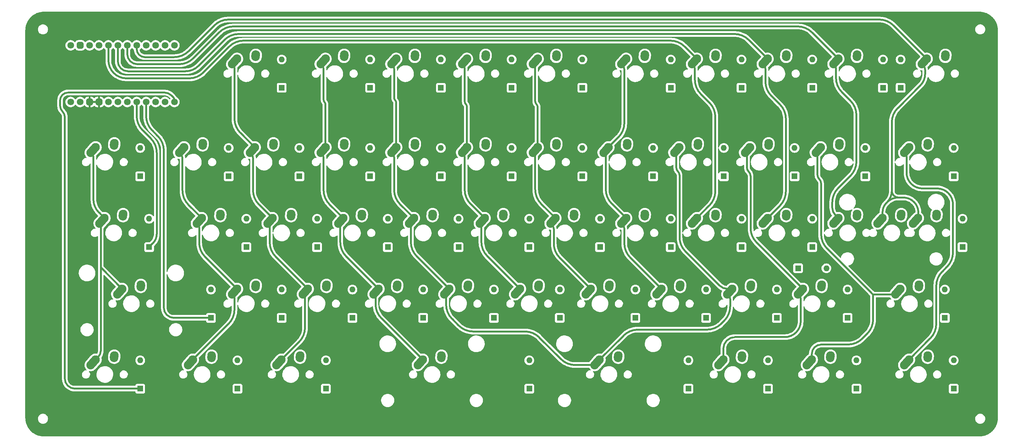
<source format=gbr>
%TF.GenerationSoftware,KiCad,Pcbnew,7.0.8+dfsg-1*%
%TF.CreationDate,2023-11-03T17:26:10+01:00*%
%TF.ProjectId,plopplop-rounded,706c6f70-706c-46f7-902d-726f756e6465,rev?*%
%TF.SameCoordinates,PXfbec30PY8198450*%
%TF.FileFunction,Copper,L1,Top*%
%TF.FilePolarity,Positive*%
%FSLAX46Y46*%
G04 Gerber Fmt 4.6, Leading zero omitted, Abs format (unit mm)*
G04 Created by KiCad (PCBNEW 7.0.8+dfsg-1) date 2023-11-03 17:26:10*
%MOMM*%
%LPD*%
G01*
G04 APERTURE LIST*
G04 Aperture macros list*
%AMRoundRect*
0 Rectangle with rounded corners*
0 $1 Rounding radius*
0 $2 $3 $4 $5 $6 $7 $8 $9 X,Y pos of 4 corners*
0 Add a 4 corners polygon primitive as box body*
4,1,4,$2,$3,$4,$5,$6,$7,$8,$9,$2,$3,0*
0 Add four circle primitives for the rounded corners*
1,1,$1+$1,$2,$3*
1,1,$1+$1,$4,$5*
1,1,$1+$1,$6,$7*
1,1,$1+$1,$8,$9*
0 Add four rect primitives between the rounded corners*
20,1,$1+$1,$2,$3,$4,$5,0*
20,1,$1+$1,$4,$5,$6,$7,0*
20,1,$1+$1,$6,$7,$8,$9,0*
20,1,$1+$1,$8,$9,$2,$3,0*%
%AMHorizOval*
0 Thick line with rounded ends*
0 $1 width*
0 $2 $3 position (X,Y) of the first rounded end (center of the circle)*
0 $4 $5 position (X,Y) of the second rounded end (center of the circle)*
0 Add line between two ends*
20,1,$1,$2,$3,$4,$5,0*
0 Add two circle primitives to create the rounded ends*
1,1,$1,$2,$3*
1,1,$1,$4,$5*%
G04 Aperture macros list end*
%TA.AperFunction,ComponentPad*%
%ADD10C,2.300000*%
%TD*%
%TA.AperFunction,ComponentPad*%
%ADD11HorizOval,2.300000X0.020004X0.290000X-0.020004X-0.290000X0*%
%TD*%
%TA.AperFunction,ComponentPad*%
%ADD12HorizOval,2.300000X0.655008X0.729993X-0.655008X-0.729993X0*%
%TD*%
%TA.AperFunction,ComponentPad*%
%ADD13O,1.600000X1.600000*%
%TD*%
%TA.AperFunction,ComponentPad*%
%ADD14R,1.600000X1.600000*%
%TD*%
%TA.AperFunction,ComponentPad*%
%ADD15C,1.800000*%
%TD*%
%TA.AperFunction,ComponentPad*%
%ADD16RoundRect,0.450000X0.450000X-0.450000X0.450000X0.450000X-0.450000X0.450000X-0.450000X-0.450000X0*%
%TD*%
%TA.AperFunction,Conductor*%
%ADD17C,0.500000*%
%TD*%
G04 APERTURE END LIST*
D10*
%TO.P,MX34-1,2,ROW*%
%TO.N,Net-(D34-A)*%
X236061250Y60007500D03*
D11*
X236041254Y59717500D03*
D12*
%TO.P,MX34-1,1,COL*%
%TO.N,COL3*%
X230366258Y58197493D03*
D10*
X231021250Y58927500D03*
%TD*%
%TO.P,MX53,2,ROW*%
%TO.N,Net-(D53-A)*%
X243205000Y21907500D03*
D11*
X243185004Y21617500D03*
D12*
%TO.P,MX53,1,COL*%
%TO.N,COL7*%
X237510008Y20097493D03*
D10*
X238165000Y20827500D03*
%TD*%
%TO.P,MX52,2,ROW*%
%TO.N,Net-(D52-A)*%
X217011250Y21907500D03*
D11*
X216991254Y21617500D03*
D12*
%TO.P,MX52,1,COL*%
%TO.N,COL6*%
X211316258Y20097493D03*
D10*
X211971250Y20827500D03*
%TD*%
%TO.P,MX51,2,ROW*%
%TO.N,Net-(D51-A)*%
X193198750Y21907500D03*
D11*
X193178754Y21617500D03*
D12*
%TO.P,MX51,1,COL*%
%TO.N,COL5*%
X187503758Y20097493D03*
D10*
X188158750Y20827500D03*
%TD*%
%TO.P,MX50,2,ROW*%
%TO.N,Net-(D50-A)*%
X159861250Y21907500D03*
D11*
X159841254Y21617500D03*
D12*
%TO.P,MX50,1,COL*%
%TO.N,COL4*%
X154166258Y20097493D03*
D10*
X154821250Y20827500D03*
%TD*%
%TO.P,MX49,2,ROW*%
%TO.N,Net-(D49-A)*%
X112236250Y21907500D03*
D11*
X112216254Y21617500D03*
D12*
%TO.P,MX49,1,COL*%
%TO.N,COL3*%
X106541258Y20097493D03*
D10*
X107196250Y20827500D03*
%TD*%
%TO.P,MX48,2,ROW*%
%TO.N,Net-(D48-A)*%
X74177500Y21907500D03*
D11*
X74157504Y21617500D03*
D12*
%TO.P,MX48,1,COL*%
%TO.N,COL2*%
X68482508Y20097493D03*
D10*
X69137500Y20827500D03*
%TD*%
%TO.P,MX47,2,ROW*%
%TO.N,Net-(D47-A)*%
X50323750Y21907500D03*
D11*
X50303754Y21617500D03*
D12*
%TO.P,MX47,1,COL*%
%TO.N,COL1*%
X44628758Y20097493D03*
D10*
X45283750Y20827500D03*
%TD*%
%TO.P,MX46,2,ROW*%
%TO.N,Net-(D46-A)*%
X24130000Y21907500D03*
D11*
X24110004Y21617500D03*
D12*
%TO.P,MX46,1,COL*%
%TO.N,COL0*%
X18435008Y20097493D03*
D10*
X19090000Y20827500D03*
%TD*%
D13*
%TO.P,D53,2,A*%
%TO.N,Net-(D53-A)*%
X250190000Y20637500D03*
D14*
%TO.P,D53,1,K*%
%TO.N,ROW6*%
X250190000Y13017500D03*
%TD*%
D13*
%TO.P,D52,2,A*%
%TO.N,Net-(D52-A)*%
X223996250Y20637500D03*
D14*
%TO.P,D52,1,K*%
%TO.N,ROW6*%
X223996250Y13017500D03*
%TD*%
D13*
%TO.P,D51,2,A*%
%TO.N,Net-(D51-A)*%
X200183750Y20637500D03*
D14*
%TO.P,D51,1,K*%
%TO.N,ROW6*%
X200183750Y13017500D03*
%TD*%
D13*
%TO.P,D50,2,A*%
%TO.N,Net-(D50-A)*%
X178752500Y20637500D03*
D14*
%TO.P,D50,1,K*%
%TO.N,ROW6*%
X178752500Y13017500D03*
%TD*%
D13*
%TO.P,D49,2,A*%
%TO.N,Net-(D49-A)*%
X135890000Y20637500D03*
D14*
%TO.P,D49,1,K*%
%TO.N,ROW6*%
X135890000Y13017500D03*
%TD*%
D13*
%TO.P,D48,2,A*%
%TO.N,Net-(D48-A)*%
X81121250Y20637500D03*
D14*
%TO.P,D48,1,K*%
%TO.N,ROW6*%
X81121250Y13017500D03*
%TD*%
D13*
%TO.P,D47,2,A*%
%TO.N,Net-(D47-A)*%
X57308750Y20637500D03*
D14*
%TO.P,D47,1,K*%
%TO.N,ROW6*%
X57308750Y13017500D03*
%TD*%
D13*
%TO.P,D46,2,A*%
%TO.N,Net-(D46-A)*%
X31115000Y20637500D03*
D14*
%TO.P,D46,1,K*%
%TO.N,ROW6*%
X31115000Y13017500D03*
%TD*%
D10*
%TO.P,MX45,2,ROW*%
%TO.N,Net-(D45-A)*%
X240823750Y40957500D03*
D11*
X240803754Y40667500D03*
D12*
%TO.P,MX45,1,COL*%
%TO.N,COL6*%
X235128758Y39147493D03*
D10*
X235783750Y39877500D03*
%TD*%
%TO.P,MX44,2,ROW*%
%TO.N,Net-(D44-A)*%
X214630000Y40957500D03*
D11*
X214610004Y40667500D03*
D12*
%TO.P,MX44,1,COL*%
%TO.N,COL5*%
X208935008Y39147493D03*
D10*
X209590000Y39877500D03*
%TD*%
%TO.P,MX43,2,ROW*%
%TO.N,Net-(D43-A)*%
X195580000Y40957500D03*
D11*
X195560004Y40667500D03*
D12*
%TO.P,MX43,1,COL*%
%TO.N,COL4*%
X189885008Y39147493D03*
D10*
X190540000Y39877500D03*
%TD*%
%TO.P,MX42,2,ROW*%
%TO.N,Net-(D42-A)*%
X176530000Y40957500D03*
D11*
X176510004Y40667500D03*
D12*
%TO.P,MX42,1,COL*%
%TO.N,COL7*%
X170835008Y39147493D03*
D10*
X171490000Y39877500D03*
%TD*%
%TO.P,MX41,2,ROW*%
%TO.N,Net-(D41-A)*%
X157480000Y40957500D03*
D11*
X157460004Y40667500D03*
D12*
%TO.P,MX41,1,COL*%
%TO.N,COL6*%
X151785008Y39147493D03*
D10*
X152440000Y39877500D03*
%TD*%
%TO.P,MX40,2,ROW*%
%TO.N,Net-(D40-A)*%
X138430000Y40957500D03*
D11*
X138410004Y40667500D03*
D12*
%TO.P,MX40,1,COL*%
%TO.N,COL5*%
X132735008Y39147493D03*
D10*
X133390000Y39877500D03*
%TD*%
%TO.P,MX39,2,ROW*%
%TO.N,Net-(D39-A)*%
X119380000Y40957500D03*
D11*
X119360004Y40667500D03*
D12*
%TO.P,MX39,1,COL*%
%TO.N,COL4*%
X113685008Y39147493D03*
D10*
X114340000Y39877500D03*
%TD*%
%TO.P,MX38,2,ROW*%
%TO.N,Net-(D38-A)*%
X100330000Y40957500D03*
D11*
X100310004Y40667500D03*
D12*
%TO.P,MX38,1,COL*%
%TO.N,COL3*%
X94635008Y39147493D03*
D10*
X95290000Y39877500D03*
%TD*%
%TO.P,MX37,2,ROW*%
%TO.N,Net-(D37-A)*%
X81280000Y40957500D03*
D11*
X81260004Y40667500D03*
D12*
%TO.P,MX37,1,COL*%
%TO.N,COL2*%
X75585008Y39147493D03*
D10*
X76240000Y39877500D03*
%TD*%
%TO.P,MX36,2,ROW*%
%TO.N,Net-(D36-A)*%
X62230000Y40957500D03*
D11*
X62210004Y40667500D03*
D12*
%TO.P,MX36,1,COL*%
%TO.N,COL1*%
X56535008Y39147493D03*
D10*
X57190000Y39877500D03*
%TD*%
%TO.P,MX35,2,ROW*%
%TO.N,Net-(D35-A)*%
X31273750Y40957500D03*
D11*
X31253754Y40667500D03*
D12*
%TO.P,MX35,1,COL*%
%TO.N,COL0*%
X25578758Y39147493D03*
D10*
X26233750Y39877500D03*
%TD*%
D13*
%TO.P,D45,2,A*%
%TO.N,Net-(D45-A)*%
X247808750Y39687500D03*
D14*
%TO.P,D45,1,K*%
%TO.N,ROW5*%
X247808750Y32067500D03*
%TD*%
D13*
%TO.P,D44,2,A*%
%TO.N,Net-(D44-A)*%
X221615000Y39687500D03*
D14*
%TO.P,D44,1,K*%
%TO.N,ROW5*%
X221615000Y32067500D03*
%TD*%
D13*
%TO.P,D43,2,A*%
%TO.N,Net-(D43-A)*%
X202565000Y39687500D03*
D14*
%TO.P,D43,1,K*%
%TO.N,ROW5*%
X202565000Y32067500D03*
%TD*%
D13*
%TO.P,D42,2,A*%
%TO.N,Net-(D42-A)*%
X183515000Y39687500D03*
D14*
%TO.P,D42,1,K*%
%TO.N,ROW3*%
X183515000Y32067500D03*
%TD*%
D13*
%TO.P,D41,2,A*%
%TO.N,Net-(D41-A)*%
X164465000Y39687500D03*
D14*
%TO.P,D41,1,K*%
%TO.N,ROW3*%
X164465000Y32067500D03*
%TD*%
D13*
%TO.P,D40,2,A*%
%TO.N,Net-(D40-A)*%
X144115000Y39687500D03*
D14*
%TO.P,D40,1,K*%
%TO.N,ROW3*%
X144115000Y32067500D03*
%TD*%
D13*
%TO.P,D39,2,A*%
%TO.N,Net-(D39-A)*%
X126365000Y39687500D03*
D14*
%TO.P,D39,1,K*%
%TO.N,ROW3*%
X126365000Y32067500D03*
%TD*%
D13*
%TO.P,D38,2,A*%
%TO.N,Net-(D38-A)*%
X107315000Y39687500D03*
D14*
%TO.P,D38,1,K*%
%TO.N,ROW3*%
X107315000Y32067500D03*
%TD*%
D13*
%TO.P,D37,2,A*%
%TO.N,Net-(D37-A)*%
X88265000Y39687500D03*
D14*
%TO.P,D37,1,K*%
%TO.N,ROW3*%
X88265000Y32067500D03*
%TD*%
D13*
%TO.P,D36,2,A*%
%TO.N,Net-(D36-A)*%
X69215000Y39687500D03*
D14*
%TO.P,D36,1,K*%
%TO.N,ROW3*%
X69215000Y32067500D03*
%TD*%
D13*
%TO.P,D35,2,A*%
%TO.N,Net-(D35-A)*%
X50165000Y39687500D03*
D14*
%TO.P,D35,1,K*%
%TO.N,ROW3*%
X50165000Y32067500D03*
%TD*%
D10*
%TO.P,MX34,2,ROW*%
%TO.N,Net-(D34-A)*%
X245586250Y60007500D03*
D11*
X245566254Y59717500D03*
D12*
%TO.P,MX34,1,COL*%
%TO.N,COL3*%
X239891258Y58197493D03*
D10*
X240546250Y58927500D03*
%TD*%
%TO.P,MX33,2,ROW*%
%TO.N,Net-(D33-A)*%
X224155000Y60007500D03*
D11*
X224135004Y59717500D03*
D12*
%TO.P,MX33,1,COL*%
%TO.N,COL2*%
X218460008Y58197493D03*
D10*
X219115000Y58927500D03*
%TD*%
%TO.P,MX32,2,ROW*%
%TO.N,Net-(D32-A)*%
X205105000Y60007500D03*
D11*
X205085004Y59717500D03*
D12*
%TO.P,MX32,1,COL*%
%TO.N,COL1*%
X199410008Y58197493D03*
D10*
X200065000Y58927500D03*
%TD*%
%TO.P,MX31,2,ROW*%
%TO.N,Net-(D31-A)*%
X186055000Y60007500D03*
D11*
X186035004Y59717500D03*
D12*
%TO.P,MX31,1,COL*%
%TO.N,COL0*%
X180360008Y58197493D03*
D10*
X181015000Y58927500D03*
%TD*%
%TO.P,MX30,2,ROW*%
%TO.N,Net-(D30-A)*%
X167005000Y60007500D03*
D11*
X166985004Y59717500D03*
D12*
%TO.P,MX30,1,COL*%
%TO.N,COL7*%
X161310008Y58197493D03*
D10*
X161965000Y58927500D03*
%TD*%
%TO.P,MX29,2,ROW*%
%TO.N,Net-(D29-A)*%
X147955000Y60007500D03*
D11*
X147935004Y59717500D03*
D12*
%TO.P,MX29,1,COL*%
%TO.N,COL6*%
X142260008Y58197493D03*
D10*
X142915000Y58927500D03*
%TD*%
%TO.P,MX28,2,ROW*%
%TO.N,Net-(D28-A)*%
X128905000Y60007500D03*
D11*
X128885004Y59717500D03*
D12*
%TO.P,MX28,1,COL*%
%TO.N,COL5*%
X123210008Y58197493D03*
D10*
X123865000Y58927500D03*
%TD*%
%TO.P,MX27,2,ROW*%
%TO.N,Net-(D27-A)*%
X109855000Y60007500D03*
D11*
X109835004Y59717500D03*
D12*
%TO.P,MX27,1,COL*%
%TO.N,COL4*%
X104160008Y58197493D03*
D10*
X104815000Y58927500D03*
%TD*%
%TO.P,MX26,2,ROW*%
%TO.N,Net-(D26-A)*%
X90805000Y60007500D03*
D11*
X90785004Y59717500D03*
D12*
%TO.P,MX26,1,COL*%
%TO.N,COL3*%
X85110008Y58197493D03*
D10*
X85765000Y58927500D03*
%TD*%
%TO.P,MX25,2,ROW*%
%TO.N,Net-(D25-A)*%
X71755000Y60007500D03*
D11*
X71735004Y59717500D03*
D12*
%TO.P,MX25,1,COL*%
%TO.N,COL2*%
X66060008Y58197493D03*
D10*
X66715000Y58927500D03*
%TD*%
%TO.P,MX24,2,ROW*%
%TO.N,Net-(D24-A)*%
X52705000Y60007500D03*
D11*
X52685004Y59717500D03*
D12*
%TO.P,MX24,1,COL*%
%TO.N,COL1*%
X47010008Y58197493D03*
D10*
X47665000Y58927500D03*
%TD*%
%TO.P,MX23,2,ROW*%
%TO.N,Net-(D23-A)*%
X26511250Y60007500D03*
D11*
X26491254Y59717500D03*
D12*
%TO.P,MX23,1,COL*%
%TO.N,COL0*%
X20816258Y58197493D03*
D10*
X21471250Y58927500D03*
%TD*%
D13*
%TO.P,D34,2,A*%
%TO.N,Net-(D34-A)*%
X252571250Y58737500D03*
D14*
%TO.P,D34,1,K*%
%TO.N,ROW5*%
X252571250Y51117500D03*
%TD*%
D13*
%TO.P,D33,2,A*%
%TO.N,Net-(D33-A)*%
X215900000Y45402500D03*
D14*
%TO.P,D33,1,K*%
%TO.N,ROW5*%
X208280000Y45402500D03*
%TD*%
D13*
%TO.P,D32,2,A*%
%TO.N,Net-(D32-A)*%
X212090000Y58737500D03*
D14*
%TO.P,D32,1,K*%
%TO.N,ROW5*%
X212090000Y51117500D03*
%TD*%
D13*
%TO.P,D31,2,A*%
%TO.N,Net-(D31-A)*%
X193040000Y58737500D03*
D14*
%TO.P,D31,1,K*%
%TO.N,ROW5*%
X193040000Y51117500D03*
%TD*%
D13*
%TO.P,D30,2,A*%
%TO.N,Net-(D30-A)*%
X173990000Y58737500D03*
D14*
%TO.P,D30,1,K*%
%TO.N,ROW2*%
X173990000Y51117500D03*
%TD*%
D13*
%TO.P,D29,2,A*%
%TO.N,Net-(D29-A)*%
X154940000Y58737500D03*
D14*
%TO.P,D29,1,K*%
%TO.N,ROW2*%
X154940000Y51117500D03*
%TD*%
D13*
%TO.P,D28,2,A*%
%TO.N,Net-(D28-A)*%
X135890000Y58737500D03*
D14*
%TO.P,D28,1,K*%
%TO.N,ROW2*%
X135890000Y51117500D03*
%TD*%
D13*
%TO.P,D27,2,A*%
%TO.N,Net-(D27-A)*%
X116840000Y58737500D03*
D14*
%TO.P,D27,1,K*%
%TO.N,ROW2*%
X116840000Y51117500D03*
%TD*%
D13*
%TO.P,D26,2,A*%
%TO.N,Net-(D26-A)*%
X97790000Y58737500D03*
D14*
%TO.P,D26,1,K*%
%TO.N,ROW2*%
X97790000Y51117500D03*
%TD*%
D13*
%TO.P,D25,2,A*%
%TO.N,Net-(D25-A)*%
X78740000Y58737500D03*
D14*
%TO.P,D25,1,K*%
%TO.N,ROW2*%
X78740000Y51117500D03*
%TD*%
D13*
%TO.P,D24,2,A*%
%TO.N,Net-(D24-A)*%
X59690000Y58737500D03*
D14*
%TO.P,D24,1,K*%
%TO.N,ROW2*%
X59690000Y51117500D03*
%TD*%
D13*
%TO.P,D23,2,A*%
%TO.N,Net-(D23-A)*%
X33496250Y58737500D03*
D14*
%TO.P,D23,1,K*%
%TO.N,ROW2*%
X33496250Y51117500D03*
%TD*%
D10*
%TO.P,MX22,2,ROW*%
%TO.N,Net-(D22-A)*%
X243205000Y79057500D03*
D11*
X243185004Y78767500D03*
D12*
%TO.P,MX22,1,COL*%
%TO.N,COL7*%
X237510008Y77247493D03*
D10*
X238165000Y77977500D03*
%TD*%
%TO.P,MX21,2,ROW*%
%TO.N,Net-(D21-A)*%
X219392500Y79057500D03*
D11*
X219372504Y78767500D03*
D12*
%TO.P,MX21,1,COL*%
%TO.N,COL6*%
X213697508Y77247493D03*
D10*
X214352500Y77977500D03*
%TD*%
%TO.P,MX20,2,ROW*%
%TO.N,Net-(D20-A)*%
X200342500Y79057500D03*
D11*
X200322504Y78767500D03*
D12*
%TO.P,MX20,1,COL*%
%TO.N,COL5*%
X194647508Y77247493D03*
D10*
X195302500Y77977500D03*
%TD*%
%TO.P,MX19,2,ROW*%
%TO.N,Net-(D19-A)*%
X181292500Y79057500D03*
D11*
X181272504Y78767500D03*
D12*
%TO.P,MX19,1,COL*%
%TO.N,COL4*%
X175597508Y77247493D03*
D10*
X176252500Y77977500D03*
%TD*%
D13*
%TO.P,D22,2,A*%
%TO.N,Net-(D22-A)*%
X250190000Y77787500D03*
D14*
%TO.P,D22,1,K*%
%TO.N,ROW4*%
X250190000Y70167500D03*
%TD*%
D13*
%TO.P,D21,2,A*%
%TO.N,Net-(D21-A)*%
X226377500Y77787500D03*
D14*
%TO.P,D21,1,K*%
%TO.N,ROW4*%
X226377500Y70167500D03*
%TD*%
D13*
%TO.P,D20,2,A*%
%TO.N,Net-(D20-A)*%
X207327500Y77787500D03*
D14*
%TO.P,D20,1,K*%
%TO.N,ROW4*%
X207327500Y70167500D03*
%TD*%
D13*
%TO.P,D19,2,A*%
%TO.N,Net-(D19-A)*%
X188277500Y77787500D03*
D14*
%TO.P,D19,1,K*%
%TO.N,ROW4*%
X188277500Y70167500D03*
%TD*%
D10*
%TO.P,MX18,2,ROW*%
%TO.N,Net-(D18-A)*%
X162242500Y79057500D03*
D11*
X162222504Y78767500D03*
D12*
%TO.P,MX18,1,COL*%
%TO.N,COL7*%
X156547508Y77247493D03*
D10*
X157202500Y77977500D03*
%TD*%
%TO.P,MX17,2,ROW*%
%TO.N,Net-(D17-A)*%
X143192500Y79057500D03*
D11*
X143172504Y78767500D03*
D12*
%TO.P,MX17,1,COL*%
%TO.N,COL6*%
X137497508Y77247493D03*
D10*
X138152500Y77977500D03*
%TD*%
%TO.P,MX16,2,ROW*%
%TO.N,Net-(D16-A)*%
X124142500Y79057500D03*
D11*
X124122504Y78767500D03*
D12*
%TO.P,MX16,1,COL*%
%TO.N,COL5*%
X118447508Y77247493D03*
D10*
X119102500Y77977500D03*
%TD*%
%TO.P,MX15,2,ROW*%
%TO.N,Net-(D15-A)*%
X105092500Y79057500D03*
D11*
X105072504Y78767500D03*
D12*
%TO.P,MX15,1,COL*%
%TO.N,COL4*%
X99397508Y77247493D03*
D10*
X100052500Y77977500D03*
%TD*%
%TO.P,MX14,2,ROW*%
%TO.N,Net-(D14-A)*%
X86042500Y79057500D03*
D11*
X86022504Y78767500D03*
D12*
%TO.P,MX14,1,COL*%
%TO.N,COL3*%
X80347508Y77247493D03*
D10*
X81002500Y77977500D03*
%TD*%
%TO.P,MX13,2,ROW*%
%TO.N,Net-(D13-A)*%
X66992500Y79057500D03*
D11*
X66972504Y78767500D03*
D12*
%TO.P,MX13,1,COL*%
%TO.N,COL2*%
X61297508Y77247493D03*
D10*
X61952500Y77977500D03*
%TD*%
%TO.P,MX12,2,ROW*%
%TO.N,Net-(D12-A)*%
X47942500Y79057500D03*
D11*
X47922504Y78767500D03*
D12*
%TO.P,MX12,1,COL*%
%TO.N,COL1*%
X42247508Y77247493D03*
D10*
X42902500Y77977500D03*
%TD*%
%TO.P,MX11,2,ROW*%
%TO.N,Net-(D11-A)*%
X24130000Y79057500D03*
D11*
X24110004Y78767500D03*
D12*
%TO.P,MX11,1,COL*%
%TO.N,COL0*%
X18435008Y77247493D03*
D10*
X19090000Y77977500D03*
%TD*%
D13*
%TO.P,D18,2,A*%
%TO.N,Net-(D18-A)*%
X169227500Y77787500D03*
D14*
%TO.P,D18,1,K*%
%TO.N,ROW1*%
X169227500Y70167500D03*
%TD*%
D13*
%TO.P,D17,2,A*%
%TO.N,Net-(D17-A)*%
X150177500Y77787500D03*
D14*
%TO.P,D17,1,K*%
%TO.N,ROW1*%
X150177500Y70167500D03*
%TD*%
D13*
%TO.P,D16,2,A*%
%TO.N,Net-(D16-A)*%
X131127500Y77787500D03*
D14*
%TO.P,D16,1,K*%
%TO.N,ROW1*%
X131127500Y70167500D03*
%TD*%
D13*
%TO.P,D15,2,A*%
%TO.N,Net-(D15-A)*%
X112077500Y77787500D03*
D14*
%TO.P,D15,1,K*%
%TO.N,ROW1*%
X112077500Y70167500D03*
%TD*%
D13*
%TO.P,D14,2,A*%
%TO.N,Net-(D14-A)*%
X93027500Y77787500D03*
D14*
%TO.P,D14,1,K*%
%TO.N,ROW1*%
X93027500Y70167500D03*
%TD*%
D13*
%TO.P,D13,2,A*%
%TO.N,Net-(D13-A)*%
X73977500Y77787500D03*
D14*
%TO.P,D13,1,K*%
%TO.N,ROW1*%
X73977500Y70167500D03*
%TD*%
D13*
%TO.P,D12,2,A*%
%TO.N,Net-(D12-A)*%
X54927500Y77787500D03*
D14*
%TO.P,D12,1,K*%
%TO.N,ROW1*%
X54927500Y70167500D03*
%TD*%
D13*
%TO.P,D11,2,A*%
%TO.N,Net-(D11-A)*%
X31115000Y77787500D03*
D14*
%TO.P,D11,1,K*%
%TO.N,ROW1*%
X31115000Y70167500D03*
%TD*%
D10*
%TO.P,MX10,2,ROW*%
%TO.N,Net-(D10-A)*%
X247967500Y102870000D03*
D11*
X247947504Y102580000D03*
D12*
%TO.P,MX10,1,COL*%
%TO.N,COL3*%
X242272508Y101059993D03*
D10*
X242927500Y101790000D03*
%TD*%
%TO.P,MX9,2,ROW*%
%TO.N,Net-(D9-A)*%
X224155000Y102870000D03*
D11*
X224135004Y102580000D03*
D12*
%TO.P,MX9,1,COL*%
%TO.N,COL2*%
X218460008Y101059993D03*
D10*
X219115000Y101790000D03*
%TD*%
%TO.P,MX8,2,ROW*%
%TO.N,Net-(D8-A)*%
X205105000Y102870000D03*
D11*
X205085004Y102580000D03*
D12*
%TO.P,MX8,1,COL*%
%TO.N,COL1*%
X199410008Y101059993D03*
D10*
X200065000Y101790000D03*
%TD*%
%TO.P,MX7,2,ROW*%
%TO.N,Net-(D7-A)*%
X186055000Y102870000D03*
D11*
X186035004Y102580000D03*
D12*
%TO.P,MX7,1,COL*%
%TO.N,COL0*%
X180360008Y101059993D03*
D10*
X181015000Y101790000D03*
%TD*%
%TO.P,MX6,2,ROW*%
%TO.N,Net-(D6-A)*%
X167005000Y102870000D03*
D11*
X166985004Y102580000D03*
D12*
%TO.P,MX6,1,COL*%
%TO.N,COL7*%
X161310008Y101059993D03*
D10*
X161965000Y101790000D03*
%TD*%
%TO.P,MX5,2,ROW*%
%TO.N,Net-(D5-A)*%
X143192500Y102870000D03*
D11*
X143172504Y102580000D03*
D12*
%TO.P,MX5,1,COL*%
%TO.N,COL6*%
X137497508Y101059993D03*
D10*
X138152500Y101790000D03*
%TD*%
%TO.P,MX4,2,ROW*%
%TO.N,Net-(D4-A)*%
X124142500Y102870000D03*
D11*
X124122504Y102580000D03*
D12*
%TO.P,MX4,1,COL*%
%TO.N,COL5*%
X118447508Y101059993D03*
D10*
X119102500Y101790000D03*
%TD*%
%TO.P,MX3,2,ROW*%
%TO.N,Net-(D3-A)*%
X105092500Y102870000D03*
D11*
X105072504Y102580000D03*
D12*
%TO.P,MX3,1,COL*%
%TO.N,COL4*%
X99397508Y101059993D03*
D10*
X100052500Y101790000D03*
%TD*%
%TO.P,MX1,2,ROW*%
%TO.N,Net-(D1-A)*%
X62230000Y102870000D03*
D11*
X62210004Y102580000D03*
D12*
%TO.P,MX1,1,COL*%
%TO.N,COL2*%
X56535008Y101059993D03*
D10*
X57190000Y101790000D03*
%TD*%
D13*
%TO.P,D10,2,A*%
%TO.N,Net-(D10-A)*%
X235902500Y101600000D03*
D14*
%TO.P,D10,1,K*%
%TO.N,ROW4*%
X235902500Y93980000D03*
%TD*%
D13*
%TO.P,D9,2,A*%
%TO.N,Net-(D9-A)*%
X231140000Y101600000D03*
D14*
%TO.P,D9,1,K*%
%TO.N,ROW4*%
X231140000Y93980000D03*
%TD*%
D13*
%TO.P,D8,2,A*%
%TO.N,Net-(D8-A)*%
X212090000Y101600000D03*
D14*
%TO.P,D8,1,K*%
%TO.N,ROW4*%
X212090000Y93980000D03*
%TD*%
D13*
%TO.P,D7,2,A*%
%TO.N,Net-(D7-A)*%
X193040000Y101600000D03*
D14*
%TO.P,D7,1,K*%
%TO.N,ROW4*%
X193040000Y93980000D03*
%TD*%
D13*
%TO.P,D6,2,A*%
%TO.N,Net-(D6-A)*%
X173990000Y101600000D03*
D14*
%TO.P,D6,1,K*%
%TO.N,ROW0*%
X173990000Y93980000D03*
%TD*%
D13*
%TO.P,D5,2,A*%
%TO.N,Net-(D5-A)*%
X150177500Y101600000D03*
D14*
%TO.P,D5,1,K*%
%TO.N,ROW0*%
X150177500Y93980000D03*
%TD*%
D13*
%TO.P,D4,2,A*%
%TO.N,Net-(D4-A)*%
X131127500Y101600000D03*
D14*
%TO.P,D4,1,K*%
%TO.N,ROW0*%
X131127500Y93980000D03*
%TD*%
D13*
%TO.P,D3,2,A*%
%TO.N,Net-(D3-A)*%
X112077500Y101600000D03*
D14*
%TO.P,D3,1,K*%
%TO.N,ROW0*%
X112077500Y93980000D03*
%TD*%
D10*
%TO.P,MX2,1,COL*%
%TO.N,COL3*%
X81002500Y101790000D03*
D12*
X80347508Y101059993D03*
D11*
%TO.P,MX2,2,ROW*%
%TO.N,Net-(D2-A)*%
X86022504Y102580000D03*
D10*
X86042500Y102870000D03*
%TD*%
D13*
%TO.P,D2,2,A*%
%TO.N,Net-(D2-A)*%
X93027500Y101600000D03*
D14*
%TO.P,D2,1,K*%
%TO.N,ROW0*%
X93027500Y93980000D03*
%TD*%
D15*
%TO.P,U1,24,B6*%
%TO.N,COL7*%
X40322500Y105410000D03*
%TO.P,U1,23,B2*%
%TO.N,COL6*%
X37782500Y105410000D03*
%TO.P,U1,22,B3*%
%TO.N,COL5*%
X35242500Y105410000D03*
%TO.P,U1,21,B1*%
%TO.N,COL4*%
X32702500Y105410000D03*
%TO.P,U1,20,F7*%
%TO.N,COL3*%
X30162500Y105410000D03*
%TO.P,U1,19,F6*%
%TO.N,COL2*%
X27622500Y105410000D03*
%TO.P,U1,18,F5*%
%TO.N,COL1*%
X25082500Y105410000D03*
%TO.P,U1,17,F4*%
%TO.N,COL0*%
X22542500Y105410000D03*
%TO.P,U1,16,VCC*%
%TO.N,+5V*%
X20002500Y105410000D03*
%TO.P,U1,15,RST*%
%TO.N,unconnected-(U1-RST-Pad15)*%
X17462500Y105410000D03*
D16*
%TO.P,U1,14,GND*%
%TO.N,unconnected-(U1-GND-Pad14)*%
X14922500Y105410000D03*
D15*
%TO.P,U1,13,B0*%
%TO.N,unconnected-(U1-B0-Pad13)*%
X12382500Y105410000D03*
%TO.P,U1,12,B5*%
%TO.N,ROW6*%
X40322500Y90170000D03*
%TO.P,U1,11,B4*%
%TO.N,ROW5*%
X37782500Y90170000D03*
%TO.P,U1,10,E6*%
%TO.N,ROW4*%
X35242500Y90170000D03*
%TO.P,U1,9,D7*%
%TO.N,ROW3*%
X32702500Y90170000D03*
%TO.P,U1,8,C6*%
%TO.N,ROW2*%
X30162500Y90170000D03*
%TO.P,U1,7,D4*%
%TO.N,ROW1*%
X27622500Y90170000D03*
%TO.P,U1,6,D0*%
%TO.N,ROW0*%
X25082500Y90170000D03*
%TO.P,U1,5,D1*%
%TO.N,unconnected-(U1-D1-Pad5)*%
X22542500Y90170000D03*
D16*
%TO.P,U1,4,GND*%
%TO.N,GND*%
X20002500Y90170000D03*
%TO.P,U1,3,GND*%
X17462500Y90170000D03*
D15*
%TO.P,U1,2,D2-RX*%
%TO.N,unconnected-(U1-D2-RX-Pad2)*%
X14922500Y90170000D03*
%TO.P,U1,1,D3-TX*%
%TO.N,unconnected-(U1-D3-TX-Pad1)*%
X12382500Y90170000D03*
%TD*%
D13*
%TO.P,D1,2,A*%
%TO.N,Net-(D1-A)*%
X69215000Y101600000D03*
D14*
%TO.P,D1,1,K*%
%TO.N,ROW0*%
X69215000Y93980000D03*
%TD*%
D17*
%TO.N,COL6*%
X228317498Y38487305D02*
X228319103Y38485700D01*
X228168266Y38636537D02*
X228176289Y38628514D01*
X228437245Y38367558D02*
X228437646Y38367157D01*
X228436844Y38367959D02*
X228437245Y38367558D01*
X228281393Y38523410D02*
X228287813Y38516990D01*
X228331940Y38472863D02*
X228339963Y38464840D01*
X228343774Y38461029D02*
X228344176Y38460627D01*
X228431427Y38373376D02*
X228433032Y38371771D01*
X228416182Y38388621D02*
X228422601Y38382202D01*
X228320708Y38484095D02*
X228322313Y38482490D01*
X228404149Y38400654D02*
X228405753Y38399050D01*
X228315893Y38488910D02*
X228317498Y38487305D01*
X228300649Y38504154D02*
X228307067Y38497736D01*
X228201963Y38602840D02*
X228203567Y38601236D01*
X228268555Y38536248D02*
X228274974Y38529829D01*
X228257322Y38547481D02*
X228260531Y38544272D01*
X228426814Y38377989D02*
X228428820Y38375983D01*
X228311280Y38493523D02*
X228313286Y38491517D01*
X228197151Y38607652D02*
X228198755Y38606048D01*
X228010809Y38793994D02*
X228044908Y38759895D01*
X228394520Y38410283D02*
X228396125Y38408678D01*
X228096658Y38708145D02*
X228097059Y38707744D01*
X228408359Y38396444D02*
X228408760Y38396043D01*
X228217207Y38587596D02*
X228232451Y38572352D01*
X228236462Y38568341D02*
X228249299Y38555504D01*
X228096257Y38708546D02*
X228096658Y38708145D01*
X228160243Y38644560D02*
X228168266Y38636537D01*
X228407958Y38396845D02*
X228408359Y38396444D01*
X228325523Y38479280D02*
X228327127Y38477676D01*
X228206175Y38598628D02*
X228212995Y38591808D01*
X228348790Y38456013D02*
X228357616Y38447187D01*
X228411970Y38392833D02*
X228413976Y38390827D01*
X228344176Y38460627D02*
X228344578Y38460225D01*
X228294231Y38510572D02*
X228300649Y38504154D01*
X228200359Y38604444D02*
X228201963Y38602840D01*
X228434637Y38370166D02*
X228436242Y38368561D01*
X228430424Y38374379D02*
X228430825Y38373978D01*
X228262136Y38542667D02*
X228268555Y38536248D01*
X228402544Y38402259D02*
X228404149Y38400654D01*
X228319103Y38485700D02*
X228320708Y38484095D01*
X228314890Y38489913D02*
X228315291Y38489512D01*
X228430023Y38374780D02*
X228430424Y38374379D01*
X228433032Y38371771D02*
X228434637Y38370166D01*
X227873813Y38930990D02*
X227976510Y38828293D01*
X228400939Y38403864D02*
X228402544Y38402259D01*
X228409964Y38394839D02*
X228411970Y38392833D01*
X228254113Y38550690D02*
X228257322Y38547481D01*
X228424808Y38379995D02*
X228426814Y38377989D01*
X228044908Y38759895D02*
X228079007Y38725796D01*
X228438048Y38366755D02*
X228438450Y38366353D01*
X228185917Y38618886D02*
X228193941Y38610862D01*
X228309274Y38495529D02*
X228311280Y38493523D01*
X228405753Y38399050D02*
X228407357Y38397446D01*
X228379076Y38425727D02*
X228379477Y38425326D01*
X228287813Y38516990D02*
X228294231Y38510572D01*
X228274974Y38529829D02*
X228281393Y38523410D01*
X228327127Y38477676D02*
X228328731Y38476072D01*
X228383288Y38421515D02*
X228391311Y38413492D01*
X228365638Y38439165D02*
X228374463Y38430340D01*
X228113708Y38691095D02*
X228147406Y38657397D01*
X228198755Y38606048D02*
X228200359Y38604444D01*
X228378675Y38426128D02*
X228379076Y38425727D01*
X228396125Y38408678D02*
X228397730Y38407073D01*
X228314489Y38490314D02*
X228314890Y38489913D01*
%TO.N,COL0*%
X20490000Y46066369D02*
X20490000Y46024377D01*
X20490000Y45890001D02*
X20490000Y45856407D01*
X20490000Y45973987D02*
X20490000Y45948792D01*
X20490000Y45761925D02*
X20490000Y45757725D01*
X20490000Y45797617D02*
X20490000Y45789219D01*
X20490000Y45772423D02*
X20490000Y45764025D01*
X20490000Y46024377D02*
X20490000Y45982385D01*
X20490000Y45940394D02*
X20490000Y45931995D01*
X20490000Y46293128D02*
X20490000Y46158753D01*
X20490000Y46561878D02*
X20490000Y46427503D01*
X20490000Y45923596D02*
X20490000Y45915197D01*
X20490000Y45856407D02*
X20490000Y45822813D01*
X20490000Y45931995D02*
X20490000Y45923596D01*
X20490000Y45780821D02*
X20490000Y45772423D01*
X20490000Y46114661D02*
X20490000Y46068469D01*
X20490000Y46427503D02*
X20490000Y46293128D01*
X20490000Y45789219D02*
X20490000Y45780821D01*
X20490000Y45913097D02*
X20490000Y45900499D01*
X20490000Y45812315D02*
X20490000Y45799717D01*
%TO.N,COL6*%
X228096257Y38708546D02*
X228079007Y38725796D01*
X228176289Y38628514D02*
X228185917Y38618886D01*
X228313286Y38491517D02*
X228314489Y38490314D01*
X228408760Y38396043D02*
X228409964Y38394839D01*
X228422601Y38382202D02*
X228424808Y38379995D01*
X228379477Y38425326D02*
X228383288Y38421515D01*
X228249299Y38555504D02*
X228254113Y38550690D01*
X228436844Y38367959D02*
X228436242Y38368561D01*
X228322313Y38482490D02*
X228325523Y38479280D01*
X228400939Y38403864D02*
X228397730Y38407073D01*
X228431427Y38373376D02*
X228430825Y38373978D01*
X228217207Y38587596D02*
X228212995Y38591808D01*
X228331940Y38472863D02*
X228328731Y38476072D01*
X228394520Y38410283D02*
X228391311Y38413492D01*
X228315893Y38488910D02*
X228315291Y38489512D01*
X228339963Y38464840D02*
X228343774Y38461029D01*
X228260531Y38544272D02*
X228262136Y38542667D01*
X228010809Y38793994D02*
X227976510Y38828293D01*
X228097059Y38707744D02*
X228113708Y38691095D01*
X228348790Y38456013D02*
X228344578Y38460225D01*
X228437646Y38367157D02*
X228438048Y38366755D01*
X228307067Y38497736D02*
X228309274Y38495529D01*
X228407958Y38396845D02*
X228407357Y38397446D01*
X228416182Y38388621D02*
X228413976Y38390827D01*
X228428820Y38375983D02*
X228430023Y38374780D01*
X228160243Y38644560D02*
X228147406Y38657397D01*
X228374463Y38430340D02*
X228378675Y38426128D01*
%TO.N,COL0*%
X20490000Y45973987D02*
X20490000Y45982385D01*
X20490000Y46158753D02*
X20490000Y46114661D01*
X20490000Y45822813D02*
X20490000Y45812315D01*
X20490000Y45890001D02*
X20490000Y45900499D01*
X20490000Y45761925D02*
X20490000Y45764025D01*
%TO.N,COL6*%
X228232451Y38572352D02*
X228236462Y38568341D01*
X228357616Y38447187D02*
X228365638Y38439165D01*
%TO.N,COL0*%
X20490000Y45915197D02*
X20490000Y45913097D01*
X20490000Y46066369D02*
X20490000Y46068469D01*
X20490000Y45797617D02*
X20490000Y45799717D01*
X20490000Y45948792D02*
X20490000Y45940394D01*
%TO.N,COL6*%
X228203567Y38601236D02*
X228206175Y38598628D01*
X228197151Y38607652D02*
X228193941Y38610862D01*
%TO.N,COL1*%
X43310541Y98424963D02*
G75*
G03*
X46785426Y99864345I-41J4914237D01*
G01*
X194994346Y106860680D02*
G75*
G03*
X191146577Y108454459I-3847746J-3847780D01*
G01*
X57629504Y108454453D02*
G75*
G03*
X53781748Y106860667I-4J-5441553D01*
G01*
X43310541Y98425000D02*
X27792532Y98425000D01*
%TO.N,COL0*%
X177725158Y105079814D02*
G75*
G03*
X173877416Y106673620I-3847758J-3847714D01*
G01*
X44288336Y96519990D02*
G75*
G03*
X48136092Y98113793I-36J5441610D01*
G01*
X58949883Y106673640D02*
G75*
G03*
X55102128Y105079827I17J-5441540D01*
G01*
X27420557Y96520000D02*
X44288336Y96520000D01*
X55102127Y105079828D02*
X48136092Y98113793D01*
%TO.N,COL1*%
X46785426Y99864345D02*
X53781748Y106860667D01*
%TO.N,COL0*%
X177725172Y105079828D02*
X181015000Y101790000D01*
X173877416Y106673620D02*
X58949883Y106673620D01*
%TO.N,COL1*%
X191146577Y108454459D02*
X57629504Y108454459D01*
X194994333Y106860667D02*
X200065000Y101790000D01*
%TO.N,COL0*%
X20490000Y46561878D02*
X20490000Y56657539D01*
X22542500Y101398058D02*
X22542500Y105410000D01*
X23971262Y97948762D02*
G75*
G03*
X27420557Y96520000I3449338J3449338D01*
G01*
X22542483Y101398058D02*
G75*
G03*
X23971250Y97948750I4878117J42D01*
G01*
%TO.N,ROW6*%
X10795014Y15727533D02*
G75*
G03*
X11588751Y13811251I2709986J-33D01*
G01*
X11588741Y13811241D02*
G75*
G03*
X13505032Y13017500I1916259J1916259D01*
G01*
X10794989Y86096975D02*
G75*
G03*
X10160000Y87630000I-2167989J25D01*
G01*
X9525011Y89163026D02*
G75*
G03*
X10160000Y87630000I2167989J-26D01*
G01*
X10159992Y92075008D02*
G75*
G03*
X9525000Y90541975I1533008J-1533008D01*
G01*
X40322526Y90646250D02*
G75*
G03*
X39985740Y91459260I-1149826J-50D01*
G01*
X11693025Y92709989D02*
G75*
G03*
X10160000Y92075000I-25J-2167989D01*
G01*
X39528759Y91916259D02*
G75*
G03*
X37612467Y92710000I-1916259J-1916259D01*
G01*
%TO.N,ROW3*%
X38258741Y32861241D02*
G75*
G03*
X40175032Y32067500I1916259J1916259D01*
G01*
X32702490Y86391464D02*
G75*
G03*
X34296293Y82543709I5441610J36D01*
G01*
X37465014Y34777533D02*
G75*
G03*
X38258751Y32861251I2709986J-33D01*
G01*
X37465010Y77121037D02*
G75*
G03*
X35871206Y80968792I-5441610J-37D01*
G01*
%TO.N,ROW2*%
X34528123Y52149377D02*
G75*
G03*
X35560000Y54640542I-2491173J2491173D01*
G01*
X30162503Y86391464D02*
G75*
G03*
X31756292Y82543708I5441547J-4D01*
G01*
X35560010Y76486037D02*
G75*
G03*
X33966206Y80333792I-5441610J-37D01*
G01*
%TO.N,COL7*%
X247083801Y44483785D02*
G75*
G03*
X245490000Y40636037I3847799J-3847785D01*
G01*
X161489985Y98904566D02*
G75*
G03*
X161072499Y99912499I-1425385J34D01*
G01*
X243896200Y26558715D02*
G75*
G03*
X245490000Y30406464I-3847800J3847785D01*
G01*
X238740010Y68140010D02*
G75*
G03*
X241757766Y66890000I3017790J3017790D01*
G01*
X161489985Y56042066D02*
G75*
G03*
X161072499Y57049999I-1425385J34D01*
G01*
X156490001Y75497504D02*
G75*
G03*
X156191250Y76218750I-1020001J-4D01*
G01*
X237489987Y71157767D02*
G75*
G03*
X238740000Y68140000I4267813J33D01*
G01*
X161489990Y52131464D02*
G75*
G03*
X163083793Y48283709I5441610J36D01*
G01*
X156489990Y66656464D02*
G75*
G03*
X158083793Y62808709I5441610J36D01*
G01*
X248739990Y65639990D02*
G75*
G03*
X245722233Y66890000I-3017790J-3017790D01*
G01*
X159896200Y80671215D02*
G75*
G03*
X161490000Y84518964I-3847800J3847785D01*
G01*
X237489994Y75433488D02*
G75*
G03*
X237172500Y76200000I-1083994J12D01*
G01*
X249990013Y62622234D02*
G75*
G03*
X248740000Y65640000I-4267813J-34D01*
G01*
X248396200Y45796215D02*
G75*
G03*
X249990000Y49643964I-3847800J3847785D01*
G01*
%TO.N,COL6*%
X142489990Y52081464D02*
G75*
G03*
X144083793Y48233709I5441610J36D01*
G01*
X213489987Y75753570D02*
G75*
G03*
X213266250Y76293750I-763887J30D01*
G01*
X228489993Y38242186D02*
G75*
G03*
X228438650Y38366151I-175293J14D01*
G01*
X228562617Y38314800D02*
G75*
G03*
X228490000Y38242186I-17J-72600D01*
G01*
X228438646Y38366147D02*
G75*
G03*
X228562617Y38314803I123954J123953D01*
G01*
X226896199Y27796215D02*
G75*
G03*
X228490000Y31643964I-3847799J3847785D01*
G01*
X137489990Y66606464D02*
G75*
G03*
X139083793Y62758709I5441610J36D01*
G01*
X138152517Y88759042D02*
G75*
G03*
X137821250Y89558750I-1131017J-42D01*
G01*
X214531910Y24890010D02*
G75*
G03*
X212721250Y24140000I-10J-2560610D01*
G01*
X214489992Y54568767D02*
G75*
G03*
X216083793Y50721012I5441608J33D01*
G01*
X234298435Y38314774D02*
G75*
G03*
X234422401Y38366152I-35J175326D01*
G01*
X212721272Y24139978D02*
G75*
G03*
X211971250Y22329340I1810628J-1810678D01*
G01*
X214489997Y68182894D02*
G75*
G03*
X213990000Y69390000I-1707097J6D01*
G01*
X221736036Y24889990D02*
G75*
G03*
X225583792Y26483793I-36J5441610D01*
G01*
X142490004Y55956711D02*
G75*
G03*
X142047500Y57025000I-1510804J-11D01*
G01*
X213490003Y70597107D02*
G75*
G03*
X213990000Y69390000I1707097J-7D01*
G01*
X137490049Y75412149D02*
G75*
G03*
X137166250Y76193750I-1105349J-49D01*
G01*
X137489983Y90358459D02*
G75*
G03*
X137821250Y89558750I1131017J41D01*
G01*
X137490049Y99224649D02*
G75*
G03*
X137166250Y100006250I-1105349J-49D01*
G01*
X228438450Y38366353D02*
X228438651Y38366152D01*
%TO.N,COL5*%
X118490002Y90323103D02*
G75*
G03*
X118796251Y89583751I1045598J-3D01*
G01*
X189074353Y25974397D02*
G75*
G03*
X188158750Y23763861I2210547J-2210497D01*
G01*
X194490005Y75668215D02*
G75*
G03*
X194241249Y76268749I-849305J-15D01*
G01*
X118489997Y75326794D02*
G75*
G03*
X118141250Y76168750I-1190697J6D01*
G01*
X191284889Y26890019D02*
G75*
G03*
X189074375Y25974375I11J-3126119D01*
G01*
X194490003Y72597107D02*
G75*
G03*
X194990000Y71390000I1707097J-7D01*
G01*
X122990003Y56724909D02*
G75*
G03*
X122772500Y57250000I-742603J-9D01*
G01*
X122989990Y52531464D02*
G75*
G03*
X124583793Y48683709I5441610J36D01*
G01*
X118489997Y99139294D02*
G75*
G03*
X118141250Y99981250I-1190697J6D01*
G01*
X207739990Y28140010D02*
G75*
G03*
X208990000Y31157767I-3017790J3017790D01*
G01*
X119102498Y88844398D02*
G75*
G03*
X118796249Y89583749I-1045598J2D01*
G01*
X208989981Y37205455D02*
G75*
G03*
X208635000Y38062500I-1211981J45D01*
G01*
X204722233Y26889987D02*
G75*
G03*
X207740000Y28140000I-33J4267813D01*
G01*
X195489990Y56231464D02*
G75*
G03*
X197083793Y52383709I5441610J36D01*
G01*
X118489990Y66556464D02*
G75*
G03*
X120083793Y62708709I5441610J36D01*
G01*
X195489997Y70182894D02*
G75*
G03*
X194990000Y71390000I-1707097J6D01*
G01*
%TO.N,COL4*%
X188396199Y31296215D02*
G75*
G03*
X189990000Y35143964I-3847799J3847785D01*
G01*
X175489998Y72504193D02*
G75*
G03*
X175924301Y71455701I1482802J7D01*
G01*
X183736036Y28889990D02*
G75*
G03*
X187583792Y30483793I-36J5441610D01*
G01*
X189989999Y37120099D02*
G75*
G03*
X189610000Y38037500I-1297399J1D01*
G01*
X99490015Y99053938D02*
G75*
G03*
X99116250Y99956250I-1276115J-38D01*
G01*
X113490012Y37632231D02*
G75*
G03*
X113259999Y38187499I-785312J-31D01*
G01*
X176358590Y53775364D02*
G75*
G03*
X177952393Y49927609I5441610J36D01*
G01*
X187105390Y40774674D02*
G75*
G03*
X189271250Y39877500I2165910J2165826D01*
G01*
X99489990Y66506464D02*
G75*
G03*
X101083793Y62658709I5441610J36D01*
G01*
X176358602Y70407208D02*
G75*
G03*
X175924299Y71455699I-1482802J-8D01*
G01*
X99490015Y75241438D02*
G75*
G03*
X99116250Y76143750I-1276115J-38D01*
G01*
X113489990Y35643964D02*
G75*
G03*
X115083793Y31796209I5441610J36D01*
G01*
X103989980Y56639554D02*
G75*
G03*
X103747500Y57225000I-827880J46D01*
G01*
X100052480Y89929753D02*
G75*
G03*
X99771250Y90608750I-960180J47D01*
G01*
X116896215Y29983801D02*
G75*
G03*
X120743963Y28390000I3847785J3847799D01*
G01*
X103989990Y52481464D02*
G75*
G03*
X105583793Y48633709I5441610J36D01*
G01*
X138583784Y26796200D02*
G75*
G03*
X134736036Y28390000I-3847784J-3847800D01*
G01*
X99490020Y91287748D02*
G75*
G03*
X99771250Y90608750I960180J-48D01*
G01*
X165137713Y28890005D02*
G75*
G03*
X161289957Y27296208I-13J-5441505D01*
G01*
X144418715Y20961301D02*
G75*
G03*
X148266463Y19367500I3847785J3847799D01*
G01*
X175489983Y75582860D02*
G75*
G03*
X175216250Y76243750I-934583J40D01*
G01*
%TO.N,COL3*%
X80489992Y75156083D02*
G75*
G03*
X80091250Y76118750I-1361392J17D01*
G01*
X30797492Y102869992D02*
G75*
G03*
X32330525Y102235000I1533008J1533008D01*
G01*
X232090759Y63021990D02*
G75*
G03*
X231021250Y60440000I2581941J-2581990D01*
G01*
X84989999Y56554198D02*
G75*
G03*
X84722500Y57200000I-913299J2D01*
G01*
X84989990Y52431464D02*
G75*
G03*
X86583793Y48583709I5441610J36D01*
G01*
X54915213Y112351240D02*
G75*
G03*
X51067458Y110757457I-13J-5441540D01*
G01*
X81002503Y89515108D02*
G75*
G03*
X80746250Y90133750I-874903J-8D01*
G01*
X94490023Y35720625D02*
G75*
G03*
X96036354Y31987396I5279577J-25D01*
G01*
X241228683Y94628714D02*
G75*
G03*
X242490000Y97673750I-3045083J3045086D01*
G01*
X235115036Y88515049D02*
G75*
G03*
X233521250Y84667287I3847764J-3847749D01*
G01*
X30162511Y104403026D02*
G75*
G03*
X30797500Y102870000I2167989J-26D01*
G01*
X40291036Y102234990D02*
G75*
G03*
X44138792Y103828793I-36J5441610D01*
G01*
X232271230Y63202520D02*
G75*
G03*
X233521250Y66220267I-3017730J3017780D01*
G01*
X235289016Y64452478D02*
G75*
G03*
X232271250Y63202500I-16J-4267778D01*
G01*
X233521200Y66220267D02*
G75*
G03*
X235289016Y64452500I1767800J33D01*
G01*
X242490020Y98840550D02*
G75*
G03*
X242053750Y99893750I-1489520J-50D01*
G01*
X94489989Y37546876D02*
G75*
G03*
X94234999Y38162499I-870589J24D01*
G01*
X240664954Y60483750D02*
G75*
G03*
X239542467Y63193783I-3832554J50D01*
G01*
X239474389Y63261889D02*
G75*
G03*
X236599951Y64452500I-2874389J-2874389D01*
G01*
X80489992Y98968583D02*
G75*
G03*
X80091250Y99931250I-1361392J17D01*
G01*
X233960049Y110757465D02*
G75*
G03*
X230112286Y112351250I-3847749J-3847765D01*
G01*
X80489997Y90752393D02*
G75*
G03*
X80746250Y90133750I874903J7D01*
G01*
X80489990Y66456464D02*
G75*
G03*
X82083793Y62608709I5441610J36D01*
G01*
%TO.N,COL2*%
X28416241Y101123741D02*
G75*
G03*
X30332532Y100330000I1916259J1916259D01*
G01*
X56489985Y99288665D02*
G75*
G03*
X56185000Y100025000I-1041285J35D01*
G01*
X41561036Y100329990D02*
G75*
G03*
X45408792Y101923793I-36J5441610D01*
G01*
X75490008Y37461521D02*
G75*
G03*
X75210000Y38137500I-956008J-21D01*
G01*
X212008784Y108896200D02*
G75*
G03*
X208161036Y110490000I-3847784J-3847800D01*
G01*
X219083821Y66983764D02*
G75*
G03*
X217490000Y63136037I3847679J-3847764D01*
G01*
X27622514Y103040033D02*
G75*
G03*
X28416251Y101123751I2709986J-33D01*
G01*
X61489990Y66406464D02*
G75*
G03*
X63083793Y62558709I5441610J36D01*
G01*
X217490021Y61701549D02*
G75*
G03*
X218302501Y59740001I2773979J-49D01*
G01*
X61490011Y75070728D02*
G75*
G03*
X61066250Y76093750I-1446811J-28D01*
G01*
X223990010Y86636037D02*
G75*
G03*
X222396206Y90483792I-5441610J-37D01*
G01*
X222396200Y70296215D02*
G75*
G03*
X223990000Y74143964I-3847800J3847785D01*
G01*
X73896200Y25586215D02*
G75*
G03*
X75490000Y29433964I-3847800J3847785D01*
G01*
X56489990Y85693964D02*
G75*
G03*
X58083793Y81846209I5441610J36D01*
G01*
X218489990Y96643964D02*
G75*
G03*
X220083793Y92796209I5441610J36D01*
G01*
X65990017Y56468843D02*
G75*
G03*
X65697500Y57175000I-998717J-43D01*
G01*
X56228963Y110490040D02*
G75*
G03*
X52381208Y108896207I37J-5441540D01*
G01*
X65989990Y52381464D02*
G75*
G03*
X67583793Y48533709I5441610J36D01*
G01*
X218490013Y99160632D02*
G75*
G03*
X218147500Y99987500I-1169413J-32D01*
G01*
%TO.N,COL1*%
X46989994Y56383488D02*
G75*
G03*
X46672500Y57150000I-1083994J12D01*
G01*
X203396200Y62258715D02*
G75*
G03*
X204990000Y66106464I-3847800J3847785D01*
G01*
X56489985Y37376165D02*
G75*
G03*
X56185000Y38112500I-1041285J35D01*
G01*
X204990010Y85636037D02*
G75*
G03*
X203396206Y89483792I-5441610J-37D01*
G01*
X54896225Y30439940D02*
G75*
G03*
X56490000Y34287714I-3847825J3847760D01*
G01*
X199489990Y99075277D02*
G75*
G03*
X199122500Y99962500I-1254690J23D01*
G01*
X199489990Y95643964D02*
G75*
G03*
X201083793Y91796209I5441610J36D01*
G01*
X42489988Y74985372D02*
G75*
G03*
X42041250Y76068750I-1532088J28D01*
G01*
X25082514Y101135033D02*
G75*
G03*
X25876251Y99218751I2709986J-33D01*
G01*
X46989990Y52331464D02*
G75*
G03*
X48583793Y48483709I5441610J36D01*
G01*
X25876241Y99218741D02*
G75*
G03*
X27792532Y98425000I1916259J1916259D01*
G01*
X42490003Y66356464D02*
G75*
G03*
X44083792Y62508708I5441547J-4D01*
G01*
%TO.N,COL0*%
X184396200Y62308715D02*
G75*
G03*
X185990000Y66156464I-3847800J3847785D01*
G01*
X20161263Y57343125D02*
G75*
G03*
X20249196Y57130804I300237J-25D01*
G01*
X180489990Y96143964D02*
G75*
G03*
X182083793Y92296209I5441610J36D01*
G01*
X20490030Y56657539D02*
G75*
G03*
X20325625Y57054375I-561230J-39D01*
G01*
X19789985Y21527515D02*
G75*
G03*
X20490000Y23217450I-1689985J1689985D01*
G01*
X18490006Y64016813D02*
G75*
G03*
X19980626Y60418126I5089294J-13D01*
G01*
X17891696Y76488360D02*
G75*
G03*
X17821250Y76517500I-70396J-70460D01*
G01*
X20490015Y45755625D02*
G75*
G03*
X20585017Y45526233I324385J-25D01*
G01*
X180490008Y98989922D02*
G75*
G03*
X180097499Y99937499I-1340108J-22D01*
G01*
X18489996Y75446291D02*
G75*
G03*
X18176250Y76203750I-1071196J9D01*
G01*
X185990010Y86136037D02*
G75*
G03*
X184396206Y89983792I-5441610J-37D01*
G01*
X20490000Y45757725D02*
X20490000Y45755625D01*
%TO.N,COL2*%
X212008792Y108896208D02*
X219115000Y101790000D01*
X56228963Y110490000D02*
X208161036Y110490000D01*
X45408792Y101923793D02*
X52381207Y108896208D01*
X30332532Y100330000D02*
X41561036Y100330000D01*
X27622500Y103040033D02*
X27622500Y105410000D01*
%TO.N,COL3*%
X233960042Y110757458D02*
X242927500Y101790000D01*
X230112286Y112351250D02*
X54915213Y112351250D01*
X40291036Y102235000D02*
X32330525Y102235000D01*
X51067457Y110757458D02*
X44138792Y103828793D01*
X30162500Y104403026D02*
X30162500Y105410000D01*
%TO.N,COL1*%
X25082500Y101135033D02*
X25082500Y105410000D01*
%TO.N,ROW6*%
X13505032Y13017500D02*
X31115000Y13017500D01*
X10795000Y15727533D02*
X10795000Y86096975D01*
X40322500Y90646250D02*
X40322500Y90170000D01*
X9525000Y89163026D02*
X9525000Y90541975D01*
X37612467Y92710000D02*
X11693025Y92710000D01*
X39528750Y91916250D02*
X39985740Y91459260D01*
%TO.N,ROW3*%
X40175032Y32067500D02*
X50165000Y32067500D01*
X37465000Y34777533D02*
X37465000Y77121037D01*
X35871207Y80968793D02*
X34296292Y82543708D01*
X32702500Y86391464D02*
X32702500Y90170000D01*
%TO.N,ROW2*%
X30162500Y86391464D02*
X30162500Y90170000D01*
X33966207Y80333793D02*
X31756292Y82543708D01*
X35560000Y54640542D02*
X35560000Y76486037D01*
X34528125Y52149375D02*
X33496250Y51117500D01*
%TO.N,COL6*%
X228562617Y38314803D02*
X234298435Y38314803D01*
X234422401Y38366152D02*
X234473750Y38417500D01*
X225583792Y26483793D02*
X226896206Y27796208D01*
X228490000Y31643964D02*
X228490000Y38242186D01*
X216083792Y50721011D02*
X227873813Y38930990D01*
%TO.N,COL7*%
X243896207Y26558708D02*
X238165000Y20827500D01*
X247083792Y44483794D02*
X248396207Y45796208D01*
X245490000Y30406464D02*
X245490000Y40636037D01*
X249990000Y62622234D02*
X249990000Y49643964D01*
X245722233Y66890000D02*
X241757766Y66890000D01*
X237490000Y71157767D02*
X237490000Y75433488D01*
X237172500Y76200000D02*
X236855000Y76517500D01*
%TO.N,COL2*%
X218302500Y59740000D02*
X219115000Y58927500D01*
X218490000Y99160632D02*
X218490000Y96643964D01*
X217490000Y61701549D02*
X217490000Y63136037D01*
X219083792Y66983793D02*
X222396207Y70296208D01*
X223990000Y86636037D02*
X223990000Y74143964D01*
X220083792Y92796208D02*
X222396207Y90483793D01*
X218147500Y99987500D02*
X217805000Y100330000D01*
%TO.N,COL1*%
X203396207Y62258708D02*
X200065000Y58927500D01*
X204990000Y85636037D02*
X204990000Y66106464D01*
X203396207Y89483793D02*
X201083792Y91796208D01*
X199490000Y95643964D02*
X199490000Y99075277D01*
X199122500Y99962500D02*
X198755000Y100330000D01*
%TO.N,COL0*%
X184396207Y62308708D02*
X181015000Y58927500D01*
X185990000Y66156464D02*
X185990000Y86136037D01*
X182083792Y92296208D02*
X184396207Y89983793D01*
X180490000Y96143964D02*
X180490000Y98989922D01*
X180097500Y99937500D02*
X179705000Y100330000D01*
%TO.N,COL4*%
X161289957Y27296208D02*
X154821250Y20827500D01*
X183736036Y28890000D02*
X165137713Y28890000D01*
X187583792Y30483793D02*
X188396206Y31296208D01*
X189990000Y37120099D02*
X189990000Y35143964D01*
X189610000Y38037500D02*
X189230000Y38417500D01*
X189271250Y39877500D02*
X190540000Y39877500D01*
X187105358Y40774642D02*
X177952392Y49927608D01*
X176358600Y70407208D02*
X176358600Y53775364D01*
X175490000Y75582860D02*
X175490000Y72504193D01*
X175216250Y76243750D02*
X174942500Y76517500D01*
%TO.N,COL5*%
X194490000Y72597107D02*
X194490000Y75668215D01*
X197083792Y52383708D02*
X209590000Y39877500D01*
X195490000Y56231464D02*
X195490000Y70182894D01*
X194241250Y76268750D02*
X193992500Y76517500D01*
%TO.N,COL6*%
X214490000Y68182894D02*
X214490000Y54568767D01*
X213490000Y75753570D02*
X213490000Y70597107D01*
X213266250Y76293750D02*
X213042500Y76517500D01*
%TO.N,COL5*%
X188158750Y23763861D02*
X188158750Y20827500D01*
X191284889Y26890000D02*
X204722233Y26890000D01*
X208990000Y37205455D02*
X208990000Y31157767D01*
X208635000Y38062500D02*
X208280000Y38417500D01*
%TO.N,COL6*%
X211971250Y22329340D02*
X211971250Y20827500D01*
X214531910Y24890000D02*
X221736036Y24890000D01*
%TO.N,COL7*%
X159896207Y80671208D02*
X157202500Y77977500D01*
X161490000Y98904566D02*
X161490000Y84518964D01*
X161072500Y99912500D02*
X160655000Y100330000D01*
%TO.N,COL6*%
X138152500Y88759042D02*
X138152500Y77977500D01*
X137490000Y90358459D02*
X137490000Y99224649D01*
X137166250Y100006250D02*
X136842500Y100330000D01*
%TO.N,COL5*%
X119102500Y88844398D02*
X119102500Y77977500D01*
X118490000Y99139294D02*
X118490000Y90323103D01*
X118141250Y99981250D02*
X117792500Y100330000D01*
%TO.N,COL4*%
X100052500Y89929753D02*
X100052500Y77977500D01*
X99490000Y91287748D02*
X99490000Y99053938D01*
X99116250Y99956250D02*
X98742500Y100330000D01*
%TO.N,COL3*%
X81002500Y89515108D02*
X81002500Y77977500D01*
X80490000Y98968583D02*
X80490000Y90752393D01*
X80091250Y99931250D02*
X79692500Y100330000D01*
%TO.N,COL2*%
X58083792Y81846208D02*
X61952500Y77977500D01*
X56490000Y99288665D02*
X56490000Y85693964D01*
X56185000Y100025000D02*
X55880000Y100330000D01*
%TO.N,COL3*%
X233521250Y84667287D02*
X233521250Y66220267D01*
X242490000Y97673750D02*
X242490000Y98840550D01*
X241228698Y94628699D02*
X235115042Y88515043D01*
X242053750Y99893750D02*
X241617500Y100330000D01*
%TO.N,COL7*%
X158083792Y62808708D02*
X161965000Y58927500D01*
X156490000Y66656464D02*
X156490000Y75497504D01*
X156191250Y76218750D02*
X155892500Y76517500D01*
%TO.N,COL6*%
X139083792Y62758708D02*
X142915000Y58927500D01*
X137490000Y75412149D02*
X137490000Y66606464D01*
X137166250Y76193750D02*
X136842500Y76517500D01*
%TO.N,COL5*%
X120083792Y62708708D02*
X123865000Y58927500D01*
X118490000Y75326794D02*
X118490000Y66556464D01*
X118141250Y76168750D02*
X117792500Y76517500D01*
%TO.N,COL4*%
X101083792Y62658708D02*
X104815000Y58927500D01*
X99490000Y66506464D02*
X99490000Y75241438D01*
X99116250Y76143750D02*
X98742500Y76517500D01*
%TO.N,COL3*%
X82083792Y62608708D02*
X85765000Y58927500D01*
X80490000Y75156083D02*
X80490000Y66456464D01*
X80091250Y76118750D02*
X79692500Y76517500D01*
%TO.N,COL2*%
X63083792Y62558708D02*
X66715000Y58927500D01*
X61490000Y75070728D02*
X61490000Y66406464D01*
X61066250Y76093750D02*
X60642500Y76517500D01*
%TO.N,COL1*%
X44083792Y62508708D02*
X47665000Y58927500D01*
X42490000Y66356464D02*
X42490000Y74985372D01*
X42041250Y76068750D02*
X41592500Y76517500D01*
%TO.N,COL4*%
X113260000Y38187500D02*
X113030000Y38417500D01*
X115083792Y31796208D02*
X116896207Y29983793D01*
X138583792Y26796208D02*
X144418707Y20961293D01*
X113490000Y35643964D02*
X113490000Y37632231D01*
X134736036Y28390000D02*
X120743963Y28390000D01*
X148266463Y19367500D02*
X153511250Y19367500D01*
%TO.N,COL3*%
X96036354Y31987396D02*
X107196250Y20827500D01*
X94490000Y35720625D02*
X94490000Y37546876D01*
X94235000Y38162500D02*
X93980000Y38417500D01*
%TO.N,COL7*%
X163083792Y48283708D02*
X171490000Y39877500D01*
X161490000Y52131464D02*
X161490000Y56042066D01*
X161072500Y57050000D02*
X160655000Y57467500D01*
%TO.N,COL6*%
X144083792Y48233708D02*
X152440000Y39877500D01*
X142490000Y55956711D02*
X142490000Y52081464D01*
X142047500Y57025000D02*
X141605000Y57467500D01*
%TO.N,COL5*%
X124583792Y48683708D02*
X133390000Y39877500D01*
X122990000Y52531464D02*
X122990000Y56724909D01*
X122772500Y57250000D02*
X122555000Y57467500D01*
%TO.N,COL4*%
X105583792Y48633708D02*
X114340000Y39877500D01*
X103990000Y56639554D02*
X103990000Y52481464D01*
X103747500Y57225000D02*
X103505000Y57467500D01*
%TO.N,COL3*%
X86583792Y48583708D02*
X95290000Y39877500D01*
X84990000Y52431464D02*
X84990000Y56554198D01*
X84722500Y57200000D02*
X84455000Y57467500D01*
%TO.N,COL2*%
X67583792Y48533708D02*
X76240000Y39877500D01*
X65990000Y52381464D02*
X65990000Y56468843D01*
X65697500Y57175000D02*
X65405000Y57467500D01*
%TO.N,COL1*%
X48583792Y48483708D02*
X57190000Y39877500D01*
X46990000Y56383488D02*
X46990000Y52331464D01*
X46672500Y57150000D02*
X46355000Y57467500D01*
%TO.N,COL2*%
X73896207Y25586208D02*
X69137500Y20827500D01*
X75490000Y37461521D02*
X75490000Y29433964D01*
X75210000Y38137500D02*
X74930000Y38417500D01*
%TO.N,COL1*%
X54896207Y30439958D02*
X45283750Y20827500D01*
X56490000Y34287714D02*
X56490000Y37376165D01*
X56185000Y38112500D02*
X55880000Y38417500D01*
%TO.N,COL0*%
X19790000Y21527500D02*
X19090000Y20827500D01*
X20490000Y45755625D02*
X20490000Y23217450D01*
X20249196Y57130804D02*
X20325625Y57054375D01*
X20161250Y57343125D02*
X20161250Y57467500D01*
X20585017Y45526233D02*
X26233750Y39877500D01*
X18176250Y76203750D02*
X17891668Y76488332D01*
X17821250Y76517500D02*
X17780000Y76517500D01*
X18490000Y75446291D02*
X18490000Y64016813D01*
X19980625Y60418125D02*
X21471250Y58927500D01*
%TO.N,COL3*%
X240665000Y60483750D02*
X240665000Y58896250D01*
X239542467Y63193783D02*
X239474375Y63261875D01*
X235289016Y64452500D02*
X236599951Y64452500D01*
X231021250Y60440000D02*
X231021250Y58927500D01*
X232271250Y63202500D02*
X232090749Y63022000D01*
%TD*%
%TA.AperFunction,Conductor*%
%TO.N,GND*%
G36*
X19543007Y90379844D02*
G01*
X19502500Y90241889D01*
X19502500Y90098111D01*
X19543007Y89960156D01*
X19568814Y89920000D01*
X17896186Y89920000D01*
X17921993Y89960156D01*
X17962500Y90098111D01*
X17962500Y90241889D01*
X17921993Y90379844D01*
X17896186Y90420000D01*
X19568814Y90420000D01*
X19543007Y90379844D01*
G37*
%TD.AperFunction*%
%TA.AperFunction,Conductor*%
G36*
X257313880Y114449251D02*
G01*
X257512178Y114440595D01*
X257517109Y114440181D01*
X257732953Y114413278D01*
X257933553Y114386870D01*
X257938164Y114386083D01*
X258150443Y114341575D01*
X258348799Y114297601D01*
X258353029Y114296504D01*
X258560787Y114234653D01*
X258754933Y114173440D01*
X258758769Y114172088D01*
X258960730Y114093284D01*
X259149041Y114015284D01*
X259152508Y114013720D01*
X259347276Y113918505D01*
X259528277Y113824282D01*
X259531375Y113822554D01*
X259717650Y113711559D01*
X259889919Y113601812D01*
X259892631Y113599982D01*
X259917540Y113582198D01*
X260069182Y113473927D01*
X260231363Y113349482D01*
X260233691Y113347605D01*
X260399326Y113207320D01*
X260551151Y113068198D01*
X260705697Y112913652D01*
X260844819Y112761827D01*
X260985103Y112596193D01*
X260986980Y112593865D01*
X261111426Y112431683D01*
X261237478Y112255136D01*
X261239310Y112252421D01*
X261349058Y112080151D01*
X261460052Y111893877D01*
X261461786Y111890768D01*
X261556015Y111709755D01*
X261651215Y111515016D01*
X261652796Y111511511D01*
X261730787Y111323222D01*
X261809581Y111121284D01*
X261810953Y111117389D01*
X261872156Y110923272D01*
X261933994Y110715560D01*
X261935102Y110711287D01*
X261979089Y110512872D01*
X262023581Y110300665D01*
X262024371Y110296033D01*
X262050785Y110095395D01*
X262077677Y109879630D01*
X262078094Y109874664D01*
X262086759Y109676182D01*
X262095750Y109458750D01*
X262095750Y5158750D01*
X262086759Y4941319D01*
X262078094Y4742838D01*
X262077677Y4737872D01*
X262050785Y4522106D01*
X262024371Y4321469D01*
X262023581Y4316837D01*
X261979089Y4104629D01*
X261935102Y3906215D01*
X261933994Y3901942D01*
X261872156Y3694229D01*
X261810953Y3500113D01*
X261809581Y3496218D01*
X261730787Y3294279D01*
X261652796Y3105991D01*
X261651215Y3102487D01*
X261556015Y2907746D01*
X261461786Y2726734D01*
X261460052Y2723625D01*
X261349058Y2537350D01*
X261239310Y2365081D01*
X261237478Y2362366D01*
X261111426Y2185818D01*
X260986980Y2023637D01*
X260985103Y2021309D01*
X260844819Y1855674D01*
X260705697Y1703849D01*
X260551151Y1549303D01*
X260399326Y1410181D01*
X260233691Y1269897D01*
X260231363Y1268020D01*
X260069182Y1143574D01*
X259892634Y1017522D01*
X259889919Y1015690D01*
X259717650Y905942D01*
X259531375Y794948D01*
X259528266Y793214D01*
X259347254Y698985D01*
X259152513Y603785D01*
X259149009Y602204D01*
X258960721Y524213D01*
X258758782Y445419D01*
X258754887Y444047D01*
X258560771Y382844D01*
X258353058Y321006D01*
X258348785Y319898D01*
X258150371Y275911D01*
X257938163Y231419D01*
X257933531Y230629D01*
X257732894Y204215D01*
X257517128Y177323D01*
X257512162Y176906D01*
X257313681Y168241D01*
X257096250Y159250D01*
X5158750Y159250D01*
X4941478Y168237D01*
X4742830Y176911D01*
X4737864Y177328D01*
X4522069Y204226D01*
X4321483Y230635D01*
X4316851Y231424D01*
X4104576Y275932D01*
X3906222Y319907D01*
X3901950Y321015D01*
X3694246Y382851D01*
X3500090Y444069D01*
X3496195Y445441D01*
X3294316Y524214D01*
X3105979Y602226D01*
X3102494Y603797D01*
X3043253Y632758D01*
X2907757Y699000D01*
X2726750Y793225D01*
X2723641Y794959D01*
X2537367Y905953D01*
X2365085Y1015710D01*
X2362371Y1017541D01*
X2185831Y1143588D01*
X2023650Y1268034D01*
X2021322Y1269911D01*
X1855690Y1410193D01*
X1703853Y1549326D01*
X1549324Y1703855D01*
X1410189Y1855695D01*
X1269909Y2021324D01*
X1268032Y2023652D01*
X1143587Y2185832D01*
X1017539Y2362373D01*
X1015707Y2365088D01*
X905952Y2537368D01*
X794957Y2723643D01*
X793223Y2726752D01*
X698999Y2907758D01*
X640505Y3027407D01*
X603795Y3102498D01*
X602244Y3105933D01*
X524222Y3294293D01*
X445430Y3496220D01*
X444067Y3500092D01*
X382850Y3694247D01*
X367081Y3747215D01*
X321007Y3901972D01*
X319905Y3906224D01*
X288064Y4049848D01*
X275920Y4104629D01*
X270245Y4131693D01*
X231421Y4316856D01*
X230633Y4321485D01*
X212715Y4457586D01*
X204239Y4521959D01*
X177324Y4737885D01*
X176910Y4742816D01*
X169119Y4921250D01*
X3565591Y4921250D01*
X3586186Y4685847D01*
X3586188Y4685837D01*
X3647344Y4457595D01*
X3647346Y4457591D01*
X3647347Y4457587D01*
X3697281Y4350504D01*
X3747214Y4243422D01*
X3747215Y4243420D01*
X3882755Y4049848D01*
X4049847Y3882756D01*
X4243419Y3747216D01*
X4243421Y3747215D01*
X4457587Y3647347D01*
X4685842Y3586187D01*
X4862284Y3570750D01*
X4980216Y3570750D01*
X5156658Y3586187D01*
X5384913Y3647347D01*
X5599079Y3747215D01*
X5792651Y3882755D01*
X5959745Y4049849D01*
X6095285Y4243420D01*
X6195153Y4457587D01*
X6256313Y4685842D01*
X6276909Y4921250D01*
X255978091Y4921250D01*
X255998686Y4685847D01*
X255998688Y4685837D01*
X256059844Y4457595D01*
X256059846Y4457591D01*
X256059847Y4457587D01*
X256109781Y4350504D01*
X256159714Y4243422D01*
X256159715Y4243420D01*
X256295255Y4049848D01*
X256462347Y3882756D01*
X256655919Y3747216D01*
X256655921Y3747215D01*
X256870087Y3647347D01*
X257098342Y3586187D01*
X257274784Y3570750D01*
X257392716Y3570750D01*
X257569158Y3586187D01*
X257797413Y3647347D01*
X258011579Y3747215D01*
X258205151Y3882755D01*
X258372245Y4049849D01*
X258507785Y4243420D01*
X258607653Y4457587D01*
X258668813Y4685842D01*
X258689409Y4921250D01*
X258668813Y5156658D01*
X258607653Y5384913D01*
X258507785Y5599079D01*
X258507784Y5599081D01*
X258372244Y5792653D01*
X258205152Y5959745D01*
X258011580Y6095285D01*
X258011578Y6095286D01*
X257904496Y6145219D01*
X257797413Y6195153D01*
X257797409Y6195154D01*
X257797405Y6195156D01*
X257569163Y6256312D01*
X257569153Y6256314D01*
X257392716Y6271750D01*
X257274784Y6271750D01*
X257098346Y6256314D01*
X257098336Y6256312D01*
X256870094Y6195156D01*
X256870085Y6195152D01*
X256655921Y6095286D01*
X256655919Y6095285D01*
X256462347Y5959745D01*
X256295256Y5792653D01*
X256295251Y5792646D01*
X256159717Y5599085D01*
X256159715Y5599081D01*
X256059848Y5384915D01*
X256059844Y5384906D01*
X255998688Y5156664D01*
X255998686Y5156654D01*
X255978091Y4921251D01*
X255978091Y4921250D01*
X6276909Y4921250D01*
X6256313Y5156658D01*
X6195153Y5384913D01*
X6095285Y5599079D01*
X6095284Y5599081D01*
X5959744Y5792653D01*
X5792652Y5959745D01*
X5599080Y6095285D01*
X5599078Y6095286D01*
X5491996Y6145219D01*
X5384913Y6195153D01*
X5384909Y6195154D01*
X5384905Y6195156D01*
X5156663Y6256312D01*
X5156653Y6256314D01*
X4980216Y6271750D01*
X4862284Y6271750D01*
X4685846Y6256314D01*
X4685836Y6256312D01*
X4457594Y6195156D01*
X4457585Y6195152D01*
X4243421Y6095286D01*
X4243419Y6095285D01*
X4049847Y5959745D01*
X3882756Y5792653D01*
X3882751Y5792646D01*
X3747217Y5599085D01*
X3747215Y5599081D01*
X3647348Y5384915D01*
X3647344Y5384906D01*
X3586188Y5156664D01*
X3586186Y5156654D01*
X3565591Y4921251D01*
X3565591Y4921250D01*
X169119Y4921250D01*
X168238Y4941432D01*
X159250Y5158750D01*
X159250Y5159250D01*
X159250Y9709513D01*
X95983750Y9709513D01*
X96023387Y9446534D01*
X96023389Y9446528D01*
X96101784Y9192381D01*
X96217174Y8952771D01*
X96217175Y8952769D01*
X96217177Y8952766D01*
X96217179Y8952762D01*
X96367000Y8733015D01*
X96547894Y8538056D01*
X96547898Y8538053D01*
X96547899Y8538052D01*
X96755835Y8372228D01*
X96986164Y8239248D01*
X97233740Y8142081D01*
X97493033Y8082899D01*
X97542737Y8079175D01*
X97691843Y8068000D01*
X97691849Y8068000D01*
X97824657Y8068000D01*
X97957195Y8077933D01*
X98023467Y8082899D01*
X98282760Y8142081D01*
X98530336Y8239248D01*
X98760665Y8372228D01*
X98968601Y8538052D01*
X99149500Y8733015D01*
X99299321Y8952762D01*
X99414717Y9192384D01*
X99493111Y9446529D01*
X99532749Y9709513D01*
X119859750Y9709513D01*
X119899387Y9446534D01*
X119899389Y9446528D01*
X119977784Y9192381D01*
X120093174Y8952771D01*
X120093175Y8952769D01*
X120093177Y8952766D01*
X120093179Y8952762D01*
X120243000Y8733015D01*
X120423894Y8538056D01*
X120423898Y8538053D01*
X120423899Y8538052D01*
X120631835Y8372228D01*
X120862164Y8239248D01*
X121109740Y8142081D01*
X121369033Y8082899D01*
X121418737Y8079175D01*
X121567843Y8068000D01*
X121567849Y8068000D01*
X121700657Y8068000D01*
X121833195Y8077933D01*
X121899467Y8082899D01*
X122158760Y8142081D01*
X122406336Y8239248D01*
X122636665Y8372228D01*
X122844601Y8538052D01*
X123025500Y8733015D01*
X123175321Y8952762D01*
X123290717Y9192384D01*
X123369111Y9446529D01*
X123408749Y9709513D01*
X143608750Y9709513D01*
X143648387Y9446534D01*
X143648389Y9446528D01*
X143726784Y9192381D01*
X143842174Y8952771D01*
X143842175Y8952769D01*
X143842177Y8952766D01*
X143842179Y8952762D01*
X143992000Y8733015D01*
X144172894Y8538056D01*
X144172898Y8538053D01*
X144172899Y8538052D01*
X144380835Y8372228D01*
X144611164Y8239248D01*
X144858740Y8142081D01*
X145118033Y8082899D01*
X145167737Y8079175D01*
X145316843Y8068000D01*
X145316849Y8068000D01*
X145449657Y8068000D01*
X145582195Y8077933D01*
X145648467Y8082899D01*
X145907760Y8142081D01*
X146155336Y8239248D01*
X146385665Y8372228D01*
X146593601Y8538052D01*
X146774500Y8733015D01*
X146924321Y8952762D01*
X147039717Y9192384D01*
X147118111Y9446529D01*
X147157749Y9709513D01*
X167484750Y9709513D01*
X167524387Y9446534D01*
X167524389Y9446528D01*
X167602784Y9192381D01*
X167718174Y8952771D01*
X167718175Y8952769D01*
X167718177Y8952766D01*
X167718179Y8952762D01*
X167868000Y8733015D01*
X168048894Y8538056D01*
X168048898Y8538053D01*
X168048899Y8538052D01*
X168256835Y8372228D01*
X168487164Y8239248D01*
X168734740Y8142081D01*
X168994033Y8082899D01*
X169043737Y8079175D01*
X169192843Y8068000D01*
X169192849Y8068000D01*
X169325657Y8068000D01*
X169458195Y8077933D01*
X169524467Y8082899D01*
X169783760Y8142081D01*
X170031336Y8239248D01*
X170261665Y8372228D01*
X170469601Y8538052D01*
X170650500Y8733015D01*
X170800321Y8952762D01*
X170915717Y9192384D01*
X170994111Y9446529D01*
X171033750Y9709520D01*
X171033750Y9975480D01*
X170994111Y10238471D01*
X170915717Y10492616D01*
X170800321Y10732238D01*
X170650500Y10951985D01*
X170640372Y10962901D01*
X170469605Y11146945D01*
X170429611Y11178839D01*
X170261665Y11312772D01*
X170031336Y11445752D01*
X169783760Y11542919D01*
X169783751Y11542921D01*
X169783748Y11542922D01*
X169524464Y11602102D01*
X169325657Y11617000D01*
X169325651Y11617000D01*
X169192849Y11617000D01*
X169192843Y11617000D01*
X168994035Y11602102D01*
X168734751Y11542922D01*
X168734743Y11542920D01*
X168734740Y11542919D01*
X168734737Y11542919D01*
X168734734Y11542917D01*
X168487163Y11445752D01*
X168256835Y11312772D01*
X168048894Y11146945D01*
X167868000Y10951986D01*
X167718175Y10732232D01*
X167718174Y10732230D01*
X167602784Y10492620D01*
X167524389Y10238473D01*
X167524387Y10238467D01*
X167484750Y9975488D01*
X167484750Y9709513D01*
X147157749Y9709513D01*
X147157750Y9709520D01*
X147157750Y9975480D01*
X147118111Y10238471D01*
X147039717Y10492616D01*
X146924321Y10732238D01*
X146774500Y10951985D01*
X146764372Y10962901D01*
X146593605Y11146945D01*
X146553611Y11178839D01*
X146385665Y11312772D01*
X146155336Y11445752D01*
X145907760Y11542919D01*
X145907751Y11542921D01*
X145907748Y11542922D01*
X145648464Y11602102D01*
X145449657Y11617000D01*
X145449651Y11617000D01*
X145316849Y11617000D01*
X145316843Y11617000D01*
X145118035Y11602102D01*
X144858751Y11542922D01*
X144858743Y11542920D01*
X144858740Y11542919D01*
X144858737Y11542919D01*
X144858734Y11542917D01*
X144611163Y11445752D01*
X144380835Y11312772D01*
X144172894Y11146945D01*
X143992000Y10951986D01*
X143842175Y10732232D01*
X143842174Y10732230D01*
X143726784Y10492620D01*
X143648389Y10238473D01*
X143648387Y10238467D01*
X143608750Y9975488D01*
X143608750Y9709513D01*
X123408749Y9709513D01*
X123408750Y9709520D01*
X123408750Y9975480D01*
X123369111Y10238471D01*
X123290717Y10492616D01*
X123175321Y10732238D01*
X123025500Y10951985D01*
X123015372Y10962901D01*
X122844605Y11146945D01*
X122804611Y11178839D01*
X122636665Y11312772D01*
X122406336Y11445752D01*
X122158760Y11542919D01*
X122158751Y11542921D01*
X122158748Y11542922D01*
X121899464Y11602102D01*
X121700657Y11617000D01*
X121700651Y11617000D01*
X121567849Y11617000D01*
X121567843Y11617000D01*
X121369035Y11602102D01*
X121109751Y11542922D01*
X121109743Y11542920D01*
X121109740Y11542919D01*
X121109737Y11542919D01*
X121109734Y11542917D01*
X120862163Y11445752D01*
X120631835Y11312772D01*
X120423894Y11146945D01*
X120243000Y10951986D01*
X120093175Y10732232D01*
X120093174Y10732230D01*
X119977784Y10492620D01*
X119899389Y10238473D01*
X119899387Y10238467D01*
X119859750Y9975488D01*
X119859750Y9709513D01*
X99532749Y9709513D01*
X99532750Y9709520D01*
X99532750Y9975480D01*
X99493111Y10238471D01*
X99414717Y10492616D01*
X99299321Y10732238D01*
X99149500Y10951985D01*
X99139372Y10962901D01*
X98968605Y11146945D01*
X98928611Y11178839D01*
X98760665Y11312772D01*
X98530336Y11445752D01*
X98282760Y11542919D01*
X98282751Y11542921D01*
X98282748Y11542922D01*
X98023464Y11602102D01*
X97824657Y11617000D01*
X97824651Y11617000D01*
X97691849Y11617000D01*
X97691843Y11617000D01*
X97493035Y11602102D01*
X97233751Y11542922D01*
X97233743Y11542920D01*
X97233740Y11542919D01*
X97233737Y11542919D01*
X97233734Y11542917D01*
X96986163Y11445752D01*
X96755835Y11312772D01*
X96547894Y11146945D01*
X96367000Y10951986D01*
X96217175Y10732232D01*
X96217174Y10732230D01*
X96101784Y10492620D01*
X96023389Y10238473D01*
X96023387Y10238467D01*
X95983750Y9975488D01*
X95983750Y9709513D01*
X159250Y9709513D01*
X159250Y90685343D01*
X8774498Y90685343D01*
X8774500Y90570253D01*
X8774500Y89117576D01*
X8774509Y89117226D01*
X8774509Y89055945D01*
X8774509Y89019657D01*
X8781063Y88953110D01*
X8802611Y88734292D01*
X8802612Y88734284D01*
X8802613Y88734280D01*
X8830767Y88592735D01*
X8858554Y88453032D01*
X8877268Y88391339D01*
X8941793Y88178623D01*
X8941795Y88178618D01*
X8941796Y88178615D01*
X9044269Y87931221D01*
X9051529Y87913694D01*
X9092184Y87837634D01*
X9186705Y87660794D01*
X9186713Y87660782D01*
X9346013Y87422370D01*
X9346017Y87422365D01*
X9527936Y87200696D01*
X9548882Y87179751D01*
X9571002Y87157632D01*
X9571023Y87157608D01*
X9599450Y87129182D01*
X9627891Y87100741D01*
X9630651Y87097793D01*
X9682738Y87038399D01*
X9748893Y86962964D01*
X9753831Y86956528D01*
X9852322Y86809125D01*
X9856381Y86802094D01*
X9934792Y86643092D01*
X9937899Y86635591D01*
X9994883Y86467715D01*
X9996985Y86459873D01*
X10031569Y86285997D01*
X10032629Y86277947D01*
X10044366Y86098845D01*
X10044499Y86094790D01*
X10044499Y86014365D01*
X10044500Y86014348D01*
X10044500Y15682182D01*
X10044512Y15681720D01*
X10044512Y15617125D01*
X10044512Y15557537D01*
X10052560Y15475815D01*
X10077834Y15219177D01*
X10077834Y15219174D01*
X10077835Y15219165D01*
X10077836Y15219163D01*
X10089761Y15159206D01*
X10144163Y14885691D01*
X10144164Y14885690D01*
X10144165Y14885685D01*
X10242863Y14560314D01*
X10372977Y14246184D01*
X10372979Y14246180D01*
X10372980Y14246178D01*
X10453116Y14096253D01*
X10533256Y13946321D01*
X10533263Y13946311D01*
X10533270Y13946299D01*
X10722152Y13663614D01*
X10722156Y13663609D01*
X10937854Y13400780D01*
X10937855Y13400779D01*
X11000068Y13338566D01*
X11000097Y13338534D01*
X11021736Y13316896D01*
X11021757Y13316857D01*
X11058057Y13280558D01*
X11058057Y13280557D01*
X11178270Y13160345D01*
X11178275Y13160341D01*
X11441097Y12944648D01*
X11441103Y12944644D01*
X11723813Y12755744D01*
X12023678Y12595465D01*
X12337808Y12465350D01*
X12663180Y12366652D01*
X12996660Y12300322D01*
X13335035Y12266998D01*
X13505041Y12267000D01*
X29692649Y12267000D01*
X29759688Y12247315D01*
X29805443Y12194511D01*
X29815939Y12156252D01*
X29820908Y12110017D01*
X29871202Y11975172D01*
X29871206Y11975165D01*
X29957452Y11859956D01*
X29957455Y11859953D01*
X30072664Y11773707D01*
X30072671Y11773703D01*
X30207517Y11723409D01*
X30207516Y11723409D01*
X30214444Y11722665D01*
X30267127Y11717000D01*
X31962872Y11717001D01*
X32022483Y11723409D01*
X32157331Y11773704D01*
X32272546Y11859954D01*
X32358796Y11975169D01*
X32409091Y12110017D01*
X32415500Y12169627D01*
X32415500Y12169630D01*
X56008250Y12169630D01*
X56008251Y12169624D01*
X56014658Y12110017D01*
X56064952Y11975172D01*
X56064956Y11975165D01*
X56151202Y11859956D01*
X56151205Y11859953D01*
X56266414Y11773707D01*
X56266421Y11773703D01*
X56401267Y11723409D01*
X56401266Y11723409D01*
X56408194Y11722665D01*
X56460877Y11717000D01*
X58156622Y11717001D01*
X58216233Y11723409D01*
X58351081Y11773704D01*
X58466296Y11859954D01*
X58552546Y11975169D01*
X58602841Y12110017D01*
X58609250Y12169627D01*
X58609250Y12169630D01*
X79820750Y12169630D01*
X79820751Y12169624D01*
X79827158Y12110017D01*
X79877452Y11975172D01*
X79877456Y11975165D01*
X79963702Y11859956D01*
X79963705Y11859953D01*
X80078914Y11773707D01*
X80078921Y11773703D01*
X80213767Y11723409D01*
X80213766Y11723409D01*
X80220694Y11722665D01*
X80273377Y11717000D01*
X81969122Y11717001D01*
X82028733Y11723409D01*
X82163581Y11773704D01*
X82278796Y11859954D01*
X82365046Y11975169D01*
X82415341Y12110017D01*
X82421750Y12169627D01*
X82421750Y12169630D01*
X134589500Y12169630D01*
X134589501Y12169624D01*
X134595908Y12110017D01*
X134646202Y11975172D01*
X134646206Y11975165D01*
X134732452Y11859956D01*
X134732455Y11859953D01*
X134847664Y11773707D01*
X134847671Y11773703D01*
X134982517Y11723409D01*
X134982516Y11723409D01*
X134989444Y11722665D01*
X135042127Y11717000D01*
X136737872Y11717001D01*
X136797483Y11723409D01*
X136932331Y11773704D01*
X137047546Y11859954D01*
X137133796Y11975169D01*
X137184091Y12110017D01*
X137190500Y12169627D01*
X137190500Y12169630D01*
X177452000Y12169630D01*
X177452001Y12169624D01*
X177458408Y12110017D01*
X177508702Y11975172D01*
X177508706Y11975165D01*
X177594952Y11859956D01*
X177594955Y11859953D01*
X177710164Y11773707D01*
X177710171Y11773703D01*
X177845017Y11723409D01*
X177845016Y11723409D01*
X177851944Y11722665D01*
X177904627Y11717000D01*
X179600372Y11717001D01*
X179659983Y11723409D01*
X179794831Y11773704D01*
X179910046Y11859954D01*
X179996296Y11975169D01*
X180046591Y12110017D01*
X180053000Y12169627D01*
X180053000Y12169630D01*
X198883250Y12169630D01*
X198883251Y12169624D01*
X198889658Y12110017D01*
X198939952Y11975172D01*
X198939956Y11975165D01*
X199026202Y11859956D01*
X199026205Y11859953D01*
X199141414Y11773707D01*
X199141421Y11773703D01*
X199276267Y11723409D01*
X199276266Y11723409D01*
X199283194Y11722665D01*
X199335877Y11717000D01*
X201031622Y11717001D01*
X201091233Y11723409D01*
X201226081Y11773704D01*
X201341296Y11859954D01*
X201427546Y11975169D01*
X201477841Y12110017D01*
X201484250Y12169627D01*
X201484250Y12169630D01*
X222695750Y12169630D01*
X222695751Y12169624D01*
X222702158Y12110017D01*
X222752452Y11975172D01*
X222752456Y11975165D01*
X222838702Y11859956D01*
X222838705Y11859953D01*
X222953914Y11773707D01*
X222953921Y11773703D01*
X223088767Y11723409D01*
X223088766Y11723409D01*
X223095694Y11722665D01*
X223148377Y11717000D01*
X224844122Y11717001D01*
X224903733Y11723409D01*
X225038581Y11773704D01*
X225153796Y11859954D01*
X225240046Y11975169D01*
X225290341Y12110017D01*
X225296750Y12169627D01*
X225296750Y12169630D01*
X248889500Y12169630D01*
X248889501Y12169624D01*
X248895908Y12110017D01*
X248946202Y11975172D01*
X248946206Y11975165D01*
X249032452Y11859956D01*
X249032455Y11859953D01*
X249147664Y11773707D01*
X249147671Y11773703D01*
X249282517Y11723409D01*
X249282516Y11723409D01*
X249289444Y11722665D01*
X249342127Y11717000D01*
X251037872Y11717001D01*
X251097483Y11723409D01*
X251232331Y11773704D01*
X251347546Y11859954D01*
X251433796Y11975169D01*
X251484091Y12110017D01*
X251490500Y12169627D01*
X251490499Y13865372D01*
X251484091Y13924983D01*
X251476132Y13946321D01*
X251433797Y14059829D01*
X251433793Y14059836D01*
X251347547Y14175045D01*
X251347544Y14175048D01*
X251232335Y14261294D01*
X251232328Y14261298D01*
X251097482Y14311592D01*
X251097483Y14311592D01*
X251037883Y14317999D01*
X251037881Y14318000D01*
X251037873Y14318000D01*
X251037864Y14318000D01*
X249342129Y14318000D01*
X249342123Y14317999D01*
X249282516Y14311592D01*
X249147671Y14261298D01*
X249147664Y14261294D01*
X249032455Y14175048D01*
X249032452Y14175045D01*
X248946206Y14059836D01*
X248946202Y14059829D01*
X248895908Y13924983D01*
X248889501Y13865384D01*
X248889501Y13865377D01*
X248889500Y13865365D01*
X248889500Y12169630D01*
X225296750Y12169630D01*
X225296749Y13865372D01*
X225290341Y13924983D01*
X225282382Y13946321D01*
X225240047Y14059829D01*
X225240043Y14059836D01*
X225153797Y14175045D01*
X225153794Y14175048D01*
X225038585Y14261294D01*
X225038578Y14261298D01*
X224903732Y14311592D01*
X224903733Y14311592D01*
X224844133Y14317999D01*
X224844131Y14318000D01*
X224844123Y14318000D01*
X224844114Y14318000D01*
X223148379Y14318000D01*
X223148373Y14317999D01*
X223088766Y14311592D01*
X222953921Y14261298D01*
X222953914Y14261294D01*
X222838705Y14175048D01*
X222838702Y14175045D01*
X222752456Y14059836D01*
X222752452Y14059829D01*
X222702158Y13924983D01*
X222695751Y13865384D01*
X222695751Y13865377D01*
X222695750Y13865365D01*
X222695750Y12169630D01*
X201484250Y12169630D01*
X201484249Y13865372D01*
X201477841Y13924983D01*
X201469882Y13946321D01*
X201427547Y14059829D01*
X201427543Y14059836D01*
X201341297Y14175045D01*
X201341294Y14175048D01*
X201226085Y14261294D01*
X201226078Y14261298D01*
X201091232Y14311592D01*
X201091233Y14311592D01*
X201031633Y14317999D01*
X201031631Y14318000D01*
X201031623Y14318000D01*
X201031614Y14318000D01*
X199335879Y14318000D01*
X199335873Y14317999D01*
X199276266Y14311592D01*
X199141421Y14261298D01*
X199141414Y14261294D01*
X199026205Y14175048D01*
X199026202Y14175045D01*
X198939956Y14059836D01*
X198939952Y14059829D01*
X198889658Y13924983D01*
X198883251Y13865384D01*
X198883251Y13865377D01*
X198883250Y13865365D01*
X198883250Y12169630D01*
X180053000Y12169630D01*
X180052999Y13865372D01*
X180046591Y13924983D01*
X180038632Y13946321D01*
X179996297Y14059829D01*
X179996293Y14059836D01*
X179910047Y14175045D01*
X179910044Y14175048D01*
X179794835Y14261294D01*
X179794828Y14261298D01*
X179659982Y14311592D01*
X179659983Y14311592D01*
X179600383Y14317999D01*
X179600381Y14318000D01*
X179600373Y14318000D01*
X179600364Y14318000D01*
X177904629Y14318000D01*
X177904623Y14317999D01*
X177845016Y14311592D01*
X177710171Y14261298D01*
X177710164Y14261294D01*
X177594955Y14175048D01*
X177594952Y14175045D01*
X177508706Y14059836D01*
X177508702Y14059829D01*
X177458408Y13924983D01*
X177452001Y13865384D01*
X177452001Y13865377D01*
X177452000Y13865365D01*
X177452000Y12169630D01*
X137190500Y12169630D01*
X137190499Y13865372D01*
X137184091Y13924983D01*
X137176132Y13946321D01*
X137133797Y14059829D01*
X137133793Y14059836D01*
X137047547Y14175045D01*
X137047544Y14175048D01*
X136932335Y14261294D01*
X136932328Y14261298D01*
X136797482Y14311592D01*
X136797483Y14311592D01*
X136737883Y14317999D01*
X136737881Y14318000D01*
X136737873Y14318000D01*
X136737864Y14318000D01*
X135042129Y14318000D01*
X135042123Y14317999D01*
X134982516Y14311592D01*
X134847671Y14261298D01*
X134847664Y14261294D01*
X134732455Y14175048D01*
X134732452Y14175045D01*
X134646206Y14059836D01*
X134646202Y14059829D01*
X134595908Y13924983D01*
X134589501Y13865384D01*
X134589501Y13865377D01*
X134589500Y13865365D01*
X134589500Y12169630D01*
X82421750Y12169630D01*
X82421749Y13865372D01*
X82415341Y13924983D01*
X82407382Y13946321D01*
X82365047Y14059829D01*
X82365043Y14059836D01*
X82278797Y14175045D01*
X82278794Y14175048D01*
X82163585Y14261294D01*
X82163578Y14261298D01*
X82028732Y14311592D01*
X82028733Y14311592D01*
X81969133Y14317999D01*
X81969131Y14318000D01*
X81969123Y14318000D01*
X81969114Y14318000D01*
X80273379Y14318000D01*
X80273373Y14317999D01*
X80213766Y14311592D01*
X80078921Y14261298D01*
X80078914Y14261294D01*
X79963705Y14175048D01*
X79963702Y14175045D01*
X79877456Y14059836D01*
X79877452Y14059829D01*
X79827158Y13924983D01*
X79820751Y13865384D01*
X79820751Y13865377D01*
X79820750Y13865365D01*
X79820750Y12169630D01*
X58609250Y12169630D01*
X58609249Y13865372D01*
X58602841Y13924983D01*
X58594882Y13946321D01*
X58552547Y14059829D01*
X58552543Y14059836D01*
X58466297Y14175045D01*
X58466294Y14175048D01*
X58351085Y14261294D01*
X58351078Y14261298D01*
X58216232Y14311592D01*
X58216233Y14311592D01*
X58156633Y14317999D01*
X58156631Y14318000D01*
X58156623Y14318000D01*
X58156614Y14318000D01*
X56460879Y14318000D01*
X56460873Y14317999D01*
X56401266Y14311592D01*
X56266421Y14261298D01*
X56266414Y14261294D01*
X56151205Y14175048D01*
X56151202Y14175045D01*
X56064956Y14059836D01*
X56064952Y14059829D01*
X56014658Y13924983D01*
X56008251Y13865384D01*
X56008251Y13865377D01*
X56008250Y13865365D01*
X56008250Y12169630D01*
X32415500Y12169630D01*
X32415499Y13865372D01*
X32409091Y13924983D01*
X32401132Y13946321D01*
X32358797Y14059829D01*
X32358793Y14059836D01*
X32272547Y14175045D01*
X32272544Y14175048D01*
X32157335Y14261294D01*
X32157328Y14261298D01*
X32022482Y14311592D01*
X32022483Y14311592D01*
X31962883Y14317999D01*
X31962881Y14318000D01*
X31962873Y14318000D01*
X31962864Y14318000D01*
X30267129Y14318000D01*
X30267123Y14317999D01*
X30207516Y14311592D01*
X30072671Y14261298D01*
X30072664Y14261294D01*
X29957455Y14175048D01*
X29957452Y14175045D01*
X29871206Y14059836D01*
X29871202Y14059829D01*
X29828859Y13946299D01*
X29820909Y13924983D01*
X29815937Y13878743D01*
X29789201Y13814194D01*
X29731809Y13774346D01*
X29692649Y13768000D01*
X13586947Y13768000D01*
X13586927Y13768001D01*
X13507058Y13768001D01*
X13503003Y13768134D01*
X13253312Y13784496D01*
X13245262Y13785555D01*
X13001842Y13833972D01*
X12994000Y13836074D01*
X12907710Y13865365D01*
X12758990Y13915849D01*
X12751500Y13918951D01*
X12528903Y14028722D01*
X12521872Y14032781D01*
X12315517Y14170663D01*
X12309076Y14175605D01*
X12122563Y14339171D01*
X12116822Y14344912D01*
X11953108Y14531594D01*
X11948176Y14538022D01*
X11810287Y14744388D01*
X11806232Y14751411D01*
X11696464Y14974001D01*
X11693360Y14981495D01*
X11633037Y15159206D01*
X11613585Y15216513D01*
X11611486Y15224340D01*
X11563066Y15467775D01*
X11562009Y15475815D01*
X11545633Y15725709D01*
X11545500Y15729765D01*
X11545500Y15765911D01*
X11545501Y15806405D01*
X11545500Y15806410D01*
X11545500Y16880145D01*
X15404843Y16880145D01*
X15414852Y16670041D01*
X15464442Y16465629D01*
X15509082Y16367881D01*
X15551820Y16274296D01*
X15551824Y16274290D01*
X15673826Y16102961D01*
X15673831Y16102956D01*
X15826063Y15957803D01*
X16003014Y15844084D01*
X16198288Y15765907D01*
X16327084Y15741084D01*
X16404828Y15726100D01*
X16404829Y15726100D01*
X16562461Y15726100D01*
X16562468Y15726100D01*
X16719389Y15741084D01*
X16921211Y15800344D01*
X17108170Y15896729D01*
X17273510Y16026753D01*
X17411255Y16185719D01*
X17516426Y16367881D01*
X17585222Y16566654D01*
X17611919Y16752333D01*
X19341833Y16752333D01*
X19371910Y16453358D01*
X19371911Y16453351D01*
X19441568Y16161059D01*
X19441571Y16161047D01*
X19549566Y15880647D01*
X19549573Y15880632D01*
X19693979Y15617125D01*
X19693983Y15617119D01*
X19785296Y15493188D01*
X19872223Y15375210D01*
X20081121Y15159211D01*
X20316946Y14972982D01*
X20575487Y14819848D01*
X20852133Y14702540D01*
X20852136Y14702540D01*
X20852139Y14702538D01*
X20997039Y14662846D01*
X21141946Y14623152D01*
X21439755Y14583100D01*
X21439760Y14583100D01*
X21665041Y14583100D01*
X21828513Y14594044D01*
X21889819Y14598148D01*
X22184287Y14658001D01*
X22468151Y14756569D01*
X22736343Y14892093D01*
X22984080Y15062154D01*
X23206939Y15263718D01*
X23400943Y15493188D01*
X23562631Y15746468D01*
X23689118Y16019040D01*
X23778146Y16306038D01*
X23828126Y16602342D01*
X23837414Y16880145D01*
X25564843Y16880145D01*
X25574852Y16670041D01*
X25624442Y16465629D01*
X25669082Y16367881D01*
X25711820Y16274296D01*
X25711824Y16274290D01*
X25833826Y16102961D01*
X25833831Y16102956D01*
X25986063Y15957803D01*
X26163014Y15844084D01*
X26358288Y15765907D01*
X26487084Y15741084D01*
X26564828Y15726100D01*
X26564829Y15726100D01*
X26722461Y15726100D01*
X26722468Y15726100D01*
X26879389Y15741084D01*
X27081211Y15800344D01*
X27268170Y15896729D01*
X27433510Y16026753D01*
X27571255Y16185719D01*
X27676426Y16367881D01*
X27745222Y16566654D01*
X27775157Y16774855D01*
X27765148Y16984959D01*
X27715558Y17189371D01*
X27628179Y17380705D01*
X27565109Y17469275D01*
X27506173Y17552040D01*
X27506167Y17552046D01*
X27353939Y17697195D01*
X27353937Y17697197D01*
X27176986Y17810916D01*
X27147082Y17822888D01*
X26981721Y17889090D01*
X26981714Y17889093D01*
X26981712Y17889093D01*
X26981709Y17889094D01*
X26981708Y17889094D01*
X26775172Y17928900D01*
X26775171Y17928900D01*
X26617532Y17928900D01*
X26460611Y17913916D01*
X26460607Y17913915D01*
X26258791Y17854657D01*
X26071831Y17758272D01*
X25906490Y17628248D01*
X25906489Y17628247D01*
X25768749Y17469286D01*
X25768740Y17469275D01*
X25663574Y17287121D01*
X25594779Y17088352D01*
X25594778Y17088347D01*
X25594778Y17088346D01*
X25564843Y16880145D01*
X23837414Y16880145D01*
X23838167Y16902664D01*
X23808089Y17201645D01*
X23738430Y17493949D01*
X23630431Y17774360D01*
X23486021Y18037875D01*
X23307777Y18279790D01*
X23098879Y18495789D01*
X23098872Y18495795D01*
X22863055Y18682017D01*
X22863056Y18682017D01*
X22863054Y18682018D01*
X22604513Y18835152D01*
X22327867Y18952460D01*
X22327860Y18952463D01*
X22038059Y19031847D01*
X22038056Y19031848D01*
X22038054Y19031848D01*
X21740245Y19071900D01*
X21514967Y19071900D01*
X21514959Y19071900D01*
X21290183Y19056853D01*
X21290174Y19056851D01*
X20995710Y18996999D01*
X20711847Y18898431D01*
X20711844Y18898429D01*
X20443662Y18762911D01*
X20195918Y18592845D01*
X19973062Y18391284D01*
X19779058Y18161814D01*
X19779056Y18161812D01*
X19617366Y17908528D01*
X19519298Y17697195D01*
X19490882Y17635960D01*
X19465020Y17552590D01*
X19401854Y17348965D01*
X19351874Y17052658D01*
X19341833Y16752333D01*
X17611919Y16752333D01*
X17615157Y16774855D01*
X17605148Y16984959D01*
X17555558Y17189371D01*
X17468179Y17380705D01*
X17346169Y17552044D01*
X17346167Y17552046D01*
X17345780Y17552590D01*
X17322928Y17618617D01*
X17339401Y17686517D01*
X17389968Y17734733D01*
X17458575Y17747956D01*
X17469175Y17746479D01*
X17609781Y17720670D01*
X17609784Y17720670D01*
X17609788Y17720669D01*
X17869505Y17714317D01*
X18127017Y17748672D01*
X18375986Y17822888D01*
X18610278Y17935137D01*
X18824127Y18082656D01*
X18965155Y18216951D01*
X20242638Y19640680D01*
X20248513Y19646413D01*
X20260689Y19656811D01*
X20276926Y19675822D01*
X20331392Y19739593D01*
X20361797Y19773479D01*
X20361794Y19773475D01*
X20364520Y19777042D01*
X20373300Y19788527D01*
X20375352Y19791066D01*
X20429412Y19854360D01*
X20451058Y19889686D01*
X20454659Y19894936D01*
X20480079Y19928181D01*
X20520035Y20002077D01*
X20521670Y20004915D01*
X20565154Y20075872D01*
X20581014Y20114163D01*
X20583747Y20119904D01*
X20603647Y20156706D01*
X20631546Y20235929D01*
X20632714Y20238981D01*
X20664573Y20315890D01*
X20674248Y20356194D01*
X20676050Y20362297D01*
X20689945Y20401748D01*
X20705099Y20484316D01*
X20705786Y20487561D01*
X20725221Y20568506D01*
X20728472Y20609827D01*
X20729297Y20616143D01*
X20736848Y20657274D01*
X20738899Y20741178D01*
X20739071Y20744496D01*
X20745604Y20827500D01*
X20742716Y20864192D01*
X20742350Y20868844D01*
X20742177Y20875230D01*
X20743199Y20916991D01*
X20732110Y21000105D01*
X20731758Y21003435D01*
X20725221Y21086493D01*
X20715533Y21126849D01*
X20714363Y21133129D01*
X20712218Y21149211D01*
X20708844Y21174503D01*
X20684889Y21254862D01*
X20684044Y21258005D01*
X20672580Y21305756D01*
X20665974Y21333277D01*
X20668130Y21376383D01*
X22438950Y21376383D01*
X22440832Y21181649D01*
X22483953Y20925460D01*
X22483953Y20925457D01*
X22566619Y20679167D01*
X22566620Y20679165D01*
X22686790Y20448849D01*
X22686794Y20448844D01*
X22686796Y20448840D01*
X22841524Y20240148D01*
X23020395Y20064703D01*
X23026996Y20058229D01*
X23238633Y19907571D01*
X23238636Y19907570D01*
X23238640Y19907567D01*
X23395870Y19829360D01*
X23471240Y19791870D01*
X23471242Y19791870D01*
X23471247Y19791867D01*
X23719091Y19713978D01*
X23719092Y19713978D01*
X23719095Y19713977D01*
X23847579Y19694900D01*
X23976068Y19675821D01*
X24235851Y19678333D01*
X24492042Y19721453D01*
X24738332Y19804119D01*
X24907546Y19892409D01*
X24968651Y19924291D01*
X24968652Y19924293D01*
X24968660Y19924296D01*
X25177352Y20079024D01*
X25359269Y20264494D01*
X25419031Y20348445D01*
X25509929Y20476134D01*
X25509929Y20476135D01*
X25509933Y20476140D01*
X25590194Y20637499D01*
X29809532Y20637499D01*
X29829364Y20410814D01*
X29829366Y20410803D01*
X29888258Y20191012D01*
X29888261Y20191003D01*
X29984431Y19984768D01*
X29984432Y19984766D01*
X30114954Y19798359D01*
X30275858Y19637455D01*
X30275861Y19637453D01*
X30462266Y19506932D01*
X30668504Y19410761D01*
X30888308Y19351865D01*
X31050230Y19337699D01*
X31114998Y19332032D01*
X31115000Y19332032D01*
X31115002Y19332032D01*
X31171673Y19336991D01*
X31341692Y19351865D01*
X31561496Y19410761D01*
X31767734Y19506932D01*
X31954139Y19637453D01*
X32115047Y19798361D01*
X32245568Y19984766D01*
X32341739Y20191004D01*
X32400635Y20410808D01*
X32419751Y20629303D01*
X32420468Y20637499D01*
X32420468Y20637502D01*
X32400635Y20864187D01*
X32400635Y20864192D01*
X32341739Y21083996D01*
X32245568Y21290234D01*
X32115047Y21476639D01*
X32115045Y21476642D01*
X31954141Y21637546D01*
X31767734Y21768068D01*
X31767732Y21768069D01*
X31561497Y21864239D01*
X31561488Y21864242D01*
X31341697Y21923134D01*
X31341693Y21923135D01*
X31341692Y21923135D01*
X31341691Y21923136D01*
X31341686Y21923136D01*
X31115002Y21942968D01*
X31114998Y21942968D01*
X30888313Y21923136D01*
X30888302Y21923134D01*
X30668511Y21864242D01*
X30668502Y21864239D01*
X30462267Y21768069D01*
X30462265Y21768068D01*
X30275858Y21637546D01*
X30114954Y21476642D01*
X29984432Y21290235D01*
X29984431Y21290233D01*
X29888261Y21083998D01*
X29888258Y21083989D01*
X29829366Y20864198D01*
X29829364Y20864187D01*
X29809532Y20637502D01*
X29809532Y20637499D01*
X25590194Y20637499D01*
X25625633Y20708747D01*
X25703522Y20956591D01*
X25703523Y20956596D01*
X25732123Y21149211D01*
X25732123Y21149212D01*
X25733868Y21174497D01*
X25776097Y21786711D01*
X25785604Y21907500D01*
X25780048Y21978083D01*
X25779861Y21982310D01*
X25779175Y22053351D01*
X25770143Y22107009D01*
X25769475Y22112433D01*
X25767326Y22139743D01*
X25765221Y22166494D01*
X25748692Y22235340D01*
X25747842Y22239502D01*
X25736055Y22309541D01*
X25718745Y22361115D01*
X25717235Y22366371D01*
X25708775Y22401606D01*
X25704573Y22419110D01*
X25704566Y22419126D01*
X25679422Y22479829D01*
X25677480Y22484518D01*
X25675984Y22488516D01*
X25653389Y22555832D01*
X25637447Y22586386D01*
X25628222Y22604067D01*
X25625915Y22609006D01*
X25618051Y22627992D01*
X25605159Y22659118D01*
X25605154Y22659127D01*
X25605154Y22659128D01*
X25590572Y22682924D01*
X25568160Y22719499D01*
X25566056Y22723213D01*
X25533211Y22786161D01*
X25533209Y22786164D01*
X25530918Y22789254D01*
X25500810Y22829862D01*
X25497758Y22834383D01*
X25484903Y22855360D01*
X25469412Y22880640D01*
X25423428Y22934481D01*
X25420773Y22937814D01*
X25406148Y22957540D01*
X25378484Y22994852D01*
X25339646Y23032947D01*
X25335918Y23036941D01*
X25313564Y23063114D01*
X25300689Y23078189D01*
X25254970Y23117237D01*
X25246834Y23124186D01*
X25243693Y23127061D01*
X25222917Y23147439D01*
X25193013Y23176771D01*
X25166029Y23195979D01*
X25148705Y23208311D01*
X25144405Y23211668D01*
X25137616Y23217466D01*
X25103140Y23246912D01*
X25042727Y23283933D01*
X25039181Y23286278D01*
X25004867Y23310705D01*
X24981375Y23327429D01*
X24981365Y23327435D01*
X24944896Y23345574D01*
X24932687Y23351647D01*
X24927909Y23354293D01*
X24881632Y23382652D01*
X24881629Y23382653D01*
X24881628Y23382654D01*
X24816160Y23409772D01*
X24812294Y23411532D01*
X24766463Y23434328D01*
X24748764Y23443132D01*
X24748754Y23443136D01*
X24696902Y23459432D01*
X24691771Y23461296D01*
X24668448Y23470957D01*
X24641616Y23482071D01*
X24641611Y23482073D01*
X24641610Y23482073D01*
X24641606Y23482074D01*
X24572680Y23498623D01*
X24568567Y23499762D01*
X24500930Y23521018D01*
X24500920Y23521020D01*
X24500917Y23521021D01*
X24469644Y23525665D01*
X24447169Y23529003D01*
X24441802Y23530044D01*
X24389004Y23542719D01*
X24388994Y23542721D01*
X24318311Y23548285D01*
X24314069Y23548766D01*
X24243944Y23559179D01*
X24243940Y23559179D01*
X24189610Y23558655D01*
X24184157Y23558843D01*
X24136549Y23562589D01*
X24130000Y23563104D01*
X24129999Y23563104D01*
X24059305Y23557542D01*
X24055049Y23557354D01*
X24039720Y23557205D01*
X23984155Y23556668D01*
X23930606Y23547654D01*
X23925178Y23546985D01*
X23899733Y23544982D01*
X23871006Y23542721D01*
X23871002Y23542721D01*
X23871000Y23542720D01*
X23870998Y23542720D01*
X23802038Y23526164D01*
X23797856Y23525312D01*
X23727963Y23513547D01*
X23676502Y23496274D01*
X23671249Y23494765D01*
X23618388Y23482073D01*
X23552858Y23454930D01*
X23548860Y23453433D01*
X23481681Y23430884D01*
X23433544Y23405769D01*
X23428591Y23403456D01*
X23378369Y23382653D01*
X23378362Y23382650D01*
X23317857Y23345574D01*
X23314144Y23343471D01*
X23251348Y23310705D01*
X23251347Y23310704D01*
X23207748Y23278380D01*
X23203217Y23275321D01*
X23156864Y23246915D01*
X23156853Y23246907D01*
X23102891Y23200820D01*
X23099553Y23198163D01*
X23042651Y23155972D01*
X23042650Y23155970D01*
X23004657Y23117237D01*
X23000661Y23113508D01*
X22959310Y23078190D01*
X22913205Y23024209D01*
X22910324Y23021062D01*
X22860735Y22970502D01*
X22860733Y22970499D01*
X22829275Y22926311D01*
X22825912Y22922002D01*
X22790592Y22880647D01*
X22790579Y22880629D01*
X22753490Y22820103D01*
X22751136Y22816543D01*
X22710075Y22758862D01*
X22710073Y22758857D01*
X22685916Y22710294D01*
X22683268Y22705512D01*
X22654845Y22659127D01*
X22654843Y22659124D01*
X22634088Y22609015D01*
X22627822Y22593887D01*
X22627673Y22593528D01*
X22625905Y22589643D01*
X22594374Y22526251D01*
X22578116Y22474522D01*
X22576249Y22469385D01*
X22555432Y22419126D01*
X22555427Y22419110D01*
X22538845Y22350048D01*
X22537706Y22345935D01*
X22516486Y22278413D01*
X22516485Y22278406D01*
X22508520Y22224770D01*
X22507480Y22219402D01*
X22500970Y22192283D01*
X22494880Y22166912D01*
X22494780Y22166497D01*
X22494779Y22166496D01*
X22489204Y22095681D01*
X22488725Y22091451D01*
X22487884Y22085780D01*
X22487883Y22085775D01*
X22484033Y22029955D01*
X22474396Y21907500D01*
X22474396Y21902632D01*
X22474341Y21902632D01*
X22474400Y21890309D01*
X22438950Y21376383D01*
X20668130Y21376383D01*
X20669465Y21403059D01*
X20683444Y21431110D01*
X20796940Y21600966D01*
X20942393Y21873085D01*
X21060475Y22158150D01*
X21150047Y22453416D01*
X21210247Y22756040D01*
X21240497Y23063108D01*
X21240497Y23121082D01*
X21240500Y23121104D01*
X21240500Y23234398D01*
X21240501Y23278380D01*
X21240502Y23296315D01*
X21240500Y23296321D01*
X21240501Y23299473D01*
X21240500Y23299513D01*
X21240500Y28759513D01*
X38897250Y28759513D01*
X38936887Y28496534D01*
X38936889Y28496528D01*
X39015284Y28242381D01*
X39130674Y28002771D01*
X39130675Y28002769D01*
X39130677Y28002766D01*
X39130679Y28002762D01*
X39249814Y27828023D01*
X39280500Y27783015D01*
X39461394Y27588056D01*
X39461398Y27588053D01*
X39461399Y27588052D01*
X39669335Y27422228D01*
X39899664Y27289248D01*
X40147240Y27192081D01*
X40406533Y27132899D01*
X40455707Y27129214D01*
X40605343Y27118000D01*
X40605349Y27118000D01*
X40738157Y27118000D01*
X40887793Y27129214D01*
X40936967Y27132899D01*
X41196260Y27192081D01*
X41443836Y27289248D01*
X41674165Y27422228D01*
X41882101Y27588052D01*
X42063000Y27783015D01*
X42212821Y28002762D01*
X42328217Y28242384D01*
X42406611Y28496529D01*
X42412858Y28537972D01*
X42446249Y28759513D01*
X42446250Y28759522D01*
X42446250Y29025479D01*
X42446249Y29025488D01*
X42406612Y29288467D01*
X42406610Y29288473D01*
X42404059Y29296744D01*
X42328217Y29542616D01*
X42289751Y29622490D01*
X42212825Y29782230D01*
X42212824Y29782232D01*
X42212823Y29782233D01*
X42212821Y29782238D01*
X42063000Y30001985D01*
X42050032Y30015961D01*
X41882105Y30196945D01*
X41799337Y30262950D01*
X41674165Y30362772D01*
X41443836Y30495752D01*
X41196260Y30592919D01*
X41196251Y30592921D01*
X41196248Y30592922D01*
X40936964Y30652102D01*
X40738157Y30667000D01*
X40738151Y30667000D01*
X40605349Y30667000D01*
X40605343Y30667000D01*
X40406535Y30652102D01*
X40147251Y30592922D01*
X40147243Y30592920D01*
X40147240Y30592919D01*
X40147237Y30592919D01*
X40147234Y30592917D01*
X39899663Y30495752D01*
X39669335Y30362772D01*
X39461394Y30196945D01*
X39280500Y30001986D01*
X39130675Y29782232D01*
X39130674Y29782230D01*
X39015284Y29542620D01*
X38936889Y29288473D01*
X38936887Y29288467D01*
X38897250Y29025488D01*
X38897250Y28759513D01*
X21240500Y28759513D01*
X21240500Y43510020D01*
X21260185Y43577059D01*
X21312989Y43622814D01*
X21382147Y43632758D01*
X21445703Y43603733D01*
X21452181Y43597701D01*
X24479960Y40569922D01*
X24513445Y40508599D01*
X24508461Y40438907D01*
X24484572Y40399428D01*
X23909701Y39758744D01*
X23670879Y39492581D01*
X23651965Y39471502D01*
X23651966Y39471502D01*
X23627142Y39439035D01*
X23533688Y39316809D01*
X23410117Y39088277D01*
X23323822Y38843240D01*
X23323819Y38843227D01*
X23276919Y38587720D01*
X23276918Y38587709D01*
X23271341Y38359639D01*
X23270567Y38327995D01*
X23275471Y38291240D01*
X23304920Y38070495D01*
X23304921Y38070486D01*
X23379138Y37821514D01*
X23491385Y37587226D01*
X23491391Y37587215D01*
X23638905Y37373374D01*
X23638907Y37373371D01*
X23815037Y37188411D01*
X23847012Y37126288D01*
X23840326Y37056739D01*
X23797099Y37001846D01*
X23731058Y36979037D01*
X23725238Y36978900D01*
X23601282Y36978900D01*
X23444361Y36963916D01*
X23444357Y36963915D01*
X23242541Y36904657D01*
X23055581Y36808272D01*
X22890240Y36678248D01*
X22890239Y36678247D01*
X22752499Y36519286D01*
X22752490Y36519275D01*
X22647324Y36337121D01*
X22578529Y36138352D01*
X22578528Y36138347D01*
X22578528Y36138346D01*
X22548593Y35930145D01*
X22558602Y35720041D01*
X22608192Y35515629D01*
X22652832Y35417881D01*
X22695570Y35324296D01*
X22695574Y35324290D01*
X22817576Y35152961D01*
X22817581Y35152956D01*
X22969813Y35007803D01*
X23146764Y34894084D01*
X23342038Y34815907D01*
X23470834Y34791084D01*
X23548578Y34776100D01*
X23548579Y34776100D01*
X23706211Y34776100D01*
X23706218Y34776100D01*
X23863139Y34791084D01*
X24064961Y34850344D01*
X24251920Y34946729D01*
X24417260Y35076753D01*
X24555005Y35235719D01*
X24660176Y35417881D01*
X24728972Y35616654D01*
X24755669Y35802333D01*
X26485583Y35802333D01*
X26515660Y35503358D01*
X26515661Y35503351D01*
X26585318Y35211059D01*
X26585321Y35211047D01*
X26693316Y34930647D01*
X26693323Y34930632D01*
X26837729Y34667125D01*
X26837733Y34667119D01*
X26929046Y34543188D01*
X27015973Y34425210D01*
X27166890Y34269163D01*
X27224870Y34209212D01*
X27224877Y34209206D01*
X27243686Y34194353D01*
X27460696Y34022982D01*
X27719237Y33869848D01*
X27995883Y33752540D01*
X27995886Y33752540D01*
X27995889Y33752538D01*
X28140789Y33712846D01*
X28285696Y33673152D01*
X28583505Y33633100D01*
X28583510Y33633100D01*
X28808791Y33633100D01*
X28972263Y33644044D01*
X29033569Y33648148D01*
X29328037Y33708001D01*
X29611901Y33806569D01*
X29880093Y33942093D01*
X30127830Y34112154D01*
X30350689Y34313718D01*
X30544693Y34543188D01*
X30706381Y34796468D01*
X30832868Y35069040D01*
X30921896Y35356038D01*
X30971876Y35652342D01*
X30981164Y35930145D01*
X32708593Y35930145D01*
X32718602Y35720041D01*
X32768192Y35515629D01*
X32812832Y35417881D01*
X32855570Y35324296D01*
X32855574Y35324290D01*
X32977576Y35152961D01*
X32977581Y35152956D01*
X33129813Y35007803D01*
X33306764Y34894084D01*
X33502038Y34815907D01*
X33630834Y34791084D01*
X33708578Y34776100D01*
X33708579Y34776100D01*
X33866211Y34776100D01*
X33866218Y34776100D01*
X34023139Y34791084D01*
X34224961Y34850344D01*
X34411920Y34946729D01*
X34577260Y35076753D01*
X34715005Y35235719D01*
X34820176Y35417881D01*
X34888972Y35616654D01*
X34918907Y35824855D01*
X34908898Y36034959D01*
X34859308Y36239371D01*
X34771929Y36430705D01*
X34708859Y36519275D01*
X34649923Y36602040D01*
X34649917Y36602046D01*
X34497689Y36747195D01*
X34497687Y36747197D01*
X34320736Y36860916D01*
X34290832Y36872888D01*
X34125471Y36939090D01*
X34125464Y36939093D01*
X34125462Y36939093D01*
X34125459Y36939094D01*
X34125458Y36939094D01*
X33918922Y36978900D01*
X33918921Y36978900D01*
X33761282Y36978900D01*
X33604361Y36963916D01*
X33604357Y36963915D01*
X33402541Y36904657D01*
X33215581Y36808272D01*
X33050240Y36678248D01*
X33050239Y36678247D01*
X32912499Y36519286D01*
X32912490Y36519275D01*
X32807324Y36337121D01*
X32738529Y36138352D01*
X32738528Y36138347D01*
X32738528Y36138346D01*
X32708593Y35930145D01*
X30981164Y35930145D01*
X30981917Y35952664D01*
X30951839Y36251645D01*
X30882180Y36543949D01*
X30774181Y36824360D01*
X30629771Y37087875D01*
X30451527Y37329790D01*
X30242629Y37545789D01*
X30242622Y37545795D01*
X30006805Y37732017D01*
X30006806Y37732017D01*
X30006804Y37732018D01*
X29748263Y37885152D01*
X29471617Y38002460D01*
X29471610Y38002463D01*
X29181809Y38081847D01*
X29181806Y38081848D01*
X29181804Y38081848D01*
X28883995Y38121900D01*
X28658717Y38121900D01*
X28658709Y38121900D01*
X28433933Y38106853D01*
X28433924Y38106851D01*
X28139460Y38046999D01*
X27855597Y37948431D01*
X27855594Y37948429D01*
X27587412Y37812911D01*
X27339668Y37642845D01*
X27116812Y37441284D01*
X26922808Y37211814D01*
X26922806Y37211812D01*
X26761116Y36958528D01*
X26637409Y36691945D01*
X26634632Y36685960D01*
X26608770Y36602590D01*
X26545604Y36398965D01*
X26495624Y36102658D01*
X26485583Y35802333D01*
X24755669Y35802333D01*
X24758907Y35824855D01*
X24748898Y36034959D01*
X24699308Y36239371D01*
X24611929Y36430705D01*
X24489919Y36602044D01*
X24489917Y36602046D01*
X24489530Y36602590D01*
X24466678Y36668617D01*
X24483151Y36736517D01*
X24533718Y36784733D01*
X24602325Y36797956D01*
X24612925Y36796479D01*
X24753531Y36770670D01*
X24753534Y36770670D01*
X24753538Y36770669D01*
X25013255Y36764317D01*
X25270767Y36798672D01*
X25519736Y36872888D01*
X25754028Y36985137D01*
X25967877Y37132656D01*
X26108905Y37266951D01*
X27386388Y38690680D01*
X27392263Y38696413D01*
X27404439Y38706811D01*
X27420676Y38725822D01*
X27475142Y38789593D01*
X27505547Y38823479D01*
X27505544Y38823475D01*
X27508270Y38827042D01*
X27517050Y38838527D01*
X27519102Y38841066D01*
X27573162Y38904360D01*
X27594808Y38939686D01*
X27598409Y38944936D01*
X27623829Y38978181D01*
X27663785Y39052077D01*
X27665420Y39054915D01*
X27708904Y39125872D01*
X27724764Y39164163D01*
X27727497Y39169904D01*
X27747397Y39206706D01*
X27775296Y39285929D01*
X27776464Y39288981D01*
X27808323Y39365890D01*
X27817998Y39406194D01*
X27819800Y39412297D01*
X27833695Y39451748D01*
X27848849Y39534316D01*
X27849536Y39537561D01*
X27868971Y39618506D01*
X27872222Y39659827D01*
X27873047Y39666143D01*
X27880598Y39707274D01*
X27882649Y39791178D01*
X27882821Y39794496D01*
X27889354Y39877500D01*
X27886466Y39914192D01*
X27886100Y39918844D01*
X27885927Y39925230D01*
X27886949Y39966991D01*
X27875860Y40050105D01*
X27875508Y40053435D01*
X27868971Y40136493D01*
X27859283Y40176849D01*
X27858113Y40183129D01*
X27852595Y40224497D01*
X27852594Y40224499D01*
X27852594Y40224503D01*
X27828652Y40304819D01*
X27827785Y40308043D01*
X27808326Y40389099D01*
X27808324Y40389103D01*
X27808323Y40389110D01*
X27792883Y40426383D01*
X29582700Y40426383D01*
X29584582Y40231649D01*
X29627703Y39975460D01*
X29627703Y39975457D01*
X29710369Y39729167D01*
X29710370Y39729165D01*
X29830540Y39498849D01*
X29830544Y39498844D01*
X29830546Y39498840D01*
X29985274Y39290148D01*
X30161707Y39117095D01*
X30170746Y39108229D01*
X30382383Y38957571D01*
X30382386Y38957570D01*
X30382390Y38957567D01*
X30539620Y38879360D01*
X30614990Y38841870D01*
X30614992Y38841870D01*
X30614997Y38841867D01*
X30862841Y38763978D01*
X30862842Y38763978D01*
X30862845Y38763977D01*
X30991329Y38744900D01*
X31119818Y38725821D01*
X31379601Y38728333D01*
X31635792Y38771453D01*
X31882082Y38854119D01*
X32051296Y38942409D01*
X32112401Y38974291D01*
X32112402Y38974293D01*
X32112410Y38974296D01*
X32321102Y39129024D01*
X32503019Y39314494D01*
X32558807Y39392862D01*
X32653679Y39526134D01*
X32653679Y39526135D01*
X32653683Y39526140D01*
X32769383Y39758747D01*
X32847272Y40006591D01*
X32847273Y40006596D01*
X32875873Y40199211D01*
X32875873Y40199212D01*
X32876705Y40211263D01*
X32919847Y40836711D01*
X32929354Y40957500D01*
X32923798Y41028083D01*
X32923611Y41032310D01*
X32922925Y41103351D01*
X32913893Y41157009D01*
X32913225Y41162433D01*
X32908971Y41216489D01*
X32908971Y41216494D01*
X32892442Y41285340D01*
X32891592Y41289502D01*
X32879805Y41359541D01*
X32862495Y41411115D01*
X32860985Y41416371D01*
X32852525Y41451606D01*
X32848323Y41469110D01*
X32848316Y41469126D01*
X32823172Y41529829D01*
X32821230Y41534518D01*
X32819734Y41538516D01*
X32797139Y41605832D01*
X32771972Y41654067D01*
X32769665Y41659006D01*
X32761801Y41677992D01*
X32748909Y41709118D01*
X32748904Y41709127D01*
X32748904Y41709128D01*
X32732339Y41736160D01*
X32711910Y41769499D01*
X32709806Y41773213D01*
X32676961Y41836161D01*
X32676959Y41836164D01*
X32654435Y41866543D01*
X32644560Y41879862D01*
X32641508Y41884383D01*
X32628653Y41905360D01*
X32613162Y41930640D01*
X32567178Y41984481D01*
X32564523Y41987814D01*
X32549898Y42007540D01*
X32522234Y42044852D01*
X32483396Y42082947D01*
X32479668Y42086941D01*
X32444439Y42128189D01*
X32390584Y42174186D01*
X32387443Y42177061D01*
X32366667Y42197439D01*
X32336763Y42226771D01*
X32309779Y42245979D01*
X32292455Y42258311D01*
X32288155Y42261668D01*
X32246890Y42296912D01*
X32195538Y42328380D01*
X32186477Y42333933D01*
X32182931Y42336278D01*
X32148617Y42360705D01*
X32125125Y42377429D01*
X32125115Y42377435D01*
X32088646Y42395574D01*
X32076437Y42401647D01*
X32071659Y42404293D01*
X32025382Y42432652D01*
X32025379Y42432653D01*
X32025378Y42432654D01*
X31959910Y42459772D01*
X31956044Y42461532D01*
X31917137Y42480884D01*
X31892514Y42493132D01*
X31892504Y42493136D01*
X31840652Y42509432D01*
X31835521Y42511296D01*
X31812198Y42520957D01*
X31785366Y42532071D01*
X31785361Y42532073D01*
X31785360Y42532073D01*
X31785356Y42532074D01*
X31716430Y42548623D01*
X31712317Y42549762D01*
X31644680Y42571018D01*
X31644670Y42571020D01*
X31644667Y42571021D01*
X31613394Y42575665D01*
X31590919Y42579003D01*
X31585552Y42580044D01*
X31532754Y42592719D01*
X31532744Y42592721D01*
X31462061Y42598285D01*
X31457819Y42598766D01*
X31387694Y42609179D01*
X31387690Y42609179D01*
X31333360Y42608655D01*
X31327907Y42608843D01*
X31280299Y42612589D01*
X31273750Y42613104D01*
X31273749Y42613104D01*
X31203055Y42607542D01*
X31198799Y42607354D01*
X31183470Y42607205D01*
X31127905Y42606668D01*
X31074356Y42597654D01*
X31068928Y42596985D01*
X31043483Y42594982D01*
X31014756Y42592721D01*
X31014752Y42592721D01*
X31014750Y42592720D01*
X31014748Y42592720D01*
X30945788Y42576164D01*
X30941606Y42575312D01*
X30871713Y42563547D01*
X30820252Y42546274D01*
X30814999Y42544765D01*
X30762138Y42532073D01*
X30696608Y42504930D01*
X30692610Y42503433D01*
X30625431Y42480884D01*
X30577294Y42455769D01*
X30572341Y42453456D01*
X30522119Y42432653D01*
X30522112Y42432650D01*
X30461607Y42395574D01*
X30457894Y42393471D01*
X30395098Y42360705D01*
X30395097Y42360704D01*
X30351498Y42328380D01*
X30346967Y42325321D01*
X30300614Y42296915D01*
X30300603Y42296907D01*
X30246641Y42250820D01*
X30243303Y42248163D01*
X30186401Y42205972D01*
X30186400Y42205970D01*
X30148407Y42167237D01*
X30144411Y42163508D01*
X30103060Y42128190D01*
X30056955Y42074209D01*
X30054074Y42071062D01*
X30004485Y42020502D01*
X30004483Y42020499D01*
X29973025Y41976311D01*
X29969662Y41972002D01*
X29934342Y41930647D01*
X29934329Y41930629D01*
X29897240Y41870103D01*
X29894886Y41866543D01*
X29853825Y41808862D01*
X29853823Y41808857D01*
X29829666Y41760294D01*
X29827018Y41755512D01*
X29798595Y41709127D01*
X29798593Y41709124D01*
X29777838Y41659015D01*
X29775785Y41654058D01*
X29771423Y41643528D01*
X29769655Y41639643D01*
X29738124Y41576251D01*
X29721866Y41524522D01*
X29719999Y41519385D01*
X29699182Y41469126D01*
X29699177Y41469110D01*
X29682595Y41400048D01*
X29681456Y41395935D01*
X29660236Y41328413D01*
X29660235Y41328406D01*
X29652270Y41274770D01*
X29651230Y41269402D01*
X29644720Y41242283D01*
X29638630Y41216912D01*
X29638530Y41216497D01*
X29638529Y41216496D01*
X29632954Y41145681D01*
X29632475Y41141451D01*
X29631634Y41135780D01*
X29631633Y41135775D01*
X29627783Y41079955D01*
X29618146Y40957500D01*
X29618146Y40952632D01*
X29618091Y40952632D01*
X29618150Y40940309D01*
X29582700Y40426383D01*
X27792883Y40426383D01*
X27792430Y40427476D01*
X27790298Y40433484D01*
X27778378Y40473471D01*
X27778378Y40473472D01*
X27742185Y40549014D01*
X27740819Y40552076D01*
X27740268Y40553406D01*
X27708904Y40629128D01*
X27693358Y40654497D01*
X27687197Y40664552D01*
X27684144Y40670162D01*
X27666127Y40707769D01*
X27646125Y40736763D01*
X27618585Y40776685D01*
X27616774Y40779471D01*
X27581698Y40836710D01*
X27573162Y40850640D01*
X27566268Y40858712D01*
X27546159Y40882258D01*
X27542268Y40887319D01*
X27518610Y40921613D01*
X27518607Y40921617D01*
X27460941Y40982173D01*
X27458694Y40984664D01*
X27404444Y41048184D01*
X27404438Y41048190D01*
X27372796Y41075215D01*
X27368160Y41079607D01*
X27339449Y41109757D01*
X27273062Y41160516D01*
X27270454Y41162624D01*
X27206898Y41216906D01*
X27206887Y41216914D01*
X27171385Y41238670D01*
X27166119Y41242283D01*
X27133074Y41267548D01*
X27059610Y41307272D01*
X27056706Y41308946D01*
X27013547Y41335392D01*
X26985378Y41352654D01*
X26968689Y41359567D01*
X26946871Y41368605D01*
X26941106Y41371349D01*
X26904544Y41391118D01*
X26904545Y41391118D01*
X26825833Y41418838D01*
X26822702Y41420037D01*
X26745361Y41452073D01*
X26704799Y41461812D01*
X26698677Y41463620D01*
X26673364Y41472534D01*
X26659504Y41477415D01*
X26659498Y41477417D01*
X26659491Y41477418D01*
X26577486Y41492470D01*
X26574206Y41493165D01*
X26492752Y41512720D01*
X26492736Y41512722D01*
X26451137Y41515997D01*
X26444808Y41516825D01*
X26403974Y41524319D01*
X26403982Y41524319D01*
X26320654Y41526356D01*
X26317305Y41526529D01*
X26245152Y41532207D01*
X26233750Y41533104D01*
X26233749Y41533104D01*
X26233748Y41533104D01*
X26192114Y41529829D01*
X26185734Y41529656D01*
X26144262Y41530670D01*
X26061708Y41519656D01*
X26058374Y41519303D01*
X25974763Y41512722D01*
X25974754Y41512721D01*
X25934126Y41502968D01*
X25927852Y41501800D01*
X25886759Y41496317D01*
X25886752Y41496315D01*
X25806971Y41472534D01*
X25803736Y41471664D01*
X25788382Y41467977D01*
X25718599Y41471465D01*
X25671748Y41500869D01*
X21276819Y45895799D01*
X21243334Y45957122D01*
X21240500Y45983480D01*
X21240500Y54852333D01*
X21723083Y54852333D01*
X21753160Y54553358D01*
X21753161Y54553351D01*
X21822818Y54261059D01*
X21822821Y54261047D01*
X21930816Y53980647D01*
X21930823Y53980632D01*
X22075229Y53717125D01*
X22075233Y53717119D01*
X22166546Y53593188D01*
X22253473Y53475210D01*
X22462371Y53259211D01*
X22698196Y53072982D01*
X22956737Y52919848D01*
X23233383Y52802540D01*
X23233386Y52802540D01*
X23233389Y52802538D01*
X23339093Y52773583D01*
X23523196Y52723152D01*
X23821005Y52683100D01*
X23821010Y52683100D01*
X24046291Y52683100D01*
X24209763Y52694044D01*
X24271069Y52698148D01*
X24565537Y52758001D01*
X24849401Y52856569D01*
X25117593Y52992093D01*
X25365330Y53162154D01*
X25588189Y53363718D01*
X25782193Y53593188D01*
X25943881Y53846468D01*
X26070368Y54119040D01*
X26159396Y54406038D01*
X26209376Y54702342D01*
X26218664Y54980145D01*
X27946093Y54980145D01*
X27956102Y54770041D01*
X28005692Y54565629D01*
X28046139Y54477063D01*
X28093070Y54374296D01*
X28093074Y54374290D01*
X28215076Y54202961D01*
X28215081Y54202956D01*
X28367313Y54057803D01*
X28544264Y53944084D01*
X28739538Y53865907D01*
X28887692Y53837353D01*
X28946078Y53826100D01*
X28946079Y53826100D01*
X29103711Y53826100D01*
X29103718Y53826100D01*
X29260639Y53841084D01*
X29462461Y53900344D01*
X29649420Y53996729D01*
X29814760Y54126753D01*
X29952505Y54285719D01*
X30057676Y54467881D01*
X30126472Y54666654D01*
X30156407Y54874855D01*
X30146398Y55084959D01*
X30096808Y55289371D01*
X30009429Y55480705D01*
X30001774Y55491455D01*
X29887423Y55652040D01*
X29887417Y55652046D01*
X29735189Y55797195D01*
X29735187Y55797197D01*
X29558236Y55910916D01*
X29558234Y55910917D01*
X29362971Y55989090D01*
X29362964Y55989093D01*
X29362962Y55989093D01*
X29362959Y55989094D01*
X29362958Y55989094D01*
X29156422Y56028900D01*
X29156421Y56028900D01*
X28998782Y56028900D01*
X28841861Y56013916D01*
X28841857Y56013915D01*
X28640041Y55954657D01*
X28453081Y55858272D01*
X28287740Y55728248D01*
X28287739Y55728247D01*
X28149999Y55569286D01*
X28149990Y55569275D01*
X28044824Y55387121D01*
X27976029Y55188352D01*
X27976028Y55188347D01*
X27976028Y55188346D01*
X27946093Y54980145D01*
X26218664Y54980145D01*
X26219417Y55002664D01*
X26189339Y55301645D01*
X26119680Y55593949D01*
X26011681Y55874360D01*
X25867271Y56137875D01*
X25689027Y56379790D01*
X25480129Y56595789D01*
X25480122Y56595795D01*
X25244305Y56782017D01*
X25244306Y56782017D01*
X25244304Y56782018D01*
X24985763Y56935152D01*
X24709117Y57052460D01*
X24709110Y57052463D01*
X24419309Y57131847D01*
X24419306Y57131848D01*
X24419304Y57131848D01*
X24121495Y57171900D01*
X23896217Y57171900D01*
X23896209Y57171900D01*
X23671433Y57156853D01*
X23671424Y57156851D01*
X23376960Y57096999D01*
X23093097Y56998431D01*
X23093094Y56998429D01*
X22824912Y56862911D01*
X22577168Y56692845D01*
X22354312Y56491284D01*
X22160308Y56261814D01*
X22160306Y56261812D01*
X21998616Y56008528D01*
X21872901Y55737618D01*
X21872132Y55735960D01*
X21846270Y55652590D01*
X21783104Y55448965D01*
X21734521Y55160941D01*
X21733124Y55152658D01*
X21731771Y55112175D01*
X21723083Y54852333D01*
X21240500Y54852333D01*
X21240500Y56162955D01*
X21260185Y56229994D01*
X21278989Y56252754D01*
X21346399Y56316945D01*
X21346400Y56316947D01*
X21346405Y56316951D01*
X22623888Y57740680D01*
X22629763Y57746413D01*
X22641939Y57756811D01*
X22658176Y57775822D01*
X22712642Y57839593D01*
X22743047Y57873479D01*
X22743044Y57873475D01*
X22745770Y57877042D01*
X22754550Y57888527D01*
X22756602Y57891066D01*
X22810662Y57954360D01*
X22832308Y57989686D01*
X22835909Y57994936D01*
X22861329Y58028181D01*
X22901285Y58102077D01*
X22902920Y58104915D01*
X22946404Y58175872D01*
X22962264Y58214163D01*
X22964997Y58219904D01*
X22984897Y58256706D01*
X23012796Y58335929D01*
X23013964Y58338981D01*
X23045823Y58415890D01*
X23055498Y58456194D01*
X23057300Y58462297D01*
X23071195Y58501748D01*
X23086349Y58584316D01*
X23087036Y58587561D01*
X23106471Y58668506D01*
X23109722Y58709827D01*
X23110547Y58716143D01*
X23118098Y58757274D01*
X23120149Y58841178D01*
X23120321Y58844496D01*
X23126854Y58927500D01*
X23123966Y58964192D01*
X23123600Y58968844D01*
X23123427Y58975230D01*
X23124449Y59016991D01*
X23113360Y59100105D01*
X23113008Y59103435D01*
X23106471Y59186493D01*
X23096783Y59226849D01*
X23095613Y59233129D01*
X23090095Y59274497D01*
X23090094Y59274499D01*
X23090094Y59274503D01*
X23066152Y59354819D01*
X23065285Y59358043D01*
X23045826Y59439099D01*
X23045824Y59439103D01*
X23045823Y59439110D01*
X23030383Y59476383D01*
X24820200Y59476383D01*
X24822082Y59281649D01*
X24865203Y59025460D01*
X24865203Y59025457D01*
X24947869Y58779167D01*
X24947870Y58779165D01*
X25068040Y58548849D01*
X25068044Y58548844D01*
X25068046Y58548840D01*
X25222774Y58340148D01*
X25401645Y58164703D01*
X25408246Y58158229D01*
X25619883Y58007571D01*
X25619886Y58007570D01*
X25619890Y58007567D01*
X25730828Y57952386D01*
X25852490Y57891870D01*
X25852492Y57891870D01*
X25852497Y57891867D01*
X26100341Y57813978D01*
X26100342Y57813978D01*
X26100345Y57813977D01*
X26228829Y57794900D01*
X26357318Y57775821D01*
X26617101Y57778333D01*
X26873292Y57821453D01*
X27119582Y57904119D01*
X27288796Y57992409D01*
X27349901Y58024291D01*
X27349902Y58024293D01*
X27349910Y58024296D01*
X27558602Y58179024D01*
X27740519Y58364494D01*
X27790740Y58435043D01*
X27891179Y58576134D01*
X27891179Y58576135D01*
X27891183Y58576140D01*
X28006883Y58808747D01*
X28084772Y59056591D01*
X28084773Y59056596D01*
X28113373Y59249211D01*
X28113373Y59249212D01*
X28115118Y59274497D01*
X28157347Y59886711D01*
X28166854Y60007500D01*
X28161298Y60078083D01*
X28161111Y60082310D01*
X28160425Y60153351D01*
X28151393Y60207009D01*
X28150725Y60212433D01*
X28146471Y60266489D01*
X28146471Y60266494D01*
X28129942Y60335340D01*
X28129092Y60339502D01*
X28117305Y60409541D01*
X28099995Y60461115D01*
X28098485Y60466371D01*
X28090025Y60501606D01*
X28085823Y60519110D01*
X28085816Y60519126D01*
X28060672Y60579829D01*
X28058730Y60584518D01*
X28057234Y60588516D01*
X28034639Y60655832D01*
X28020025Y60683840D01*
X28009472Y60704067D01*
X28007165Y60709006D01*
X27999301Y60727992D01*
X27986409Y60759118D01*
X27986404Y60759127D01*
X27986404Y60759128D01*
X27968177Y60788872D01*
X27949410Y60819499D01*
X27947306Y60823213D01*
X27914461Y60886161D01*
X27914459Y60886164D01*
X27891935Y60916543D01*
X27882060Y60929862D01*
X27879008Y60934383D01*
X27866153Y60955360D01*
X27850662Y60980640D01*
X27804678Y61034481D01*
X27802023Y61037814D01*
X27787398Y61057540D01*
X27759734Y61094852D01*
X27720896Y61132947D01*
X27717168Y61136941D01*
X27681939Y61178189D01*
X27628084Y61224186D01*
X27624943Y61227061D01*
X27596769Y61254695D01*
X27574263Y61276771D01*
X27547279Y61295979D01*
X27529955Y61308311D01*
X27525655Y61311668D01*
X27484390Y61346912D01*
X27459582Y61362114D01*
X27423977Y61383933D01*
X27420431Y61386278D01*
X27386117Y61410705D01*
X27362625Y61427429D01*
X27362615Y61427435D01*
X27326146Y61445574D01*
X27313937Y61451647D01*
X27309159Y61454293D01*
X27262882Y61482652D01*
X27262879Y61482653D01*
X27262878Y61482654D01*
X27197410Y61509772D01*
X27193544Y61511532D01*
X27159601Y61528415D01*
X27130014Y61543132D01*
X27130004Y61543136D01*
X27078152Y61559432D01*
X27073021Y61561296D01*
X27049698Y61570957D01*
X27022866Y61582071D01*
X27022861Y61582073D01*
X27022860Y61582073D01*
X27022856Y61582074D01*
X26953930Y61598623D01*
X26949817Y61599762D01*
X26882180Y61621018D01*
X26882170Y61621020D01*
X26882167Y61621021D01*
X26850894Y61625665D01*
X26828419Y61629003D01*
X26823052Y61630044D01*
X26770254Y61642719D01*
X26770244Y61642721D01*
X26699561Y61648285D01*
X26695319Y61648766D01*
X26625194Y61659179D01*
X26625190Y61659179D01*
X26570860Y61658655D01*
X26565407Y61658843D01*
X26517799Y61662589D01*
X26511250Y61663104D01*
X26511249Y61663104D01*
X26440555Y61657542D01*
X26436299Y61657354D01*
X26420970Y61657205D01*
X26365405Y61656668D01*
X26311856Y61647654D01*
X26306428Y61646985D01*
X26280983Y61644982D01*
X26252256Y61642721D01*
X26252252Y61642721D01*
X26252250Y61642720D01*
X26252248Y61642720D01*
X26183288Y61626164D01*
X26179106Y61625312D01*
X26109213Y61613547D01*
X26057752Y61596274D01*
X26052499Y61594765D01*
X25999638Y61582073D01*
X25934108Y61554930D01*
X25930110Y61553433D01*
X25862931Y61530884D01*
X25814794Y61505769D01*
X25809841Y61503456D01*
X25759619Y61482653D01*
X25759612Y61482650D01*
X25699107Y61445574D01*
X25695394Y61443471D01*
X25632598Y61410705D01*
X25632597Y61410704D01*
X25588998Y61378380D01*
X25584467Y61375321D01*
X25538114Y61346915D01*
X25538103Y61346907D01*
X25484141Y61300820D01*
X25480803Y61298163D01*
X25423901Y61255972D01*
X25423900Y61255970D01*
X25385907Y61217237D01*
X25381911Y61213508D01*
X25340560Y61178190D01*
X25294455Y61124209D01*
X25291574Y61121062D01*
X25241985Y61070502D01*
X25241983Y61070499D01*
X25210525Y61026311D01*
X25207162Y61022002D01*
X25171842Y60980647D01*
X25171829Y60980629D01*
X25134740Y60920103D01*
X25132386Y60916543D01*
X25091325Y60858862D01*
X25091323Y60858857D01*
X25067166Y60810294D01*
X25064518Y60805512D01*
X25036095Y60759127D01*
X25036093Y60759124D01*
X25022938Y60727363D01*
X25013285Y60704058D01*
X25008923Y60693528D01*
X25007155Y60689643D01*
X24975624Y60626251D01*
X24959366Y60574522D01*
X24957499Y60569385D01*
X24936682Y60519126D01*
X24936677Y60519110D01*
X24920095Y60450048D01*
X24918956Y60445935D01*
X24897736Y60378413D01*
X24897735Y60378406D01*
X24889770Y60324770D01*
X24888730Y60319402D01*
X24882220Y60292283D01*
X24876130Y60266912D01*
X24876030Y60266497D01*
X24876029Y60266496D01*
X24870454Y60195681D01*
X24869975Y60191451D01*
X24869134Y60185780D01*
X24869133Y60185775D01*
X24865283Y60129955D01*
X24855646Y60007500D01*
X24855646Y60002632D01*
X24855591Y60002632D01*
X24855650Y59990309D01*
X24820200Y59476383D01*
X23030383Y59476383D01*
X23029930Y59477476D01*
X23027798Y59483484D01*
X23015878Y59523471D01*
X23015878Y59523472D01*
X22979685Y59599014D01*
X22978319Y59602076D01*
X22970927Y59619922D01*
X22946404Y59679128D01*
X22924697Y59714552D01*
X22921644Y59720162D01*
X22903627Y59757769D01*
X22883625Y59786763D01*
X22856085Y59826685D01*
X22854274Y59829471D01*
X22819198Y59886710D01*
X22810662Y59900640D01*
X22806921Y59905020D01*
X22783659Y59932258D01*
X22779768Y59937319D01*
X22756110Y59971613D01*
X22756107Y59971617D01*
X22698441Y60032173D01*
X22696194Y60034664D01*
X22641944Y60098184D01*
X22641938Y60098190D01*
X22610296Y60125215D01*
X22605660Y60129607D01*
X22576949Y60159757D01*
X22510562Y60210516D01*
X22507954Y60212624D01*
X22444398Y60266906D01*
X22444387Y60266914D01*
X22408885Y60288670D01*
X22403619Y60292283D01*
X22370574Y60317548D01*
X22297110Y60357272D01*
X22294206Y60358946D01*
X22251047Y60385392D01*
X22222878Y60402654D01*
X22206189Y60409567D01*
X22184371Y60418605D01*
X22178606Y60421349D01*
X22142044Y60441118D01*
X22142045Y60441118D01*
X22063333Y60468838D01*
X22060202Y60470037D01*
X21982861Y60502073D01*
X21942299Y60511812D01*
X21936177Y60513620D01*
X21906766Y60523977D01*
X21897004Y60527415D01*
X21896998Y60527417D01*
X21896991Y60527418D01*
X21814986Y60542470D01*
X21811706Y60543165D01*
X21730252Y60562720D01*
X21730236Y60562722D01*
X21688637Y60565997D01*
X21682308Y60566825D01*
X21641474Y60574319D01*
X21641482Y60574319D01*
X21558154Y60576356D01*
X21554805Y60576529D01*
X21482652Y60582207D01*
X21471250Y60583104D01*
X21471249Y60583104D01*
X21471248Y60583104D01*
X21429614Y60579829D01*
X21423234Y60579656D01*
X21381762Y60580670D01*
X21299208Y60569656D01*
X21295874Y60569303D01*
X21212263Y60562722D01*
X21212254Y60562721D01*
X21171626Y60552968D01*
X21165352Y60551800D01*
X21124259Y60546317D01*
X21124251Y60546315D01*
X21044469Y60522534D01*
X21041232Y60521663D01*
X21025877Y60517977D01*
X20956094Y60521468D01*
X20909249Y60550870D01*
X20511310Y60948809D01*
X20257422Y61225879D01*
X20253943Y61230024D01*
X20248982Y61236489D01*
X20026810Y61526031D01*
X20023716Y61530450D01*
X19823238Y61845136D01*
X19820553Y61849785D01*
X19648257Y62180764D01*
X19645979Y62185651D01*
X19503193Y62530369D01*
X19501350Y62535435D01*
X19490166Y62570907D01*
X19389153Y62891282D01*
X19387759Y62896487D01*
X19386632Y62901569D01*
X19307004Y63260751D01*
X19306069Y63266052D01*
X19257367Y63635989D01*
X19256898Y63641340D01*
X19240506Y64016811D01*
X19240500Y64016939D01*
X19240500Y69319630D01*
X29814500Y69319630D01*
X29814501Y69319624D01*
X29820908Y69260017D01*
X29871202Y69125172D01*
X29871206Y69125165D01*
X29957452Y69009956D01*
X29957455Y69009953D01*
X30072664Y68923707D01*
X30072671Y68923703D01*
X30207517Y68873409D01*
X30207516Y68873409D01*
X30214444Y68872665D01*
X30267127Y68867000D01*
X31962872Y68867001D01*
X32022483Y68873409D01*
X32157331Y68923704D01*
X32272546Y69009954D01*
X32358796Y69125169D01*
X32409091Y69260017D01*
X32415500Y69319627D01*
X32415499Y71015372D01*
X32409091Y71074983D01*
X32401406Y71095587D01*
X32358797Y71209829D01*
X32358793Y71209836D01*
X32272547Y71325045D01*
X32272544Y71325048D01*
X32157335Y71411294D01*
X32157328Y71411298D01*
X32022482Y71461592D01*
X32022483Y71461592D01*
X31962883Y71467999D01*
X31962881Y71468000D01*
X31962873Y71468000D01*
X31962864Y71468000D01*
X30267129Y71468000D01*
X30267123Y71467999D01*
X30207516Y71461592D01*
X30072671Y71411298D01*
X30072664Y71411294D01*
X29957455Y71325048D01*
X29957452Y71325045D01*
X29871206Y71209836D01*
X29871202Y71209829D01*
X29820908Y71074983D01*
X29814501Y71015384D01*
X29814501Y71015377D01*
X29814500Y71015365D01*
X29814500Y69319630D01*
X19240500Y69319630D01*
X19240500Y73166149D01*
X19260185Y73233188D01*
X19312989Y73278943D01*
X19382147Y73288887D01*
X19445703Y73259862D01*
X19480213Y73210718D01*
X19501870Y73154486D01*
X19549566Y73030647D01*
X19549573Y73030632D01*
X19693979Y72767125D01*
X19693983Y72767119D01*
X19785296Y72643188D01*
X19872223Y72525210D01*
X20081121Y72309211D01*
X20316946Y72122982D01*
X20575487Y71969848D01*
X20852133Y71852540D01*
X20852136Y71852540D01*
X20852139Y71852538D01*
X20959639Y71823091D01*
X21141946Y71773152D01*
X21439755Y71733100D01*
X21439760Y71733100D01*
X21665041Y71733100D01*
X21828513Y71744044D01*
X21889819Y71748148D01*
X22184287Y71808001D01*
X22468151Y71906569D01*
X22736343Y72042093D01*
X22984080Y72212154D01*
X23206939Y72413718D01*
X23400943Y72643188D01*
X23562631Y72896468D01*
X23689118Y73169040D01*
X23778146Y73456038D01*
X23828126Y73752342D01*
X23837414Y74030145D01*
X25564843Y74030145D01*
X25574852Y73820041D01*
X25624442Y73615629D01*
X25663526Y73530047D01*
X25711820Y73424296D01*
X25711824Y73424290D01*
X25833826Y73252961D01*
X25833831Y73252956D01*
X25986063Y73107803D01*
X26163014Y72994084D01*
X26358288Y72915907D01*
X26513193Y72886052D01*
X26564828Y72876100D01*
X26564829Y72876100D01*
X26722461Y72876100D01*
X26722468Y72876100D01*
X26879389Y72891084D01*
X27081211Y72950344D01*
X27268170Y73046729D01*
X27433510Y73176753D01*
X27571255Y73335719D01*
X27676426Y73517881D01*
X27745222Y73716654D01*
X27775157Y73924855D01*
X27765148Y74134959D01*
X27715558Y74339371D01*
X27628179Y74530705D01*
X27627506Y74531650D01*
X27506173Y74702040D01*
X27506167Y74702046D01*
X27365138Y74836517D01*
X27353937Y74847197D01*
X27176986Y74960916D01*
X27176984Y74960917D01*
X26981721Y75039090D01*
X26981714Y75039093D01*
X26981712Y75039093D01*
X26981709Y75039094D01*
X26981708Y75039094D01*
X26775172Y75078900D01*
X26775171Y75078900D01*
X26617532Y75078900D01*
X26461721Y75064022D01*
X26460611Y75063916D01*
X26460607Y75063915D01*
X26258791Y75004657D01*
X26071831Y74908272D01*
X25906490Y74778248D01*
X25906489Y74778247D01*
X25768749Y74619286D01*
X25768740Y74619275D01*
X25663574Y74437121D01*
X25594779Y74238352D01*
X25594778Y74238347D01*
X25594778Y74238346D01*
X25564843Y74030145D01*
X23837414Y74030145D01*
X23838167Y74052664D01*
X23808089Y74351645D01*
X23738430Y74643949D01*
X23630431Y74924360D01*
X23486021Y75187875D01*
X23481406Y75194138D01*
X23394702Y75311814D01*
X23307777Y75429790D01*
X23098879Y75645789D01*
X23098872Y75645795D01*
X22863055Y75832017D01*
X22863056Y75832017D01*
X22863054Y75832018D01*
X22604513Y75985152D01*
X22327867Y76102460D01*
X22327860Y76102463D01*
X22038059Y76181847D01*
X22038056Y76181848D01*
X22038054Y76181848D01*
X21740245Y76221900D01*
X21514967Y76221900D01*
X21514959Y76221900D01*
X21290183Y76206853D01*
X21290174Y76206851D01*
X20995710Y76146999D01*
X20711847Y76048431D01*
X20711844Y76048429D01*
X20443662Y75912911D01*
X20195918Y75742845D01*
X19973062Y75541284D01*
X19779058Y75311814D01*
X19779056Y75311812D01*
X19617366Y75058528D01*
X19491651Y74787618D01*
X19490882Y74785960D01*
X19490880Y74785955D01*
X19490877Y74785946D01*
X19482932Y74760333D01*
X19444269Y74702135D01*
X19380279Y74674080D01*
X19311280Y74685074D01*
X19259178Y74731626D01*
X19240500Y74797072D01*
X19240500Y75491859D01*
X19240496Y75491986D01*
X19240496Y75512278D01*
X19240497Y75565686D01*
X19235527Y75603435D01*
X19246292Y75672468D01*
X19266169Y75702427D01*
X20242638Y76790680D01*
X20248513Y76796413D01*
X20260689Y76806811D01*
X20276926Y76825822D01*
X20331392Y76889593D01*
X20361797Y76923479D01*
X20361794Y76923475D01*
X20364520Y76927042D01*
X20373300Y76938527D01*
X20375352Y76941066D01*
X20429412Y77004360D01*
X20451058Y77039686D01*
X20454659Y77044936D01*
X20480079Y77078181D01*
X20520035Y77152077D01*
X20521670Y77154915D01*
X20565154Y77225872D01*
X20581014Y77264163D01*
X20583747Y77269904D01*
X20603647Y77306706D01*
X20631546Y77385929D01*
X20632714Y77388981D01*
X20664573Y77465890D01*
X20674248Y77506194D01*
X20676050Y77512297D01*
X20689945Y77551748D01*
X20705099Y77634316D01*
X20705786Y77637561D01*
X20725221Y77718506D01*
X20728472Y77759827D01*
X20729297Y77766143D01*
X20736848Y77807274D01*
X20738899Y77891178D01*
X20739071Y77894496D01*
X20739919Y77905266D01*
X20745604Y77977500D01*
X20742716Y78014192D01*
X20742350Y78018844D01*
X20742177Y78025230D01*
X20743199Y78066991D01*
X20732110Y78150105D01*
X20731758Y78153435D01*
X20725221Y78236493D01*
X20715533Y78276849D01*
X20714363Y78283129D01*
X20708845Y78324497D01*
X20708844Y78324499D01*
X20708844Y78324503D01*
X20684902Y78404819D01*
X20684035Y78408043D01*
X20664576Y78489099D01*
X20664574Y78489103D01*
X20664573Y78489110D01*
X20649133Y78526383D01*
X22438950Y78526383D01*
X22440832Y78331649D01*
X22483953Y78075460D01*
X22483953Y78075457D01*
X22566619Y77829167D01*
X22566620Y77829165D01*
X22686790Y77598849D01*
X22686794Y77598844D01*
X22686796Y77598840D01*
X22841524Y77390148D01*
X23012689Y77222262D01*
X23026996Y77208229D01*
X23238633Y77057571D01*
X23238636Y77057570D01*
X23238640Y77057567D01*
X23395870Y76979360D01*
X23471240Y76941870D01*
X23471242Y76941870D01*
X23471247Y76941867D01*
X23719091Y76863978D01*
X23719092Y76863978D01*
X23719095Y76863977D01*
X23847579Y76844900D01*
X23976068Y76825821D01*
X24235851Y76828333D01*
X24492042Y76871453D01*
X24738332Y76954119D01*
X24907546Y77042409D01*
X24968651Y77074291D01*
X24968652Y77074293D01*
X24968660Y77074296D01*
X25177352Y77229024D01*
X25359269Y77414494D01*
X25414094Y77491509D01*
X25509929Y77626134D01*
X25509929Y77626135D01*
X25509933Y77626140D01*
X25590194Y77787499D01*
X29809532Y77787499D01*
X29829364Y77560814D01*
X29829366Y77560803D01*
X29888258Y77341012D01*
X29888261Y77341003D01*
X29984431Y77134768D01*
X29984432Y77134766D01*
X30114954Y76948359D01*
X30275858Y76787455D01*
X30275861Y76787453D01*
X30462266Y76656932D01*
X30668504Y76560761D01*
X30888308Y76501865D01*
X31050230Y76487699D01*
X31114998Y76482032D01*
X31115000Y76482032D01*
X31115002Y76482032D01*
X31171673Y76486991D01*
X31341692Y76501865D01*
X31561496Y76560761D01*
X31767734Y76656932D01*
X31954139Y76787453D01*
X32115047Y76948361D01*
X32245568Y77134766D01*
X32341739Y77341004D01*
X32400635Y77560808D01*
X32420468Y77787500D01*
X32400635Y78014192D01*
X32341739Y78233996D01*
X32245568Y78440234D01*
X32115047Y78626639D01*
X32115045Y78626642D01*
X31954141Y78787546D01*
X31767734Y78918068D01*
X31767732Y78918069D01*
X31561497Y79014239D01*
X31561488Y79014242D01*
X31341697Y79073134D01*
X31341693Y79073135D01*
X31341692Y79073135D01*
X31341691Y79073136D01*
X31341686Y79073136D01*
X31115002Y79092968D01*
X31114998Y79092968D01*
X30888313Y79073136D01*
X30888302Y79073134D01*
X30668511Y79014242D01*
X30668502Y79014239D01*
X30462267Y78918069D01*
X30462265Y78918068D01*
X30275858Y78787546D01*
X30114954Y78626642D01*
X29984432Y78440235D01*
X29984431Y78440233D01*
X29888261Y78233998D01*
X29888258Y78233989D01*
X29829366Y78014198D01*
X29829364Y78014187D01*
X29809532Y77787502D01*
X29809532Y77787499D01*
X25590194Y77787499D01*
X25625633Y77858747D01*
X25703522Y78106591D01*
X25703523Y78106596D01*
X25732123Y78299211D01*
X25732123Y78299212D01*
X25733868Y78324497D01*
X25776097Y78936711D01*
X25785604Y79057500D01*
X25780048Y79128083D01*
X25779861Y79132310D01*
X25779175Y79203351D01*
X25770143Y79257009D01*
X25769475Y79262433D01*
X25765221Y79316489D01*
X25765221Y79316494D01*
X25748692Y79385340D01*
X25747842Y79389502D01*
X25736055Y79459541D01*
X25718745Y79511115D01*
X25717235Y79516371D01*
X25708775Y79551606D01*
X25704573Y79569110D01*
X25704566Y79569126D01*
X25679422Y79629829D01*
X25677480Y79634518D01*
X25675984Y79638516D01*
X25653389Y79705832D01*
X25628222Y79754067D01*
X25625915Y79759006D01*
X25607647Y79803110D01*
X25605159Y79809118D01*
X25605154Y79809128D01*
X25568160Y79869499D01*
X25566056Y79873213D01*
X25533211Y79936161D01*
X25533209Y79936164D01*
X25510685Y79966543D01*
X25500810Y79979862D01*
X25497758Y79984383D01*
X25484903Y80005360D01*
X25469412Y80030640D01*
X25423428Y80084481D01*
X25420773Y80087814D01*
X25378484Y80144852D01*
X25339646Y80182947D01*
X25335918Y80186941D01*
X25300689Y80228189D01*
X25246834Y80274186D01*
X25243693Y80277061D01*
X25222917Y80297439D01*
X25193013Y80326771D01*
X25166029Y80345979D01*
X25148705Y80358311D01*
X25144405Y80361668D01*
X25103140Y80396912D01*
X25051788Y80428380D01*
X25042727Y80433933D01*
X25039181Y80436278D01*
X25004867Y80460705D01*
X24981375Y80477429D01*
X24981365Y80477435D01*
X24944896Y80495574D01*
X24932687Y80501647D01*
X24927909Y80504293D01*
X24881632Y80532652D01*
X24881629Y80532653D01*
X24881628Y80532654D01*
X24816160Y80559772D01*
X24812294Y80561532D01*
X24773387Y80580884D01*
X24748764Y80593132D01*
X24748754Y80593136D01*
X24696902Y80609432D01*
X24691771Y80611296D01*
X24668448Y80620957D01*
X24641616Y80632071D01*
X24641611Y80632073D01*
X24641610Y80632073D01*
X24641606Y80632074D01*
X24572680Y80648623D01*
X24568567Y80649762D01*
X24500930Y80671018D01*
X24500920Y80671020D01*
X24500917Y80671021D01*
X24469644Y80675665D01*
X24447169Y80679003D01*
X24441802Y80680044D01*
X24389004Y80692719D01*
X24388994Y80692721D01*
X24318311Y80698285D01*
X24314069Y80698766D01*
X24243944Y80709179D01*
X24243940Y80709179D01*
X24189610Y80708655D01*
X24184157Y80708843D01*
X24136549Y80712589D01*
X24130000Y80713104D01*
X24129999Y80713104D01*
X24059305Y80707542D01*
X24055049Y80707354D01*
X24039720Y80707205D01*
X23984155Y80706668D01*
X23930606Y80697654D01*
X23925178Y80696985D01*
X23899733Y80694982D01*
X23871006Y80692721D01*
X23871002Y80692721D01*
X23871000Y80692720D01*
X23870998Y80692720D01*
X23802038Y80676164D01*
X23797856Y80675312D01*
X23727963Y80663547D01*
X23676502Y80646274D01*
X23671249Y80644765D01*
X23618388Y80632073D01*
X23552858Y80604930D01*
X23548860Y80603433D01*
X23481681Y80580884D01*
X23433544Y80555769D01*
X23428591Y80553456D01*
X23378369Y80532653D01*
X23378362Y80532650D01*
X23317857Y80495574D01*
X23314144Y80493471D01*
X23251348Y80460705D01*
X23251347Y80460704D01*
X23207748Y80428380D01*
X23203217Y80425321D01*
X23156864Y80396915D01*
X23156853Y80396907D01*
X23102891Y80350820D01*
X23099553Y80348163D01*
X23042651Y80305972D01*
X23042650Y80305970D01*
X23004657Y80267237D01*
X23000661Y80263508D01*
X22959310Y80228190D01*
X22913205Y80174209D01*
X22910324Y80171062D01*
X22860735Y80120502D01*
X22860733Y80120499D01*
X22829275Y80076311D01*
X22825912Y80072002D01*
X22790592Y80030647D01*
X22790579Y80030629D01*
X22753490Y79970103D01*
X22751136Y79966543D01*
X22710075Y79908862D01*
X22710073Y79908857D01*
X22685916Y79860294D01*
X22683268Y79855512D01*
X22654846Y79809128D01*
X22632035Y79754058D01*
X22627673Y79743528D01*
X22625905Y79739643D01*
X22594374Y79676251D01*
X22578116Y79624522D01*
X22576249Y79619385D01*
X22555432Y79569126D01*
X22555427Y79569110D01*
X22538845Y79500048D01*
X22537706Y79495935D01*
X22516486Y79428413D01*
X22516485Y79428406D01*
X22508520Y79374770D01*
X22507480Y79369402D01*
X22500970Y79342283D01*
X22494880Y79316912D01*
X22494780Y79316497D01*
X22494779Y79316496D01*
X22489204Y79245681D01*
X22488725Y79241451D01*
X22487884Y79235780D01*
X22487883Y79235775D01*
X22484033Y79179955D01*
X22474396Y79057500D01*
X22474396Y79052632D01*
X22474341Y79052632D01*
X22474400Y79040309D01*
X22438950Y78526383D01*
X20649133Y78526383D01*
X20648680Y78527476D01*
X20646548Y78533484D01*
X20635470Y78570648D01*
X20634628Y78573472D01*
X20598435Y78649014D01*
X20597069Y78652076D01*
X20596541Y78653350D01*
X20565154Y78729128D01*
X20543447Y78764552D01*
X20540394Y78770162D01*
X20522377Y78807769D01*
X20488316Y78857143D01*
X20474835Y78876685D01*
X20473024Y78879471D01*
X20437948Y78936710D01*
X20429412Y78950640D01*
X20425671Y78955020D01*
X20402409Y78982258D01*
X20398518Y78987319D01*
X20374860Y79021613D01*
X20374857Y79021617D01*
X20317191Y79082173D01*
X20314944Y79084664D01*
X20260694Y79148184D01*
X20260688Y79148190D01*
X20229046Y79175215D01*
X20224410Y79179607D01*
X20195699Y79209757D01*
X20129312Y79260516D01*
X20126704Y79262624D01*
X20063148Y79316906D01*
X20063137Y79316914D01*
X20027635Y79338670D01*
X20022369Y79342283D01*
X19989324Y79367548D01*
X19915860Y79407272D01*
X19912956Y79408946D01*
X19869797Y79435392D01*
X19841628Y79452654D01*
X19824939Y79459567D01*
X19803121Y79468605D01*
X19797356Y79471349D01*
X19760794Y79491118D01*
X19760795Y79491118D01*
X19682083Y79518838D01*
X19678952Y79520037D01*
X19601611Y79552073D01*
X19561049Y79561812D01*
X19554927Y79563620D01*
X19525516Y79573977D01*
X19515754Y79577415D01*
X19515748Y79577417D01*
X19515741Y79577418D01*
X19433736Y79592470D01*
X19430456Y79593165D01*
X19349002Y79612720D01*
X19348986Y79612722D01*
X19307387Y79615997D01*
X19301058Y79616825D01*
X19260224Y79624319D01*
X19260232Y79624319D01*
X19176904Y79626356D01*
X19173555Y79626529D01*
X19101402Y79632207D01*
X19090000Y79633104D01*
X19089999Y79633104D01*
X19089998Y79633104D01*
X19048364Y79629829D01*
X19041984Y79629656D01*
X19000512Y79630670D01*
X18917958Y79619656D01*
X18914624Y79619303D01*
X18831013Y79612722D01*
X18831004Y79612721D01*
X18790376Y79602968D01*
X18784102Y79601800D01*
X18743009Y79596317D01*
X18743001Y79596315D01*
X18663220Y79572534D01*
X18659984Y79571664D01*
X18578393Y79552074D01*
X18578383Y79552071D01*
X18539766Y79536076D01*
X18533749Y79533939D01*
X18494037Y79522102D01*
X18418986Y79486145D01*
X18415926Y79484779D01*
X18338375Y79452656D01*
X18338366Y79452651D01*
X18302714Y79430804D01*
X18297106Y79427753D01*
X18259738Y79409851D01*
X18191245Y79362603D01*
X18188436Y79360775D01*
X18116857Y79316911D01*
X18085047Y79289743D01*
X18079986Y79285852D01*
X18045885Y79262328D01*
X17985659Y79204978D01*
X17983171Y79202734D01*
X17919312Y79148191D01*
X17903948Y79130202D01*
X17847466Y79064071D01*
X16508221Y77571509D01*
X16508215Y77571502D01*
X16508216Y77571502D01*
X16482911Y77538408D01*
X16389938Y77416809D01*
X16266367Y77188277D01*
X16180072Y76943240D01*
X16180069Y76943227D01*
X16133169Y76687720D01*
X16133168Y76687709D01*
X16126981Y76434702D01*
X16126817Y76427995D01*
X16129597Y76407157D01*
X16161170Y76170495D01*
X16161171Y76170486D01*
X16235388Y75921514D01*
X16347635Y75687226D01*
X16347641Y75687215D01*
X16495155Y75473374D01*
X16495157Y75473371D01*
X16671287Y75288411D01*
X16703262Y75226288D01*
X16696576Y75156739D01*
X16653349Y75101846D01*
X16587308Y75079037D01*
X16581488Y75078900D01*
X16457532Y75078900D01*
X16301721Y75064022D01*
X16300611Y75063916D01*
X16300607Y75063915D01*
X16098791Y75004657D01*
X15911831Y74908272D01*
X15746490Y74778248D01*
X15746489Y74778247D01*
X15608749Y74619286D01*
X15608740Y74619275D01*
X15503574Y74437121D01*
X15434779Y74238352D01*
X15434778Y74238347D01*
X15434778Y74238346D01*
X15404843Y74030145D01*
X15414852Y73820041D01*
X15464442Y73615629D01*
X15503526Y73530047D01*
X15551820Y73424296D01*
X15551824Y73424290D01*
X15673826Y73252961D01*
X15673831Y73252956D01*
X15826063Y73107803D01*
X16003014Y72994084D01*
X16198288Y72915907D01*
X16353193Y72886052D01*
X16404828Y72876100D01*
X16404829Y72876100D01*
X16562461Y72876100D01*
X16562468Y72876100D01*
X16719389Y72891084D01*
X16921211Y72950344D01*
X17108170Y73046729D01*
X17273510Y73176753D01*
X17411255Y73335719D01*
X17454215Y73410128D01*
X17508113Y73503482D01*
X17558680Y73551698D01*
X17627287Y73564921D01*
X17692152Y73538953D01*
X17732680Y73482039D01*
X17739500Y73441482D01*
X17739500Y63971629D01*
X17739505Y63971433D01*
X17739505Y63787366D01*
X17774332Y63344834D01*
X17775509Y63329889D01*
X17818557Y63058087D01*
X17847292Y62876657D01*
X17847291Y62876657D01*
X17875604Y62758725D01*
X17952950Y62436551D01*
X17954420Y62430431D01*
X17954420Y62430430D01*
X18006977Y62268676D01*
X18096224Y61994000D01*
X18239873Y61647199D01*
X18271836Y61570033D01*
X18471489Y61178190D01*
X18480175Y61161144D01*
X18648685Y60886161D01*
X18719940Y60769884D01*
X18914855Y60501606D01*
X18989673Y60398628D01*
X19287701Y60049681D01*
X19385256Y59952128D01*
X19385278Y59952103D01*
X19717460Y59619922D01*
X19750945Y59558599D01*
X19745961Y59488908D01*
X19722072Y59449428D01*
X19147201Y58808744D01*
X18938490Y58576139D01*
X18889465Y58521502D01*
X18889466Y58521502D01*
X18864161Y58488408D01*
X18771188Y58366809D01*
X18647617Y58138277D01*
X18561322Y57893240D01*
X18561319Y57893227D01*
X18514419Y57637720D01*
X18514418Y57637709D01*
X18508067Y57377996D01*
X18542420Y57120495D01*
X18542421Y57120486D01*
X18616638Y56871514D01*
X18728885Y56637226D01*
X18728891Y56637215D01*
X18876405Y56423374D01*
X18876407Y56423371D01*
X19052537Y56238411D01*
X19084512Y56176288D01*
X19077826Y56106739D01*
X19034599Y56051846D01*
X18968558Y56029037D01*
X18962738Y56028900D01*
X18838782Y56028900D01*
X18681861Y56013916D01*
X18681857Y56013915D01*
X18480041Y55954657D01*
X18293081Y55858272D01*
X18127740Y55728248D01*
X18127739Y55728247D01*
X17989999Y55569286D01*
X17989990Y55569275D01*
X17884824Y55387121D01*
X17816029Y55188352D01*
X17816028Y55188347D01*
X17816028Y55188346D01*
X17786093Y54980145D01*
X17796102Y54770041D01*
X17845692Y54565629D01*
X17886139Y54477063D01*
X17933070Y54374296D01*
X17933074Y54374290D01*
X18055076Y54202961D01*
X18055081Y54202956D01*
X18207313Y54057803D01*
X18384264Y53944084D01*
X18579538Y53865907D01*
X18727692Y53837353D01*
X18786078Y53826100D01*
X18786079Y53826100D01*
X18943711Y53826100D01*
X18943718Y53826100D01*
X19100639Y53841084D01*
X19302461Y53900344D01*
X19489420Y53996729D01*
X19538849Y54035601D01*
X19603713Y54061568D01*
X19672320Y54048346D01*
X19722887Y54000130D01*
X19739500Y53938130D01*
X19739500Y23219442D01*
X19739367Y23215391D01*
X19735471Y23155970D01*
X19725736Y23007491D01*
X19724676Y22999442D01*
X19684424Y22797096D01*
X19682323Y22789254D01*
X19616002Y22593887D01*
X19612895Y22586386D01*
X19574382Y22508294D01*
X19527076Y22456875D01*
X19459481Y22439194D01*
X19440784Y22441177D01*
X19433736Y22442470D01*
X19430456Y22443165D01*
X19349002Y22462720D01*
X19348986Y22462722D01*
X19307387Y22465997D01*
X19301058Y22466825D01*
X19260224Y22474319D01*
X19260232Y22474319D01*
X19176904Y22476356D01*
X19173555Y22476529D01*
X19101402Y22482207D01*
X19090000Y22483104D01*
X19089999Y22483104D01*
X19089998Y22483104D01*
X19048364Y22479829D01*
X19041984Y22479656D01*
X19000512Y22480670D01*
X18917958Y22469656D01*
X18914624Y22469303D01*
X18831013Y22462722D01*
X18831004Y22462721D01*
X18790376Y22452968D01*
X18784102Y22451800D01*
X18743009Y22446317D01*
X18743001Y22446315D01*
X18663220Y22422534D01*
X18659984Y22421664D01*
X18578393Y22402074D01*
X18578383Y22402071D01*
X18539766Y22386076D01*
X18533749Y22383939D01*
X18494037Y22372102D01*
X18418986Y22336145D01*
X18415926Y22334779D01*
X18338375Y22302656D01*
X18338366Y22302651D01*
X18302714Y22280804D01*
X18297106Y22277753D01*
X18259738Y22259851D01*
X18191245Y22212603D01*
X18188436Y22210775D01*
X18116857Y22166911D01*
X18085047Y22139743D01*
X18079986Y22135852D01*
X18045885Y22112328D01*
X17985659Y22054978D01*
X17983171Y22052734D01*
X17919312Y21998191D01*
X17903948Y21980202D01*
X17847466Y21914071D01*
X16532753Y20448849D01*
X16508215Y20421502D01*
X16508216Y20421502D01*
X16491548Y20399702D01*
X16389938Y20266809D01*
X16266367Y20038277D01*
X16180072Y19793240D01*
X16180069Y19793227D01*
X16133169Y19537720D01*
X16133168Y19537709D01*
X16126817Y19277996D01*
X16126817Y19277995D01*
X16128092Y19268440D01*
X16161170Y19020495D01*
X16161171Y19020486D01*
X16235388Y18771514D01*
X16347635Y18537226D01*
X16347641Y18537215D01*
X16495155Y18323374D01*
X16495157Y18323371D01*
X16671287Y18138411D01*
X16703262Y18076288D01*
X16696576Y18006739D01*
X16653349Y17951846D01*
X16587308Y17929037D01*
X16581488Y17928900D01*
X16457532Y17928900D01*
X16300611Y17913916D01*
X16300607Y17913915D01*
X16098791Y17854657D01*
X15911831Y17758272D01*
X15746490Y17628248D01*
X15746489Y17628247D01*
X15608749Y17469286D01*
X15608740Y17469275D01*
X15503574Y17287121D01*
X15434779Y17088352D01*
X15434778Y17088347D01*
X15434778Y17088346D01*
X15404843Y16880145D01*
X11545500Y16880145D01*
X11545500Y28759513D01*
X15021250Y28759513D01*
X15060887Y28496534D01*
X15060889Y28496528D01*
X15139284Y28242381D01*
X15254674Y28002771D01*
X15254675Y28002769D01*
X15254677Y28002766D01*
X15254679Y28002762D01*
X15373814Y27828023D01*
X15404500Y27783015D01*
X15585394Y27588056D01*
X15585398Y27588053D01*
X15585399Y27588052D01*
X15793335Y27422228D01*
X16023664Y27289248D01*
X16271240Y27192081D01*
X16530533Y27132899D01*
X16579707Y27129214D01*
X16729343Y27118000D01*
X16729349Y27118000D01*
X16862157Y27118000D01*
X17011793Y27129214D01*
X17060967Y27132899D01*
X17320260Y27192081D01*
X17567836Y27289248D01*
X17798165Y27422228D01*
X18006101Y27588052D01*
X18187000Y27783015D01*
X18336821Y28002762D01*
X18452217Y28242384D01*
X18530611Y28496529D01*
X18536858Y28537972D01*
X18570249Y28759513D01*
X18570250Y28759522D01*
X18570250Y29025479D01*
X18570249Y29025488D01*
X18530612Y29288467D01*
X18530610Y29288473D01*
X18528059Y29296744D01*
X18452217Y29542616D01*
X18413751Y29622490D01*
X18336825Y29782230D01*
X18336824Y29782232D01*
X18336823Y29782233D01*
X18336821Y29782238D01*
X18187000Y30001985D01*
X18174032Y30015961D01*
X18006105Y30196945D01*
X17923337Y30262950D01*
X17798165Y30362772D01*
X17567836Y30495752D01*
X17320260Y30592919D01*
X17320251Y30592921D01*
X17320248Y30592922D01*
X17060964Y30652102D01*
X16862157Y30667000D01*
X16862151Y30667000D01*
X16729349Y30667000D01*
X16729343Y30667000D01*
X16530535Y30652102D01*
X16271251Y30592922D01*
X16271243Y30592920D01*
X16271240Y30592919D01*
X16271237Y30592919D01*
X16271234Y30592917D01*
X16023663Y30495752D01*
X15793335Y30362772D01*
X15585394Y30196945D01*
X15404500Y30001986D01*
X15254675Y29782232D01*
X15254674Y29782230D01*
X15139284Y29542620D01*
X15060889Y29288473D01*
X15060887Y29288467D01*
X15021250Y29025488D01*
X15021250Y28759513D01*
X11545500Y28759513D01*
X11545500Y44057333D01*
X14547583Y44057333D01*
X14577660Y43758358D01*
X14577661Y43758351D01*
X14647318Y43466059D01*
X14647321Y43466047D01*
X14755316Y43185647D01*
X14755323Y43185632D01*
X14899729Y42922125D01*
X14899733Y42922119D01*
X14991046Y42798188D01*
X15077973Y42680210D01*
X15286871Y42464211D01*
X15522696Y42277982D01*
X15781237Y42124848D01*
X16057883Y42007540D01*
X16057886Y42007540D01*
X16057889Y42007538D01*
X16136122Y41986108D01*
X16347696Y41928152D01*
X16645505Y41888100D01*
X16645510Y41888100D01*
X16870791Y41888100D01*
X17034263Y41899044D01*
X17095569Y41903148D01*
X17390037Y41963001D01*
X17673901Y42061569D01*
X17942093Y42197093D01*
X18189830Y42367154D01*
X18412689Y42568718D01*
X18606693Y42798188D01*
X18768381Y43051468D01*
X18894868Y43324040D01*
X18983896Y43611038D01*
X19033876Y43907342D01*
X19043917Y44207664D01*
X19013839Y44506645D01*
X19009575Y44524536D01*
X18978731Y44653965D01*
X18944180Y44798949D01*
X18836181Y45079360D01*
X18691771Y45342875D01*
X18513527Y45584790D01*
X18304629Y45800789D01*
X18304622Y45800795D01*
X18083131Y45975704D01*
X18068804Y45987018D01*
X17810263Y46140152D01*
X17533617Y46257460D01*
X17533610Y46257463D01*
X17243809Y46336847D01*
X17243806Y46336848D01*
X17243804Y46336848D01*
X16945995Y46376900D01*
X16720717Y46376900D01*
X16720709Y46376900D01*
X16495933Y46361853D01*
X16495924Y46361851D01*
X16201460Y46301999D01*
X15917597Y46203431D01*
X15917594Y46203429D01*
X15649412Y46067911D01*
X15401668Y45897845D01*
X15178812Y45696284D01*
X14984808Y45466814D01*
X14984806Y45466812D01*
X14823116Y45213528D01*
X14696636Y44940969D01*
X14696632Y44940960D01*
X14670927Y44858096D01*
X14607604Y44653965D01*
X14565180Y44402455D01*
X14557624Y44357658D01*
X14551543Y44175762D01*
X14547583Y44057333D01*
X11545500Y44057333D01*
X11545500Y86140684D01*
X11545500Y86142407D01*
X11545489Y86142763D01*
X11545491Y86240345D01*
X11517387Y86525721D01*
X11461446Y86806968D01*
X11378207Y87081377D01*
X11268471Y87346307D01*
X11133296Y87599204D01*
X11133294Y87599208D01*
X11133286Y87599220D01*
X10973985Y87837633D01*
X10973981Y87837638D01*
X10792072Y88059294D01*
X10792062Y88059305D01*
X10753534Y88097832D01*
X10753524Y88097844D01*
X10692122Y88159246D01*
X10689348Y88162208D01*
X10596692Y88267862D01*
X10571104Y88297040D01*
X10566172Y88303468D01*
X10467676Y88450878D01*
X10463618Y88457907D01*
X10397130Y88592732D01*
X10385204Y88616915D01*
X10382100Y88624411D01*
X10325115Y88792288D01*
X10323014Y88800129D01*
X10313409Y88848417D01*
X10305515Y88888107D01*
X10288430Y88974005D01*
X10287370Y88982055D01*
X10275633Y89161157D01*
X10275500Y89165213D01*
X10275500Y89195554D01*
X10275501Y89241898D01*
X10275500Y89241903D01*
X10275500Y90463099D01*
X10275501Y90463103D01*
X10275500Y90539949D01*
X10275633Y90544004D01*
X10287359Y90722948D01*
X10288416Y90730986D01*
X10323006Y90904890D01*
X10325102Y90912711D01*
X10382096Y91080613D01*
X10385188Y91088078D01*
X10463608Y91247100D01*
X10467662Y91254122D01*
X10566163Y91401540D01*
X10571095Y91407969D01*
X10687937Y91541203D01*
X10693658Y91546925D01*
X10827046Y91663902D01*
X10833459Y91668823D01*
X10980883Y91767328D01*
X10987906Y91771382D01*
X11028308Y91791306D01*
X11146920Y91849799D01*
X11154398Y91852896D01*
X11267913Y91891428D01*
X11322285Y91909884D01*
X11330121Y91911985D01*
X11486079Y91943005D01*
X11504003Y91946570D01*
X11512053Y91947630D01*
X11691155Y91959367D01*
X11695210Y91959500D01*
X11771897Y91959499D01*
X11771902Y91959500D01*
X37533590Y91959500D01*
X37533595Y91959499D01*
X37610439Y91959500D01*
X37614495Y91959367D01*
X37864186Y91943005D01*
X37872226Y91941948D01*
X38115652Y91893530D01*
X38123492Y91891428D01*
X38358512Y91811652D01*
X38366006Y91808548D01*
X38588603Y91698776D01*
X38595613Y91694729D01*
X38726805Y91607070D01*
X38801982Y91556838D01*
X38808423Y91551896D01*
X38837507Y91526390D01*
X38996398Y91387048D01*
X38999352Y91384280D01*
X39196438Y91187194D01*
X39229923Y91125871D01*
X39224939Y91056179D01*
X39212566Y91031692D01*
X39156309Y90945584D01*
X39103162Y90900227D01*
X39033931Y90890803D01*
X38970595Y90920305D01*
X38948691Y90945584D01*
X38891483Y91033148D01*
X38891480Y91033151D01*
X38891479Y91033153D01*
X38734284Y91203913D01*
X38734279Y91203917D01*
X38734277Y91203919D01*
X38551134Y91346465D01*
X38551128Y91346469D01*
X38347004Y91456936D01*
X38346995Y91456939D01*
X38127484Y91532298D01*
X37955782Y91560950D01*
X37898549Y91570500D01*
X37666451Y91570500D01*
X37620664Y91562860D01*
X37437515Y91532298D01*
X37218004Y91456939D01*
X37217995Y91456936D01*
X37013871Y91346469D01*
X37013865Y91346465D01*
X36830722Y91203919D01*
X36830719Y91203916D01*
X36830716Y91203914D01*
X36830716Y91203913D01*
X36774329Y91142660D01*
X36673516Y91033148D01*
X36616309Y90945584D01*
X36563162Y90900227D01*
X36493931Y90890803D01*
X36430595Y90920305D01*
X36408691Y90945584D01*
X36351483Y91033148D01*
X36351480Y91033151D01*
X36351479Y91033153D01*
X36194284Y91203913D01*
X36194279Y91203917D01*
X36194277Y91203919D01*
X36011134Y91346465D01*
X36011128Y91346469D01*
X35807004Y91456936D01*
X35806995Y91456939D01*
X35587484Y91532298D01*
X35415782Y91560950D01*
X35358549Y91570500D01*
X35126451Y91570500D01*
X35080664Y91562860D01*
X34897515Y91532298D01*
X34678004Y91456939D01*
X34677995Y91456936D01*
X34473871Y91346469D01*
X34473865Y91346465D01*
X34290722Y91203919D01*
X34290719Y91203916D01*
X34290716Y91203914D01*
X34290716Y91203913D01*
X34234329Y91142660D01*
X34133516Y91033148D01*
X34076309Y90945584D01*
X34023162Y90900227D01*
X33953931Y90890803D01*
X33890595Y90920305D01*
X33868691Y90945584D01*
X33811483Y91033148D01*
X33811480Y91033151D01*
X33811479Y91033153D01*
X33654284Y91203913D01*
X33654279Y91203917D01*
X33654277Y91203919D01*
X33471134Y91346465D01*
X33471128Y91346469D01*
X33267004Y91456936D01*
X33266995Y91456939D01*
X33047484Y91532298D01*
X32875782Y91560950D01*
X32818549Y91570500D01*
X32586451Y91570500D01*
X32540664Y91562860D01*
X32357515Y91532298D01*
X32138004Y91456939D01*
X32137995Y91456936D01*
X31933871Y91346469D01*
X31933865Y91346465D01*
X31750722Y91203919D01*
X31750719Y91203916D01*
X31750716Y91203914D01*
X31750716Y91203913D01*
X31694329Y91142660D01*
X31593516Y91033148D01*
X31536309Y90945584D01*
X31483162Y90900227D01*
X31413931Y90890803D01*
X31350595Y90920305D01*
X31328691Y90945584D01*
X31271483Y91033148D01*
X31271480Y91033151D01*
X31271479Y91033153D01*
X31114284Y91203913D01*
X31114279Y91203917D01*
X31114277Y91203919D01*
X30931134Y91346465D01*
X30931128Y91346469D01*
X30727004Y91456936D01*
X30726995Y91456939D01*
X30507484Y91532298D01*
X30335782Y91560950D01*
X30278549Y91570500D01*
X30046451Y91570500D01*
X30000664Y91562860D01*
X29817515Y91532298D01*
X29598004Y91456939D01*
X29597995Y91456936D01*
X29393871Y91346469D01*
X29393865Y91346465D01*
X29210722Y91203919D01*
X29210719Y91203916D01*
X29210716Y91203914D01*
X29210716Y91203913D01*
X29154329Y91142660D01*
X29053516Y91033148D01*
X28996309Y90945584D01*
X28943162Y90900227D01*
X28873931Y90890803D01*
X28810595Y90920305D01*
X28788691Y90945584D01*
X28731483Y91033148D01*
X28731480Y91033151D01*
X28731479Y91033153D01*
X28574284Y91203913D01*
X28574279Y91203917D01*
X28574277Y91203919D01*
X28391134Y91346465D01*
X28391128Y91346469D01*
X28187004Y91456936D01*
X28186995Y91456939D01*
X27967484Y91532298D01*
X27795782Y91560950D01*
X27738549Y91570500D01*
X27506451Y91570500D01*
X27460664Y91562860D01*
X27277515Y91532298D01*
X27058004Y91456939D01*
X27057995Y91456936D01*
X26853871Y91346469D01*
X26853865Y91346465D01*
X26670722Y91203919D01*
X26670719Y91203916D01*
X26670716Y91203914D01*
X26670716Y91203913D01*
X26614329Y91142660D01*
X26513516Y91033148D01*
X26456309Y90945584D01*
X26403162Y90900227D01*
X26333931Y90890803D01*
X26270595Y90920305D01*
X26248691Y90945584D01*
X26191483Y91033148D01*
X26191480Y91033151D01*
X26191479Y91033153D01*
X26034284Y91203913D01*
X26034279Y91203917D01*
X26034277Y91203919D01*
X25851134Y91346465D01*
X25851128Y91346469D01*
X25647004Y91456936D01*
X25646995Y91456939D01*
X25427484Y91532298D01*
X25255782Y91560950D01*
X25198549Y91570500D01*
X24966451Y91570500D01*
X24920664Y91562860D01*
X24737515Y91532298D01*
X24518004Y91456939D01*
X24517995Y91456936D01*
X24313871Y91346469D01*
X24313865Y91346465D01*
X24130722Y91203919D01*
X24130719Y91203916D01*
X24130716Y91203914D01*
X24130716Y91203913D01*
X24074329Y91142660D01*
X23973516Y91033148D01*
X23916309Y90945584D01*
X23863162Y90900227D01*
X23793931Y90890803D01*
X23730595Y90920305D01*
X23708691Y90945584D01*
X23651483Y91033148D01*
X23651480Y91033151D01*
X23651479Y91033153D01*
X23494284Y91203913D01*
X23494279Y91203917D01*
X23494277Y91203919D01*
X23311134Y91346465D01*
X23311128Y91346469D01*
X23107004Y91456936D01*
X23106995Y91456939D01*
X22887484Y91532298D01*
X22715782Y91560950D01*
X22658549Y91570500D01*
X22426451Y91570500D01*
X22380664Y91562860D01*
X22197515Y91532298D01*
X21978004Y91456939D01*
X21977995Y91456936D01*
X21773871Y91346469D01*
X21773865Y91346465D01*
X21590722Y91203919D01*
X21590718Y91203916D01*
X21473218Y91076276D01*
X21413330Y91040285D01*
X21343492Y91042386D01*
X21285876Y91081910D01*
X21272079Y91102849D01*
X21249815Y91145473D01*
X21249813Y91145474D01*
X21127715Y91295216D01*
X20977974Y91417314D01*
X20806715Y91506772D01*
X20620961Y91559921D01*
X20620958Y91559922D01*
X20507599Y91570000D01*
X20252500Y91570000D01*
X20252500Y90605502D01*
X20144815Y90654680D01*
X20038263Y90670000D01*
X19966737Y90670000D01*
X19860185Y90654680D01*
X19752500Y90605502D01*
X19752500Y91570000D01*
X19752499Y91570000D01*
X19497404Y91569999D01*
X19497403Y91569999D01*
X19384039Y91559922D01*
X19198284Y91506772D01*
X19027025Y91417314D01*
X18877284Y91295216D01*
X18828602Y91235512D01*
X18770981Y91195995D01*
X18701142Y91193903D01*
X18641260Y91229901D01*
X18636398Y91235512D01*
X18587715Y91295216D01*
X18437974Y91417314D01*
X18266715Y91506772D01*
X18080961Y91559921D01*
X18080958Y91559922D01*
X17967599Y91570000D01*
X17712500Y91570000D01*
X17712500Y90605502D01*
X17604815Y90654680D01*
X17498263Y90670000D01*
X17426737Y90670000D01*
X17320185Y90654680D01*
X17212500Y90605502D01*
X17212500Y91570000D01*
X17212499Y91570000D01*
X16957404Y91569999D01*
X16957403Y91569999D01*
X16844039Y91559922D01*
X16658284Y91506772D01*
X16487025Y91417314D01*
X16337284Y91295216D01*
X16215186Y91145474D01*
X16215184Y91145472D01*
X16192919Y91102847D01*
X16144432Y91052540D01*
X16076445Y91036433D01*
X16010542Y91059640D01*
X15991784Y91076273D01*
X15874284Y91203913D01*
X15874279Y91203917D01*
X15874277Y91203919D01*
X15691134Y91346465D01*
X15691128Y91346469D01*
X15487004Y91456936D01*
X15486995Y91456939D01*
X15267484Y91532298D01*
X15095782Y91560950D01*
X15038549Y91570500D01*
X14806451Y91570500D01*
X14760664Y91562860D01*
X14577515Y91532298D01*
X14358004Y91456939D01*
X14357995Y91456936D01*
X14153871Y91346469D01*
X14153865Y91346465D01*
X13970722Y91203919D01*
X13970719Y91203916D01*
X13970716Y91203914D01*
X13970716Y91203913D01*
X13914329Y91142660D01*
X13813516Y91033148D01*
X13756309Y90945584D01*
X13703162Y90900227D01*
X13633931Y90890803D01*
X13570595Y90920305D01*
X13548691Y90945584D01*
X13491483Y91033148D01*
X13491480Y91033151D01*
X13491479Y91033153D01*
X13334284Y91203913D01*
X13334279Y91203917D01*
X13334277Y91203919D01*
X13151134Y91346465D01*
X13151128Y91346469D01*
X12947004Y91456936D01*
X12946995Y91456939D01*
X12727484Y91532298D01*
X12555782Y91560950D01*
X12498549Y91570500D01*
X12266451Y91570500D01*
X12220664Y91562860D01*
X12037515Y91532298D01*
X11818004Y91456939D01*
X11817995Y91456936D01*
X11613871Y91346469D01*
X11613865Y91346465D01*
X11430722Y91203919D01*
X11430719Y91203916D01*
X11430716Y91203914D01*
X11430716Y91203913D01*
X11374329Y91142660D01*
X11273516Y91033148D01*
X11146575Y90838849D01*
X11053342Y90626301D01*
X10996366Y90401309D01*
X10996364Y90401298D01*
X10977200Y90170007D01*
X10977200Y90169994D01*
X10996364Y89938703D01*
X10996366Y89938692D01*
X11053342Y89713700D01*
X11146575Y89501152D01*
X11273516Y89306853D01*
X11273519Y89306849D01*
X11273521Y89306847D01*
X11430716Y89136087D01*
X11430719Y89136085D01*
X11430722Y89136082D01*
X11613865Y88993536D01*
X11613871Y88993532D01*
X11613874Y88993530D01*
X11817997Y88883064D01*
X11892480Y88857494D01*
X12037515Y88807703D01*
X12037517Y88807703D01*
X12037519Y88807702D01*
X12266451Y88769500D01*
X12266452Y88769500D01*
X12498548Y88769500D01*
X12498549Y88769500D01*
X12727481Y88807702D01*
X12947003Y88883064D01*
X13151126Y88993530D01*
X13180839Y89016656D01*
X13264858Y89082051D01*
X13334284Y89136087D01*
X13491479Y89306847D01*
X13548691Y89394418D01*
X13601837Y89439774D01*
X13671068Y89449198D01*
X13734404Y89419696D01*
X13756309Y89394417D01*
X13813516Y89306853D01*
X13813519Y89306849D01*
X13813521Y89306847D01*
X13970716Y89136087D01*
X13970719Y89136085D01*
X13970722Y89136082D01*
X14153865Y88993536D01*
X14153871Y88993532D01*
X14153874Y88993530D01*
X14357997Y88883064D01*
X14432480Y88857494D01*
X14577515Y88807703D01*
X14577517Y88807703D01*
X14577519Y88807702D01*
X14806451Y88769500D01*
X14806452Y88769500D01*
X15038548Y88769500D01*
X15038549Y88769500D01*
X15267481Y88807702D01*
X15487003Y88883064D01*
X15691126Y88993530D01*
X15720839Y89016656D01*
X15804858Y89082051D01*
X15874284Y89136087D01*
X15991782Y89263725D01*
X16051668Y89299715D01*
X16121506Y89297615D01*
X16179122Y89258092D01*
X16192920Y89237153D01*
X16215186Y89194526D01*
X16337284Y89044785D01*
X16487025Y88922687D01*
X16658284Y88833229D01*
X16844038Y88780080D01*
X16844041Y88780079D01*
X16957401Y88770000D01*
X16957402Y88770000D01*
X17212499Y88770001D01*
X17212500Y88770002D01*
X17212500Y89734499D01*
X17320185Y89685320D01*
X17426737Y89670000D01*
X17498263Y89670000D01*
X17604815Y89685320D01*
X17712500Y89734499D01*
X17712500Y88770001D01*
X17967597Y88770001D01*
X18080960Y88780079D01*
X18266715Y88833229D01*
X18437974Y88922687D01*
X18587718Y89044787D01*
X18636398Y89104488D01*
X18694018Y89144006D01*
X18763857Y89146098D01*
X18823740Y89110100D01*
X18828602Y89104488D01*
X18877281Y89044787D01*
X19027025Y88922687D01*
X19198284Y88833229D01*
X19384038Y88780080D01*
X19384041Y88780079D01*
X19497401Y88770000D01*
X19497402Y88770000D01*
X19752499Y88770001D01*
X19752500Y88770002D01*
X19752500Y89734499D01*
X19860185Y89685320D01*
X19966737Y89670000D01*
X20038263Y89670000D01*
X20144815Y89685320D01*
X20252500Y89734499D01*
X20252500Y88770001D01*
X20507597Y88770001D01*
X20620960Y88780079D01*
X20806715Y88833229D01*
X20977974Y88922687D01*
X21127715Y89044785D01*
X21249811Y89194524D01*
X21272078Y89237152D01*
X21320564Y89287460D01*
X21388551Y89303568D01*
X21454455Y89280363D01*
X21473214Y89263728D01*
X21590716Y89136087D01*
X21590719Y89136085D01*
X21590722Y89136082D01*
X21773865Y88993536D01*
X21773871Y88993532D01*
X21773874Y88993530D01*
X21977997Y88883064D01*
X22052480Y88857494D01*
X22197515Y88807703D01*
X22197517Y88807703D01*
X22197519Y88807702D01*
X22426451Y88769500D01*
X22426452Y88769500D01*
X22658548Y88769500D01*
X22658549Y88769500D01*
X22887481Y88807702D01*
X23107003Y88883064D01*
X23311126Y88993530D01*
X23340839Y89016656D01*
X23424858Y89082051D01*
X23494284Y89136087D01*
X23651479Y89306847D01*
X23708691Y89394418D01*
X23761837Y89439774D01*
X23831068Y89449198D01*
X23894404Y89419696D01*
X23916309Y89394417D01*
X23973516Y89306853D01*
X23973519Y89306849D01*
X23973521Y89306847D01*
X24130716Y89136087D01*
X24130719Y89136085D01*
X24130722Y89136082D01*
X24313865Y88993536D01*
X24313871Y88993532D01*
X24313874Y88993530D01*
X24517997Y88883064D01*
X24592480Y88857494D01*
X24737515Y88807703D01*
X24737517Y88807703D01*
X24737519Y88807702D01*
X24966451Y88769500D01*
X24966452Y88769500D01*
X25198548Y88769500D01*
X25198549Y88769500D01*
X25427481Y88807702D01*
X25647003Y88883064D01*
X25851126Y88993530D01*
X25880839Y89016656D01*
X25964858Y89082051D01*
X26034284Y89136087D01*
X26191479Y89306847D01*
X26248691Y89394418D01*
X26301837Y89439774D01*
X26371068Y89449198D01*
X26434404Y89419696D01*
X26456309Y89394417D01*
X26513516Y89306853D01*
X26513519Y89306849D01*
X26513521Y89306847D01*
X26670716Y89136087D01*
X26670719Y89136085D01*
X26670722Y89136082D01*
X26853865Y88993536D01*
X26853871Y88993532D01*
X26853874Y88993530D01*
X27057997Y88883064D01*
X27132480Y88857494D01*
X27277515Y88807703D01*
X27277517Y88807703D01*
X27277519Y88807702D01*
X27506451Y88769500D01*
X27506452Y88769500D01*
X27738548Y88769500D01*
X27738549Y88769500D01*
X27967481Y88807702D01*
X28187003Y88883064D01*
X28391126Y88993530D01*
X28420839Y89016656D01*
X28504858Y89082051D01*
X28574284Y89136087D01*
X28731479Y89306847D01*
X28788691Y89394418D01*
X28841837Y89439774D01*
X28911068Y89449198D01*
X28974404Y89419696D01*
X28996309Y89394417D01*
X29053516Y89306853D01*
X29053519Y89306849D01*
X29053521Y89306847D01*
X29210716Y89136087D01*
X29349502Y89028066D01*
X29364162Y89016656D01*
X29404975Y88959945D01*
X29412000Y88918802D01*
X29412000Y86501178D01*
X29411990Y86501144D01*
X29411990Y86170353D01*
X29443543Y85729172D01*
X29506489Y85291374D01*
X29553498Y85075277D01*
X29600507Y84859179D01*
X29725118Y84434792D01*
X29830091Y84153349D01*
X29879688Y84020374D01*
X30063424Y83618045D01*
X30063425Y83618045D01*
X30063426Y83618042D01*
X30275399Y83229841D01*
X30370866Y83081291D01*
X30514523Y82857757D01*
X30779592Y82503664D01*
X30779593Y82503664D01*
X31069239Y82169394D01*
X31161350Y82077284D01*
X31161379Y82077252D01*
X32316026Y80922606D01*
X33429504Y79809128D01*
X33435522Y79803110D01*
X33683901Y79534414D01*
X33687051Y79530726D01*
X33837138Y79340341D01*
X33912079Y79245279D01*
X33914941Y79241339D01*
X34116876Y78939123D01*
X34119407Y78934993D01*
X34297010Y78617862D01*
X34299221Y78613522D01*
X34451394Y78283436D01*
X34453258Y78278937D01*
X34579065Y77937926D01*
X34580569Y77933297D01*
X34627706Y77766163D01*
X34679228Y77583484D01*
X34680365Y77578749D01*
X34751276Y77222262D01*
X34752037Y77217458D01*
X34794762Y76856495D01*
X34795142Y76851663D01*
X34806574Y76560759D01*
X34809500Y76486287D01*
X34809500Y59522615D01*
X34789815Y59455576D01*
X34737011Y59409821D01*
X34667853Y59399877D01*
X34604297Y59428902D01*
X34583925Y59451492D01*
X34496295Y59576642D01*
X34335391Y59737546D01*
X34148984Y59868068D01*
X34148982Y59868069D01*
X33942747Y59964239D01*
X33942738Y59964242D01*
X33722947Y60023134D01*
X33722943Y60023135D01*
X33722942Y60023135D01*
X33722941Y60023136D01*
X33722936Y60023136D01*
X33496252Y60042968D01*
X33496248Y60042968D01*
X33269563Y60023136D01*
X33269552Y60023134D01*
X33049761Y59964242D01*
X33049752Y59964239D01*
X32843517Y59868069D01*
X32843515Y59868068D01*
X32657108Y59737546D01*
X32496204Y59576642D01*
X32365682Y59390235D01*
X32365681Y59390233D01*
X32269511Y59183998D01*
X32269508Y59183989D01*
X32210616Y58964198D01*
X32210614Y58964187D01*
X32190782Y58737502D01*
X32190782Y58737499D01*
X32210614Y58510814D01*
X32210616Y58510803D01*
X32269508Y58291012D01*
X32269511Y58291003D01*
X32365681Y58084768D01*
X32365682Y58084766D01*
X32496204Y57898359D01*
X32657108Y57737455D01*
X32657111Y57737453D01*
X32843516Y57606932D01*
X33049754Y57510761D01*
X33269558Y57451865D01*
X33431480Y57437699D01*
X33496248Y57432032D01*
X33496250Y57432032D01*
X33496252Y57432032D01*
X33552923Y57436991D01*
X33722942Y57451865D01*
X33942746Y57510761D01*
X34148984Y57606932D01*
X34335389Y57737453D01*
X34496297Y57898361D01*
X34583926Y58023510D01*
X34638501Y58067134D01*
X34707999Y58074328D01*
X34770354Y58042806D01*
X34805769Y57982576D01*
X34809500Y57952386D01*
X34809500Y54642075D01*
X34809425Y54639032D01*
X34796297Y54371829D01*
X34795700Y54365770D01*
X34756671Y54102661D01*
X34755483Y54096690D01*
X34690853Y53838672D01*
X34689086Y53832846D01*
X34599480Y53582414D01*
X34597150Y53576789D01*
X34483420Y53336328D01*
X34480550Y53330959D01*
X34343809Y53102821D01*
X34340427Y53097759D01*
X34181971Y52884106D01*
X34178109Y52879400D01*
X33998412Y52681136D01*
X33996314Y52678932D01*
X33941664Y52624282D01*
X33941662Y52624280D01*
X33771700Y52454319D01*
X33710377Y52420834D01*
X33684019Y52418000D01*
X32648379Y52418000D01*
X32648373Y52417999D01*
X32588766Y52411592D01*
X32453921Y52361298D01*
X32453914Y52361294D01*
X32338705Y52275048D01*
X32338702Y52275045D01*
X32252456Y52159836D01*
X32252452Y52159829D01*
X32202158Y52024983D01*
X32197342Y51980180D01*
X32195751Y51965377D01*
X32195750Y51965365D01*
X32195750Y50269630D01*
X32195751Y50269624D01*
X32202158Y50210017D01*
X32252452Y50075172D01*
X32252456Y50075165D01*
X32338702Y49959956D01*
X32338705Y49959953D01*
X32453914Y49873707D01*
X32453921Y49873703D01*
X32588767Y49823409D01*
X32588766Y49823409D01*
X32595694Y49822665D01*
X32648377Y49817000D01*
X34344122Y49817001D01*
X34403733Y49823409D01*
X34538581Y49873704D01*
X34653796Y49959954D01*
X34740046Y50075169D01*
X34790341Y50210017D01*
X34796750Y50269627D01*
X34796749Y51305273D01*
X34816433Y51372311D01*
X34833063Y51392948D01*
X34992822Y51552706D01*
X34992827Y51552710D01*
X35003030Y51562914D01*
X35003032Y51562914D01*
X35058809Y51618691D01*
X35058808Y51618692D01*
X35095103Y51654986D01*
X35095128Y51655016D01*
X35190742Y51750630D01*
X35203512Y51765848D01*
X35367258Y51960993D01*
X35430614Y52036497D01*
X35430613Y52036497D01*
X35430614Y52036498D01*
X35517333Y52160345D01*
X35644655Y52342179D01*
X35655693Y52361298D01*
X35831244Y52665361D01*
X35831245Y52665363D01*
X35831246Y52665364D01*
X35988951Y53003560D01*
X36116587Y53354236D01*
X36116588Y53354239D01*
X36213173Y53714697D01*
X36277974Y54082200D01*
X36310499Y54453954D01*
X36310500Y54640540D01*
X36310500Y54719421D01*
X36310500Y76407157D01*
X36310501Y76407161D01*
X36310500Y76434670D01*
X36310509Y76434702D01*
X36310509Y76486042D01*
X36310510Y76486042D01*
X36310509Y76707191D01*
X36304538Y76790670D01*
X36278953Y77148367D01*
X36216005Y77586161D01*
X36121987Y78018347D01*
X36121987Y78018346D01*
X36121986Y78018350D01*
X35997374Y78442732D01*
X35842805Y78857143D01*
X35784556Y78984690D01*
X35659069Y79259469D01*
X35485455Y79577418D01*
X35447095Y79647668D01*
X35343331Y79809128D01*
X35207973Y80019749D01*
X35207974Y80019748D01*
X34942908Y80373836D01*
X34942907Y80373836D01*
X34653263Y80708104D01*
X34609626Y80751740D01*
X34565984Y80795382D01*
X34565979Y80795388D01*
X34555478Y80805889D01*
X34555475Y80805894D01*
X34438794Y80922575D01*
X34438771Y80922596D01*
X32286996Y83074372D01*
X32286982Y83074387D01*
X32038597Y83343089D01*
X32035451Y83346773D01*
X31810416Y83632227D01*
X31807556Y83636165D01*
X31605626Y83938374D01*
X31603081Y83942526D01*
X31559494Y84020356D01*
X31480366Y84161651D01*
X31425479Y84259660D01*
X31423268Y84263999D01*
X31271097Y84594084D01*
X31269233Y84598583D01*
X31143425Y84939602D01*
X31141929Y84944208D01*
X31043265Y85294043D01*
X31042130Y85298774D01*
X31007512Y85472810D01*
X30971219Y85655268D01*
X30970458Y85660073D01*
X30927733Y86021059D01*
X30927356Y86025845D01*
X30913000Y86391249D01*
X30913000Y88918802D01*
X30932685Y88985841D01*
X30960838Y89016656D01*
X30971353Y89024840D01*
X31114284Y89136087D01*
X31271479Y89306847D01*
X31328691Y89394418D01*
X31381837Y89439774D01*
X31451068Y89449198D01*
X31514404Y89419696D01*
X31536309Y89394417D01*
X31593516Y89306853D01*
X31593519Y89306849D01*
X31593521Y89306847D01*
X31750716Y89136087D01*
X31889502Y89028066D01*
X31904162Y89016656D01*
X31944975Y88959945D01*
X31952000Y88918802D01*
X31952000Y86473663D01*
X31951999Y86473641D01*
X31951999Y86442831D01*
X31951990Y86442801D01*
X31951990Y86391459D01*
X31951991Y86277947D01*
X31951991Y86170309D01*
X31983547Y85729134D01*
X32046495Y85291340D01*
X32140513Y84859154D01*
X32140514Y84859151D01*
X32265126Y84434769D01*
X32419687Y84020376D01*
X32419695Y84020356D01*
X32603430Y83618033D01*
X32815403Y83229836D01*
X33054525Y82857753D01*
X33319591Y82503665D01*
X33319592Y82503665D01*
X33609235Y82169399D01*
X33654902Y82123733D01*
X33700576Y82078059D01*
X33700597Y82078035D01*
X35284745Y80493888D01*
X35340521Y80438110D01*
X35471046Y80296909D01*
X35588901Y80169414D01*
X35592051Y80165726D01*
X35664296Y80074084D01*
X35817079Y79880279D01*
X35819941Y79876339D01*
X36021876Y79574123D01*
X36024407Y79569993D01*
X36198180Y79259701D01*
X36202010Y79252862D01*
X36204221Y79248522D01*
X36356394Y78918436D01*
X36358258Y78913937D01*
X36484065Y78572926D01*
X36485569Y78568297D01*
X36507906Y78489099D01*
X36584228Y78218484D01*
X36585365Y78213749D01*
X36656276Y77857262D01*
X36657037Y77852458D01*
X36699762Y77491495D01*
X36700142Y77486663D01*
X36711868Y77188277D01*
X36714500Y77121287D01*
X36714500Y34732182D01*
X36714512Y34731720D01*
X36714512Y34667125D01*
X36714512Y34607537D01*
X36722560Y34525815D01*
X36747834Y34269177D01*
X36747834Y34269174D01*
X36747835Y34269165D01*
X36747836Y34269163D01*
X36759761Y34209206D01*
X36814163Y33935691D01*
X36814164Y33935690D01*
X36814165Y33935685D01*
X36912863Y33610314D01*
X37042977Y33296184D01*
X37042979Y33296180D01*
X37042980Y33296178D01*
X37097044Y33195031D01*
X37203256Y32996321D01*
X37203263Y32996311D01*
X37203270Y32996299D01*
X37392152Y32713614D01*
X37392156Y32713609D01*
X37607854Y32450780D01*
X37607855Y32450779D01*
X37670068Y32388566D01*
X37670097Y32388534D01*
X37691736Y32366896D01*
X37691757Y32366857D01*
X37728057Y32330558D01*
X37728057Y32330557D01*
X37848270Y32210345D01*
X37848275Y32210341D01*
X38111097Y31994648D01*
X38111103Y31994644D01*
X38393813Y31805744D01*
X38693678Y31645465D01*
X39007808Y31515350D01*
X39333180Y31416652D01*
X39666660Y31350322D01*
X40005035Y31316998D01*
X40175041Y31317000D01*
X48742649Y31317000D01*
X48809688Y31297315D01*
X48855443Y31244511D01*
X48865939Y31206252D01*
X48870908Y31160017D01*
X48921202Y31025172D01*
X48921206Y31025165D01*
X49007452Y30909956D01*
X49007455Y30909953D01*
X49122664Y30823707D01*
X49122671Y30823703D01*
X49257517Y30773409D01*
X49257516Y30773409D01*
X49264444Y30772665D01*
X49317127Y30767000D01*
X51012872Y30767001D01*
X51072483Y30773409D01*
X51207331Y30823704D01*
X51322546Y30909954D01*
X51408796Y31025169D01*
X51459091Y31160017D01*
X51465500Y31219627D01*
X51465499Y32915372D01*
X51459091Y32974983D01*
X51451132Y32996321D01*
X51408797Y33109829D01*
X51408793Y33109836D01*
X51322547Y33225045D01*
X51322544Y33225048D01*
X51207335Y33311294D01*
X51207328Y33311298D01*
X51072482Y33361592D01*
X51072483Y33361592D01*
X51012883Y33367999D01*
X51012881Y33368000D01*
X51012873Y33368000D01*
X51012864Y33368000D01*
X49317129Y33368000D01*
X49317123Y33367999D01*
X49257516Y33361592D01*
X49122671Y33311298D01*
X49122664Y33311294D01*
X49007455Y33225048D01*
X49007452Y33225045D01*
X48921206Y33109836D01*
X48921202Y33109829D01*
X48878859Y32996299D01*
X48870909Y32974983D01*
X48865937Y32928743D01*
X48839201Y32864194D01*
X48781809Y32824346D01*
X48742649Y32818000D01*
X40256947Y32818000D01*
X40256927Y32818001D01*
X40177058Y32818001D01*
X40173003Y32818134D01*
X39923312Y32834496D01*
X39915262Y32835555D01*
X39671842Y32883972D01*
X39664000Y32886074D01*
X39577710Y32915365D01*
X39428990Y32965849D01*
X39421500Y32968951D01*
X39198903Y33078722D01*
X39191872Y33082781D01*
X38985517Y33220663D01*
X38979076Y33225605D01*
X38792563Y33389171D01*
X38786822Y33394912D01*
X38623108Y33581594D01*
X38618176Y33588022D01*
X38480287Y33794388D01*
X38476232Y33801411D01*
X38366464Y34024001D01*
X38363360Y34031495D01*
X38351456Y34066565D01*
X38283585Y34266513D01*
X38281486Y34274340D01*
X38233066Y34517775D01*
X38232009Y34525815D01*
X38215633Y34775709D01*
X38215500Y34779765D01*
X38215500Y34815911D01*
X38215501Y34856405D01*
X38215500Y34856410D01*
X38215500Y39687499D01*
X48859532Y39687499D01*
X48879364Y39460814D01*
X48879366Y39460803D01*
X48938258Y39241012D01*
X48938261Y39241003D01*
X49034431Y39034768D01*
X49034432Y39034766D01*
X49164954Y38848359D01*
X49325858Y38687455D01*
X49325861Y38687453D01*
X49512266Y38556932D01*
X49718504Y38460761D01*
X49938308Y38401865D01*
X50100230Y38387699D01*
X50164998Y38382032D01*
X50165000Y38382032D01*
X50165002Y38382032D01*
X50221673Y38386991D01*
X50391692Y38401865D01*
X50611496Y38460761D01*
X50817734Y38556932D01*
X51004139Y38687453D01*
X51165047Y38848361D01*
X51295568Y39034766D01*
X51391739Y39241004D01*
X51450635Y39460808D01*
X51470468Y39687500D01*
X51450635Y39914192D01*
X51391739Y40133996D01*
X51295568Y40340234D01*
X51165047Y40526639D01*
X51165045Y40526642D01*
X51004141Y40687546D01*
X50817734Y40818068D01*
X50817732Y40818069D01*
X50611497Y40914239D01*
X50611488Y40914242D01*
X50391697Y40973134D01*
X50391693Y40973135D01*
X50391692Y40973135D01*
X50391691Y40973136D01*
X50391686Y40973136D01*
X50165002Y40992968D01*
X50164998Y40992968D01*
X49938313Y40973136D01*
X49938302Y40973134D01*
X49718511Y40914242D01*
X49718502Y40914239D01*
X49512267Y40818069D01*
X49512265Y40818068D01*
X49325858Y40687546D01*
X49164954Y40526642D01*
X49034432Y40340235D01*
X49034431Y40340233D01*
X48938261Y40133998D01*
X48938258Y40133989D01*
X48879366Y39914198D01*
X48879364Y39914187D01*
X48859532Y39687502D01*
X48859532Y39687499D01*
X38215500Y39687499D01*
X38215500Y43702498D01*
X38235185Y43769537D01*
X38287989Y43815292D01*
X38357147Y43825236D01*
X38420703Y43796211D01*
X38458477Y43737433D01*
X38460122Y43731243D01*
X38523318Y43466059D01*
X38523321Y43466047D01*
X38631316Y43185647D01*
X38631323Y43185632D01*
X38775729Y42922125D01*
X38775733Y42922119D01*
X38867046Y42798188D01*
X38953973Y42680210D01*
X39162871Y42464211D01*
X39398696Y42277982D01*
X39657237Y42124848D01*
X39933883Y42007540D01*
X39933886Y42007540D01*
X39933889Y42007538D01*
X40012122Y41986108D01*
X40223696Y41928152D01*
X40521505Y41888100D01*
X40521510Y41888100D01*
X40746791Y41888100D01*
X40910263Y41899044D01*
X40971569Y41903148D01*
X41266037Y41963001D01*
X41549901Y42061569D01*
X41818093Y42197093D01*
X42065830Y42367154D01*
X42288689Y42568718D01*
X42482693Y42798188D01*
X42644381Y43051468D01*
X42770868Y43324040D01*
X42859896Y43611038D01*
X42909876Y43907342D01*
X42919917Y44207664D01*
X42889839Y44506645D01*
X42885575Y44524536D01*
X42854731Y44653965D01*
X42820180Y44798949D01*
X42712181Y45079360D01*
X42567771Y45342875D01*
X42389527Y45584790D01*
X42180629Y45800789D01*
X42180622Y45800795D01*
X41959131Y45975704D01*
X41944804Y45987018D01*
X41686263Y46140152D01*
X41409617Y46257460D01*
X41409610Y46257463D01*
X41119809Y46336847D01*
X41119806Y46336848D01*
X41119804Y46336848D01*
X40821995Y46376900D01*
X40596717Y46376900D01*
X40596709Y46376900D01*
X40371933Y46361853D01*
X40371924Y46361851D01*
X40077460Y46301999D01*
X39793597Y46203431D01*
X39793594Y46203429D01*
X39525412Y46067911D01*
X39277668Y45897845D01*
X39054812Y45696284D01*
X38860808Y45466814D01*
X38860806Y45466812D01*
X38699116Y45213528D01*
X38572636Y44940969D01*
X38572632Y44940960D01*
X38546927Y44858096D01*
X38483604Y44653965D01*
X38461773Y44524536D01*
X38431212Y44461705D01*
X38371533Y44425370D01*
X38301684Y44427068D01*
X38243841Y44466260D01*
X38216370Y44530502D01*
X38215500Y44545161D01*
X38215500Y74030145D01*
X39217343Y74030145D01*
X39227352Y73820041D01*
X39276942Y73615629D01*
X39316026Y73530047D01*
X39364320Y73424296D01*
X39364324Y73424290D01*
X39486326Y73252961D01*
X39486331Y73252956D01*
X39638563Y73107803D01*
X39815514Y72994084D01*
X40010788Y72915907D01*
X40165693Y72886052D01*
X40217328Y72876100D01*
X40217329Y72876100D01*
X40374961Y72876100D01*
X40374968Y72876100D01*
X40531889Y72891084D01*
X40733711Y72950344D01*
X40920670Y73046729D01*
X41086010Y73176753D01*
X41223755Y73335719D01*
X41328926Y73517881D01*
X41397722Y73716654D01*
X41427657Y73924855D01*
X41417648Y74134959D01*
X41368058Y74339371D01*
X41280679Y74530705D01*
X41158669Y74702044D01*
X41158667Y74702046D01*
X41158280Y74702590D01*
X41135428Y74768617D01*
X41151901Y74836517D01*
X41202468Y74884733D01*
X41271075Y74897956D01*
X41281675Y74896479D01*
X41422281Y74870670D01*
X41422284Y74870670D01*
X41422288Y74870669D01*
X41618532Y74865870D01*
X41685070Y74844552D01*
X41729520Y74790646D01*
X41739500Y74741907D01*
X41739500Y66466178D01*
X41739490Y66466144D01*
X41739490Y66135353D01*
X41771043Y65694172D01*
X41833989Y65256374D01*
X41877887Y65054576D01*
X41928007Y64824179D01*
X42052618Y64399792D01*
X42207187Y63985376D01*
X42229401Y63936733D01*
X42390924Y63583045D01*
X42390925Y63583045D01*
X42390926Y63583042D01*
X42602899Y63194841D01*
X42681361Y63072752D01*
X42842023Y62822757D01*
X43107092Y62468664D01*
X43107093Y62468664D01*
X43396739Y62134394D01*
X43488850Y62042284D01*
X43488879Y62042252D01*
X45911210Y59619922D01*
X45944695Y59558599D01*
X45939711Y59488907D01*
X45915822Y59449428D01*
X45340951Y58808744D01*
X45132240Y58576139D01*
X45083215Y58521502D01*
X45083216Y58521502D01*
X45057911Y58488408D01*
X44964938Y58366809D01*
X44841367Y58138277D01*
X44755072Y57893240D01*
X44755069Y57893227D01*
X44708169Y57637720D01*
X44708168Y57637709D01*
X44701817Y57377996D01*
X44736170Y57120495D01*
X44736171Y57120486D01*
X44810388Y56871514D01*
X44922635Y56637226D01*
X44922641Y56637215D01*
X45070155Y56423374D01*
X45070157Y56423371D01*
X45246287Y56238411D01*
X45278262Y56176288D01*
X45271576Y56106739D01*
X45228349Y56051846D01*
X45162308Y56029037D01*
X45156488Y56028900D01*
X45032532Y56028900D01*
X44875611Y56013916D01*
X44875607Y56013915D01*
X44673791Y55954657D01*
X44486831Y55858272D01*
X44321490Y55728248D01*
X44321489Y55728247D01*
X44183749Y55569286D01*
X44183740Y55569275D01*
X44078574Y55387121D01*
X44009779Y55188352D01*
X44009778Y55188347D01*
X44009778Y55188346D01*
X43979843Y54980145D01*
X43989852Y54770041D01*
X44039442Y54565629D01*
X44079889Y54477063D01*
X44126820Y54374296D01*
X44126824Y54374290D01*
X44248826Y54202961D01*
X44248831Y54202956D01*
X44401063Y54057803D01*
X44578014Y53944084D01*
X44773288Y53865907D01*
X44921442Y53837353D01*
X44979828Y53826100D01*
X44979829Y53826100D01*
X45137461Y53826100D01*
X45137468Y53826100D01*
X45294389Y53841084D01*
X45496211Y53900344D01*
X45683170Y53996729D01*
X45848510Y54126753D01*
X45986255Y54285719D01*
X45998424Y54306797D01*
X46008113Y54323578D01*
X46058680Y54371794D01*
X46127287Y54385017D01*
X46192152Y54359049D01*
X46232680Y54302135D01*
X46239500Y54261578D01*
X46239500Y52413663D01*
X46239499Y52413641D01*
X46239499Y52382831D01*
X46239490Y52382801D01*
X46239490Y52331459D01*
X46239491Y52213663D01*
X46239491Y52110309D01*
X46271047Y51669134D01*
X46333995Y51231340D01*
X46428013Y50799154D01*
X46428014Y50799151D01*
X46537945Y50424766D01*
X46552627Y50374766D01*
X46579029Y50303980D01*
X46700472Y49978379D01*
X46707195Y49960356D01*
X46890930Y49558033D01*
X47102903Y49169836D01*
X47342025Y48797753D01*
X47607091Y48443665D01*
X47607092Y48443665D01*
X47896735Y48109399D01*
X47930647Y48075488D01*
X47988076Y48018059D01*
X47988097Y48018035D01*
X55436210Y40569922D01*
X55469695Y40508599D01*
X55464711Y40438907D01*
X55440822Y40399428D01*
X54865951Y39758744D01*
X54627129Y39492581D01*
X54608215Y39471502D01*
X54608216Y39471502D01*
X54583392Y39439035D01*
X54489938Y39316809D01*
X54366367Y39088277D01*
X54280072Y38843240D01*
X54280069Y38843227D01*
X54233169Y38587720D01*
X54233168Y38587709D01*
X54227591Y38359639D01*
X54226817Y38327995D01*
X54231721Y38291240D01*
X54261170Y38070495D01*
X54261171Y38070486D01*
X54335388Y37821514D01*
X54447635Y37587226D01*
X54447641Y37587215D01*
X54595155Y37373374D01*
X54595157Y37373371D01*
X54771287Y37188411D01*
X54803262Y37126288D01*
X54796576Y37056739D01*
X54753349Y37001846D01*
X54687308Y36979037D01*
X54681488Y36978900D01*
X54557532Y36978900D01*
X54400611Y36963916D01*
X54400607Y36963915D01*
X54198791Y36904657D01*
X54011831Y36808272D01*
X53846490Y36678248D01*
X53846489Y36678247D01*
X53708749Y36519286D01*
X53708740Y36519275D01*
X53603574Y36337121D01*
X53534779Y36138352D01*
X53534778Y36138347D01*
X53534778Y36138346D01*
X53504843Y35930145D01*
X53514852Y35720041D01*
X53564442Y35515629D01*
X53609082Y35417881D01*
X53651820Y35324296D01*
X53651824Y35324290D01*
X53773826Y35152961D01*
X53773831Y35152956D01*
X53926063Y35007803D01*
X54103014Y34894084D01*
X54298288Y34815907D01*
X54427084Y34791084D01*
X54504828Y34776100D01*
X54504829Y34776100D01*
X54662461Y34776100D01*
X54662468Y34776100D01*
X54819389Y34791084D01*
X55021211Y34850344D01*
X55208170Y34946729D01*
X55373510Y35076753D01*
X55511255Y35235719D01*
X55511256Y35235723D01*
X55514490Y35240262D01*
X55569410Y35283455D01*
X55638963Y35290099D01*
X55701067Y35258085D01*
X55736004Y35197577D01*
X55739500Y35168339D01*
X55739500Y34287712D01*
X55725136Y33922101D01*
X55724754Y33917246D01*
X55682032Y33556278D01*
X55681273Y33551482D01*
X55648988Y33389171D01*
X55610366Y33195004D01*
X55609230Y33190268D01*
X55510568Y32840434D01*
X55509063Y32835803D01*
X55383263Y32494803D01*
X55381400Y32490303D01*
X55229234Y32160225D01*
X55227023Y32155885D01*
X55049429Y31838764D01*
X55046885Y31834612D01*
X54844953Y31532394D01*
X54842090Y31528454D01*
X54617075Y31243020D01*
X54613913Y31239317D01*
X54509238Y31126077D01*
X54365977Y30971096D01*
X52222246Y28827365D01*
X45848135Y22453255D01*
X45786812Y22419770D01*
X45719263Y22423978D01*
X45709504Y22427415D01*
X45709498Y22427416D01*
X45709491Y22427418D01*
X45627486Y22442470D01*
X45624206Y22443165D01*
X45542752Y22462720D01*
X45542736Y22462722D01*
X45501137Y22465997D01*
X45494808Y22466825D01*
X45453974Y22474319D01*
X45453982Y22474319D01*
X45370654Y22476356D01*
X45367305Y22476529D01*
X45295152Y22482207D01*
X45283750Y22483104D01*
X45283749Y22483104D01*
X45283748Y22483104D01*
X45242114Y22479829D01*
X45235734Y22479656D01*
X45194262Y22480670D01*
X45111708Y22469656D01*
X45108374Y22469303D01*
X45024763Y22462722D01*
X45024754Y22462721D01*
X44984126Y22452968D01*
X44977852Y22451800D01*
X44936759Y22446317D01*
X44936751Y22446315D01*
X44856970Y22422534D01*
X44853734Y22421664D01*
X44772143Y22402074D01*
X44772133Y22402071D01*
X44733516Y22386076D01*
X44727499Y22383939D01*
X44687787Y22372102D01*
X44612736Y22336145D01*
X44609676Y22334779D01*
X44532125Y22302656D01*
X44532116Y22302651D01*
X44496464Y22280804D01*
X44490856Y22277753D01*
X44453488Y22259851D01*
X44384995Y22212603D01*
X44382186Y22210775D01*
X44310607Y22166911D01*
X44278797Y22139743D01*
X44273736Y22135852D01*
X44239635Y22112328D01*
X44179409Y22054978D01*
X44176921Y22052734D01*
X44113062Y21998191D01*
X44097698Y21980202D01*
X44041216Y21914071D01*
X42726503Y20448849D01*
X42701965Y20421502D01*
X42701966Y20421502D01*
X42685298Y20399702D01*
X42583688Y20266809D01*
X42460117Y20038277D01*
X42373822Y19793240D01*
X42373819Y19793227D01*
X42326919Y19537720D01*
X42326918Y19537709D01*
X42320567Y19277996D01*
X42320567Y19277995D01*
X42321842Y19268440D01*
X42354920Y19020495D01*
X42354921Y19020486D01*
X42429138Y18771514D01*
X42541385Y18537226D01*
X42541391Y18537215D01*
X42688905Y18323374D01*
X42688907Y18323371D01*
X42865037Y18138411D01*
X42897012Y18076288D01*
X42890326Y18006739D01*
X42847099Y17951846D01*
X42781058Y17929037D01*
X42775238Y17928900D01*
X42651282Y17928900D01*
X42494361Y17913916D01*
X42494357Y17913915D01*
X42292541Y17854657D01*
X42105581Y17758272D01*
X41940240Y17628248D01*
X41940239Y17628247D01*
X41802499Y17469286D01*
X41802490Y17469275D01*
X41697324Y17287121D01*
X41628529Y17088352D01*
X41628528Y17088347D01*
X41628528Y17088346D01*
X41598593Y16880145D01*
X41608602Y16670041D01*
X41658192Y16465629D01*
X41702832Y16367881D01*
X41745570Y16274296D01*
X41745574Y16274290D01*
X41867576Y16102961D01*
X41867581Y16102956D01*
X42019813Y15957803D01*
X42196764Y15844084D01*
X42392038Y15765907D01*
X42520834Y15741084D01*
X42598578Y15726100D01*
X42598579Y15726100D01*
X42756211Y15726100D01*
X42756218Y15726100D01*
X42913139Y15741084D01*
X43114961Y15800344D01*
X43301920Y15896729D01*
X43467260Y16026753D01*
X43605005Y16185719D01*
X43710176Y16367881D01*
X43778972Y16566654D01*
X43805669Y16752333D01*
X45535583Y16752333D01*
X45565660Y16453358D01*
X45565661Y16453351D01*
X45635318Y16161059D01*
X45635321Y16161047D01*
X45743316Y15880647D01*
X45743323Y15880632D01*
X45887729Y15617125D01*
X45887733Y15617119D01*
X45979046Y15493188D01*
X46065973Y15375210D01*
X46274871Y15159211D01*
X46510696Y14972982D01*
X46769237Y14819848D01*
X47045883Y14702540D01*
X47045886Y14702540D01*
X47045889Y14702538D01*
X47190789Y14662846D01*
X47335696Y14623152D01*
X47633505Y14583100D01*
X47633510Y14583100D01*
X47858791Y14583100D01*
X48022263Y14594044D01*
X48083569Y14598148D01*
X48378037Y14658001D01*
X48661901Y14756569D01*
X48930093Y14892093D01*
X49177830Y15062154D01*
X49400689Y15263718D01*
X49594693Y15493188D01*
X49756381Y15746468D01*
X49882868Y16019040D01*
X49971896Y16306038D01*
X50021876Y16602342D01*
X50031164Y16880145D01*
X51758593Y16880145D01*
X51768602Y16670041D01*
X51818192Y16465629D01*
X51862832Y16367881D01*
X51905570Y16274296D01*
X51905574Y16274290D01*
X52027576Y16102961D01*
X52027581Y16102956D01*
X52179813Y15957803D01*
X52356764Y15844084D01*
X52552038Y15765907D01*
X52680834Y15741084D01*
X52758578Y15726100D01*
X52758579Y15726100D01*
X52916211Y15726100D01*
X52916218Y15726100D01*
X53073139Y15741084D01*
X53274961Y15800344D01*
X53461920Y15896729D01*
X53627260Y16026753D01*
X53765005Y16185719D01*
X53870176Y16367881D01*
X53938972Y16566654D01*
X53968907Y16774855D01*
X53958898Y16984959D01*
X53909308Y17189371D01*
X53821929Y17380705D01*
X53758859Y17469275D01*
X53699923Y17552040D01*
X53699917Y17552046D01*
X53547689Y17697195D01*
X53547687Y17697197D01*
X53370736Y17810916D01*
X53340832Y17822888D01*
X53175471Y17889090D01*
X53175464Y17889093D01*
X53175462Y17889093D01*
X53175459Y17889094D01*
X53175458Y17889094D01*
X52968922Y17928900D01*
X52968921Y17928900D01*
X52811282Y17928900D01*
X52654361Y17913916D01*
X52654357Y17913915D01*
X52452541Y17854657D01*
X52265581Y17758272D01*
X52100240Y17628248D01*
X52100239Y17628247D01*
X51962499Y17469286D01*
X51962490Y17469275D01*
X51857324Y17287121D01*
X51788529Y17088352D01*
X51788528Y17088347D01*
X51788528Y17088346D01*
X51758593Y16880145D01*
X50031164Y16880145D01*
X50031917Y16902664D01*
X50001839Y17201645D01*
X49932180Y17493949D01*
X49824181Y17774360D01*
X49679771Y18037875D01*
X49501527Y18279790D01*
X49292629Y18495789D01*
X49292622Y18495795D01*
X49056805Y18682017D01*
X49056806Y18682017D01*
X49056804Y18682018D01*
X48798263Y18835152D01*
X48521617Y18952460D01*
X48521610Y18952463D01*
X48231809Y19031847D01*
X48231806Y19031848D01*
X48231804Y19031848D01*
X47933995Y19071900D01*
X47708717Y19071900D01*
X47708709Y19071900D01*
X47483933Y19056853D01*
X47483924Y19056851D01*
X47189460Y18996999D01*
X46905597Y18898431D01*
X46905594Y18898429D01*
X46637412Y18762911D01*
X46389668Y18592845D01*
X46166812Y18391284D01*
X45972808Y18161814D01*
X45972806Y18161812D01*
X45811116Y17908528D01*
X45713048Y17697195D01*
X45684632Y17635960D01*
X45658770Y17552590D01*
X45595604Y17348965D01*
X45545624Y17052658D01*
X45535583Y16752333D01*
X43805669Y16752333D01*
X43808907Y16774855D01*
X43798898Y16984959D01*
X43749308Y17189371D01*
X43661929Y17380705D01*
X43539919Y17552044D01*
X43539917Y17552046D01*
X43539530Y17552590D01*
X43516678Y17618617D01*
X43533151Y17686517D01*
X43583718Y17734733D01*
X43652325Y17747956D01*
X43662925Y17746479D01*
X43803531Y17720670D01*
X43803534Y17720670D01*
X43803538Y17720669D01*
X44063255Y17714317D01*
X44320767Y17748672D01*
X44569736Y17822888D01*
X44804028Y17935137D01*
X45017877Y18082656D01*
X45158905Y18216951D01*
X46436388Y19640680D01*
X46442263Y19646413D01*
X46454439Y19656811D01*
X46470676Y19675822D01*
X46525142Y19739593D01*
X46555547Y19773479D01*
X46555544Y19773475D01*
X46558270Y19777042D01*
X46567050Y19788527D01*
X46569102Y19791066D01*
X46623162Y19854360D01*
X46644808Y19889686D01*
X46648409Y19894936D01*
X46673829Y19928181D01*
X46713785Y20002077D01*
X46715420Y20004915D01*
X46758904Y20075872D01*
X46774764Y20114163D01*
X46777497Y20119904D01*
X46797397Y20156706D01*
X46825296Y20235929D01*
X46826464Y20238981D01*
X46858323Y20315890D01*
X46867998Y20356194D01*
X46869800Y20362297D01*
X46883695Y20401748D01*
X46898849Y20484316D01*
X46899536Y20487561D01*
X46918971Y20568506D01*
X46922222Y20609827D01*
X46923047Y20616143D01*
X46930598Y20657274D01*
X46932649Y20741178D01*
X46932821Y20744496D01*
X46939354Y20827500D01*
X46936466Y20864192D01*
X46936100Y20868844D01*
X46935927Y20875230D01*
X46936949Y20916991D01*
X46925860Y21000105D01*
X46925508Y21003435D01*
X46918971Y21086493D01*
X46909283Y21126849D01*
X46908113Y21133129D01*
X46905968Y21149211D01*
X46902594Y21174503D01*
X46878649Y21254828D01*
X46877785Y21258042D01*
X46877785Y21258044D01*
X46874224Y21272876D01*
X46877715Y21342656D01*
X46898883Y21376383D01*
X48632700Y21376383D01*
X48634582Y21181649D01*
X48677703Y20925460D01*
X48677703Y20925457D01*
X48760369Y20679167D01*
X48760370Y20679165D01*
X48880540Y20448849D01*
X48880544Y20448844D01*
X48880546Y20448840D01*
X49035274Y20240148D01*
X49214145Y20064703D01*
X49220746Y20058229D01*
X49432383Y19907571D01*
X49432386Y19907570D01*
X49432390Y19907567D01*
X49589620Y19829360D01*
X49664990Y19791870D01*
X49664992Y19791870D01*
X49664997Y19791867D01*
X49912841Y19713978D01*
X49912842Y19713978D01*
X49912845Y19713977D01*
X50041329Y19694900D01*
X50169818Y19675821D01*
X50429601Y19678333D01*
X50685792Y19721453D01*
X50932082Y19804119D01*
X51101296Y19892409D01*
X51162401Y19924291D01*
X51162402Y19924293D01*
X51162410Y19924296D01*
X51371102Y20079024D01*
X51553019Y20264494D01*
X51612781Y20348445D01*
X51703679Y20476134D01*
X51703679Y20476135D01*
X51703683Y20476140D01*
X51783944Y20637499D01*
X56003282Y20637499D01*
X56023114Y20410814D01*
X56023116Y20410803D01*
X56082008Y20191012D01*
X56082011Y20191003D01*
X56178181Y19984768D01*
X56178182Y19984766D01*
X56308704Y19798359D01*
X56469608Y19637455D01*
X56469611Y19637453D01*
X56656016Y19506932D01*
X56862254Y19410761D01*
X57082058Y19351865D01*
X57243980Y19337699D01*
X57308748Y19332032D01*
X57308750Y19332032D01*
X57308752Y19332032D01*
X57365423Y19336991D01*
X57535442Y19351865D01*
X57755246Y19410761D01*
X57961484Y19506932D01*
X58147889Y19637453D01*
X58308797Y19798361D01*
X58439318Y19984766D01*
X58535489Y20191004D01*
X58594385Y20410808D01*
X58613501Y20629303D01*
X58614218Y20637499D01*
X58614218Y20637502D01*
X58594385Y20864187D01*
X58594385Y20864192D01*
X58535489Y21083996D01*
X58439318Y21290234D01*
X58308797Y21476639D01*
X58308795Y21476642D01*
X58147891Y21637546D01*
X57961484Y21768068D01*
X57961482Y21768069D01*
X57755247Y21864239D01*
X57755238Y21864242D01*
X57535447Y21923134D01*
X57535443Y21923135D01*
X57535442Y21923135D01*
X57535441Y21923136D01*
X57535436Y21923136D01*
X57308752Y21942968D01*
X57308748Y21942968D01*
X57082063Y21923136D01*
X57082052Y21923134D01*
X56862261Y21864242D01*
X56862252Y21864239D01*
X56656017Y21768069D01*
X56656015Y21768068D01*
X56469608Y21637546D01*
X56308704Y21476642D01*
X56178182Y21290235D01*
X56178181Y21290233D01*
X56082011Y21083998D01*
X56082008Y21083989D01*
X56023116Y20864198D01*
X56023114Y20864187D01*
X56003282Y20637502D01*
X56003282Y20637499D01*
X51783944Y20637499D01*
X51819383Y20708747D01*
X51897272Y20956591D01*
X51897273Y20956596D01*
X51925873Y21149211D01*
X51925873Y21149212D01*
X51927618Y21174497D01*
X51969847Y21786711D01*
X51979354Y21907500D01*
X51973798Y21978083D01*
X51973611Y21982310D01*
X51972925Y22053351D01*
X51963893Y22107009D01*
X51963225Y22112433D01*
X51961076Y22139743D01*
X51958971Y22166494D01*
X51942442Y22235340D01*
X51941592Y22239502D01*
X51929805Y22309541D01*
X51912495Y22361115D01*
X51910985Y22366371D01*
X51902525Y22401606D01*
X51898323Y22419110D01*
X51898316Y22419126D01*
X51873172Y22479829D01*
X51871230Y22484518D01*
X51869734Y22488516D01*
X51847139Y22555832D01*
X51831197Y22586386D01*
X51821972Y22604067D01*
X51819665Y22609006D01*
X51811801Y22627992D01*
X51798909Y22659118D01*
X51798904Y22659127D01*
X51798904Y22659128D01*
X51784322Y22682924D01*
X51761910Y22719499D01*
X51759806Y22723213D01*
X51726961Y22786161D01*
X51726959Y22786164D01*
X51724668Y22789254D01*
X51694560Y22829862D01*
X51691508Y22834383D01*
X51678653Y22855360D01*
X51663162Y22880640D01*
X51617178Y22934481D01*
X51614523Y22937814D01*
X51599898Y22957540D01*
X51572234Y22994852D01*
X51533396Y23032947D01*
X51529668Y23036941D01*
X51507314Y23063114D01*
X51494439Y23078189D01*
X51448720Y23117237D01*
X51440584Y23124186D01*
X51437443Y23127061D01*
X51416667Y23147439D01*
X51386763Y23176771D01*
X51359779Y23195979D01*
X51342455Y23208311D01*
X51338155Y23211668D01*
X51331366Y23217466D01*
X51296890Y23246912D01*
X51236477Y23283933D01*
X51232931Y23286278D01*
X51198617Y23310705D01*
X51175125Y23327429D01*
X51175115Y23327435D01*
X51138646Y23345574D01*
X51126437Y23351647D01*
X51121659Y23354293D01*
X51075382Y23382652D01*
X51075379Y23382653D01*
X51075378Y23382654D01*
X51009910Y23409772D01*
X51006044Y23411532D01*
X50960213Y23434328D01*
X50942514Y23443132D01*
X50942504Y23443136D01*
X50890652Y23459432D01*
X50885521Y23461296D01*
X50862198Y23470957D01*
X50835366Y23482071D01*
X50835361Y23482073D01*
X50835360Y23482073D01*
X50835356Y23482074D01*
X50766430Y23498623D01*
X50762317Y23499762D01*
X50694680Y23521018D01*
X50694670Y23521020D01*
X50694667Y23521021D01*
X50663394Y23525665D01*
X50640919Y23529003D01*
X50635552Y23530044D01*
X50582754Y23542719D01*
X50582744Y23542721D01*
X50512061Y23548285D01*
X50507819Y23548766D01*
X50437694Y23559179D01*
X50437690Y23559179D01*
X50383360Y23558655D01*
X50377907Y23558843D01*
X50330299Y23562589D01*
X50323750Y23563104D01*
X50323749Y23563104D01*
X50253055Y23557542D01*
X50248799Y23557354D01*
X50233470Y23557205D01*
X50177905Y23556668D01*
X50124356Y23547654D01*
X50118928Y23546985D01*
X50093483Y23544982D01*
X50064756Y23542721D01*
X50064752Y23542721D01*
X50064750Y23542720D01*
X50064748Y23542720D01*
X49995788Y23526164D01*
X49991606Y23525312D01*
X49921713Y23513547D01*
X49870252Y23496274D01*
X49864999Y23494765D01*
X49812138Y23482073D01*
X49746608Y23454930D01*
X49742610Y23453433D01*
X49675431Y23430884D01*
X49627294Y23405769D01*
X49622341Y23403456D01*
X49572119Y23382653D01*
X49572112Y23382650D01*
X49511607Y23345574D01*
X49507894Y23343471D01*
X49445098Y23310705D01*
X49445097Y23310704D01*
X49401498Y23278380D01*
X49396967Y23275321D01*
X49350614Y23246915D01*
X49350603Y23246907D01*
X49296641Y23200820D01*
X49293303Y23198163D01*
X49236401Y23155972D01*
X49236400Y23155970D01*
X49198407Y23117237D01*
X49194411Y23113508D01*
X49153060Y23078190D01*
X49106955Y23024209D01*
X49104074Y23021062D01*
X49054485Y22970502D01*
X49054483Y22970499D01*
X49023025Y22926311D01*
X49019662Y22922002D01*
X48984342Y22880647D01*
X48984329Y22880629D01*
X48947240Y22820103D01*
X48944886Y22816543D01*
X48903825Y22758862D01*
X48903823Y22758857D01*
X48879666Y22710294D01*
X48877018Y22705512D01*
X48848595Y22659127D01*
X48848593Y22659124D01*
X48827838Y22609015D01*
X48821572Y22593887D01*
X48821423Y22593528D01*
X48819655Y22589643D01*
X48788124Y22526251D01*
X48771866Y22474522D01*
X48769999Y22469385D01*
X48749182Y22419126D01*
X48749177Y22419110D01*
X48732595Y22350048D01*
X48731456Y22345935D01*
X48710236Y22278413D01*
X48710235Y22278406D01*
X48702270Y22224770D01*
X48701230Y22219402D01*
X48694720Y22192283D01*
X48688630Y22166912D01*
X48688530Y22166497D01*
X48688529Y22166496D01*
X48682954Y22095681D01*
X48682475Y22091451D01*
X48681634Y22085780D01*
X48681633Y22085775D01*
X48677783Y22029955D01*
X48668146Y21907500D01*
X48668146Y21902632D01*
X48668091Y21902632D01*
X48668150Y21890309D01*
X48632700Y21376383D01*
X46898883Y21376383D01*
X46907115Y21389499D01*
X55360908Y29843293D01*
X55360913Y29843296D01*
X55371117Y29853501D01*
X55371119Y29853501D01*
X55390559Y29872942D01*
X55390637Y29872985D01*
X55426912Y29909262D01*
X55426913Y29909261D01*
X55583288Y30065639D01*
X55813891Y30331773D01*
X55872932Y30399911D01*
X56137987Y30753988D01*
X56377112Y31126080D01*
X56377112Y31126079D01*
X56428193Y31219630D01*
X67914500Y31219630D01*
X67914501Y31219624D01*
X67920908Y31160017D01*
X67971202Y31025172D01*
X67971206Y31025165D01*
X68057452Y30909956D01*
X68057455Y30909953D01*
X68172664Y30823707D01*
X68172671Y30823703D01*
X68307517Y30773409D01*
X68307516Y30773409D01*
X68314444Y30772665D01*
X68367127Y30767000D01*
X70062872Y30767001D01*
X70122483Y30773409D01*
X70257331Y30823704D01*
X70372546Y30909954D01*
X70458796Y31025169D01*
X70509091Y31160017D01*
X70515500Y31219627D01*
X70515499Y32915372D01*
X70509091Y32974983D01*
X70501132Y32996321D01*
X70458797Y33109829D01*
X70458793Y33109836D01*
X70372547Y33225045D01*
X70372544Y33225048D01*
X70257335Y33311294D01*
X70257328Y33311298D01*
X70122482Y33361592D01*
X70122483Y33361592D01*
X70062883Y33367999D01*
X70062881Y33368000D01*
X70062873Y33368000D01*
X70062864Y33368000D01*
X68367129Y33368000D01*
X68367123Y33367999D01*
X68307516Y33361592D01*
X68172671Y33311298D01*
X68172664Y33311294D01*
X68057455Y33225048D01*
X68057452Y33225045D01*
X67971206Y33109836D01*
X67971202Y33109829D01*
X67920908Y32974983D01*
X67914501Y32915384D01*
X67914501Y32915377D01*
X67914500Y32915365D01*
X67914500Y31219630D01*
X56428193Y31219630D01*
X56501594Y31354057D01*
X56589079Y31514276D01*
X56772815Y31916607D01*
X56908107Y32279343D01*
X56927381Y32331018D01*
X57039718Y32713611D01*
X57051989Y32755404D01*
X57055786Y32772859D01*
X57146005Y33187595D01*
X57208949Y33625392D01*
X57208949Y33625391D01*
X57240501Y34066565D01*
X57240501Y34066566D01*
X57240500Y34287716D01*
X57240500Y35419174D01*
X57260185Y35486213D01*
X57312989Y35531968D01*
X57382147Y35541912D01*
X57445703Y35512887D01*
X57483477Y35454109D01*
X57485122Y35447919D01*
X57541568Y35211059D01*
X57541571Y35211047D01*
X57649566Y34930647D01*
X57649573Y34930632D01*
X57793979Y34667125D01*
X57793983Y34667119D01*
X57885296Y34543188D01*
X57972223Y34425210D01*
X58123140Y34269163D01*
X58181120Y34209212D01*
X58181127Y34209206D01*
X58199936Y34194353D01*
X58416946Y34022982D01*
X58675487Y33869848D01*
X58952133Y33752540D01*
X58952136Y33752540D01*
X58952139Y33752538D01*
X59097039Y33712846D01*
X59241946Y33673152D01*
X59539755Y33633100D01*
X59539760Y33633100D01*
X59765041Y33633100D01*
X59928513Y33644044D01*
X59989819Y33648148D01*
X60284287Y33708001D01*
X60568151Y33806569D01*
X60836343Y33942093D01*
X61084080Y34112154D01*
X61306939Y34313718D01*
X61500943Y34543188D01*
X61662631Y34796468D01*
X61789118Y35069040D01*
X61878146Y35356038D01*
X61928126Y35652342D01*
X61937414Y35930145D01*
X63664843Y35930145D01*
X63674852Y35720041D01*
X63724442Y35515629D01*
X63769082Y35417881D01*
X63811820Y35324296D01*
X63811824Y35324290D01*
X63933826Y35152961D01*
X63933831Y35152956D01*
X64086063Y35007803D01*
X64263014Y34894084D01*
X64458288Y34815907D01*
X64587084Y34791084D01*
X64664828Y34776100D01*
X64664829Y34776100D01*
X64822461Y34776100D01*
X64822468Y34776100D01*
X64979389Y34791084D01*
X65181211Y34850344D01*
X65368170Y34946729D01*
X65533510Y35076753D01*
X65671255Y35235719D01*
X65776426Y35417881D01*
X65845222Y35616654D01*
X65875157Y35824855D01*
X65865148Y36034959D01*
X65815558Y36239371D01*
X65728179Y36430705D01*
X65665109Y36519275D01*
X65606173Y36602040D01*
X65606167Y36602046D01*
X65453939Y36747195D01*
X65453937Y36747197D01*
X65276986Y36860916D01*
X65247082Y36872888D01*
X65081721Y36939090D01*
X65081714Y36939093D01*
X65081712Y36939093D01*
X65081709Y36939094D01*
X65081708Y36939094D01*
X64875172Y36978900D01*
X64875171Y36978900D01*
X64717532Y36978900D01*
X64560611Y36963916D01*
X64560607Y36963915D01*
X64358791Y36904657D01*
X64171831Y36808272D01*
X64006490Y36678248D01*
X64006489Y36678247D01*
X63868749Y36519286D01*
X63868740Y36519275D01*
X63763574Y36337121D01*
X63694779Y36138352D01*
X63694778Y36138347D01*
X63694778Y36138346D01*
X63664843Y35930145D01*
X61937414Y35930145D01*
X61938167Y35952664D01*
X61908089Y36251645D01*
X61838430Y36543949D01*
X61730431Y36824360D01*
X61586021Y37087875D01*
X61407777Y37329790D01*
X61198879Y37545789D01*
X61198872Y37545795D01*
X60963055Y37732017D01*
X60963056Y37732017D01*
X60963054Y37732018D01*
X60704513Y37885152D01*
X60427867Y38002460D01*
X60427860Y38002463D01*
X60138059Y38081847D01*
X60138056Y38081848D01*
X60138054Y38081848D01*
X59840245Y38121900D01*
X59614967Y38121900D01*
X59614959Y38121900D01*
X59390183Y38106853D01*
X59390174Y38106851D01*
X59095710Y38046999D01*
X58811847Y37948431D01*
X58811844Y37948429D01*
X58543662Y37812911D01*
X58295918Y37642845D01*
X58073062Y37441284D01*
X57879058Y37211814D01*
X57879056Y37211812D01*
X57717366Y36958528D01*
X57593659Y36691945D01*
X57590882Y36685960D01*
X57565020Y36602590D01*
X57501854Y36398965D01*
X57499333Y36384019D01*
X57487338Y36312901D01*
X57486773Y36309553D01*
X57456212Y36246722D01*
X57396533Y36210387D01*
X57326684Y36212085D01*
X57268841Y36251277D01*
X57241370Y36315519D01*
X57240500Y36330178D01*
X57240500Y37414895D01*
X57260185Y37481934D01*
X57272203Y37497704D01*
X58342638Y38690680D01*
X58348513Y38696413D01*
X58360689Y38706811D01*
X58376926Y38725822D01*
X58431392Y38789593D01*
X58461797Y38823479D01*
X58461794Y38823475D01*
X58464520Y38827042D01*
X58473300Y38838527D01*
X58475352Y38841066D01*
X58529412Y38904360D01*
X58551058Y38939686D01*
X58554659Y38944936D01*
X58580079Y38978181D01*
X58620035Y39052077D01*
X58621670Y39054915D01*
X58665154Y39125872D01*
X58681014Y39164163D01*
X58683747Y39169904D01*
X58703647Y39206706D01*
X58731546Y39285929D01*
X58732714Y39288981D01*
X58764573Y39365890D01*
X58774248Y39406194D01*
X58776050Y39412297D01*
X58789945Y39451748D01*
X58805099Y39534316D01*
X58805786Y39537561D01*
X58825221Y39618506D01*
X58828472Y39659827D01*
X58829297Y39666143D01*
X58836848Y39707274D01*
X58838899Y39791178D01*
X58839071Y39794496D01*
X58845604Y39877500D01*
X58842716Y39914192D01*
X58842350Y39918844D01*
X58842177Y39925230D01*
X58843199Y39966991D01*
X58832110Y40050105D01*
X58831758Y40053435D01*
X58825221Y40136493D01*
X58815533Y40176849D01*
X58814363Y40183129D01*
X58808845Y40224497D01*
X58808844Y40224499D01*
X58808844Y40224503D01*
X58784902Y40304819D01*
X58784035Y40308043D01*
X58764576Y40389099D01*
X58764574Y40389103D01*
X58764573Y40389110D01*
X58749133Y40426383D01*
X60538950Y40426383D01*
X60540832Y40231649D01*
X60583953Y39975460D01*
X60583953Y39975457D01*
X60666619Y39729167D01*
X60666620Y39729165D01*
X60786790Y39498849D01*
X60786794Y39498844D01*
X60786796Y39498840D01*
X60941524Y39290148D01*
X61117957Y39117095D01*
X61126996Y39108229D01*
X61338633Y38957571D01*
X61338636Y38957570D01*
X61338640Y38957567D01*
X61495870Y38879360D01*
X61571240Y38841870D01*
X61571242Y38841870D01*
X61571247Y38841867D01*
X61819091Y38763978D01*
X61819092Y38763978D01*
X61819095Y38763977D01*
X61947579Y38744900D01*
X62076068Y38725821D01*
X62335851Y38728333D01*
X62592042Y38771453D01*
X62838332Y38854119D01*
X63007546Y38942409D01*
X63068651Y38974291D01*
X63068652Y38974293D01*
X63068660Y38974296D01*
X63277352Y39129024D01*
X63459269Y39314494D01*
X63515057Y39392862D01*
X63609929Y39526134D01*
X63609929Y39526135D01*
X63609933Y39526140D01*
X63690194Y39687499D01*
X67909532Y39687499D01*
X67929364Y39460814D01*
X67929366Y39460803D01*
X67988258Y39241012D01*
X67988261Y39241003D01*
X68084431Y39034768D01*
X68084432Y39034766D01*
X68214954Y38848359D01*
X68375858Y38687455D01*
X68375861Y38687453D01*
X68562266Y38556932D01*
X68768504Y38460761D01*
X68988308Y38401865D01*
X69150230Y38387699D01*
X69214998Y38382032D01*
X69215000Y38382032D01*
X69215002Y38382032D01*
X69271673Y38386991D01*
X69441692Y38401865D01*
X69661496Y38460761D01*
X69867734Y38556932D01*
X70054139Y38687453D01*
X70215047Y38848361D01*
X70345568Y39034766D01*
X70441739Y39241004D01*
X70500635Y39460808D01*
X70520468Y39687500D01*
X70500635Y39914192D01*
X70441739Y40133996D01*
X70345568Y40340234D01*
X70215047Y40526639D01*
X70215045Y40526642D01*
X70054141Y40687546D01*
X69867734Y40818068D01*
X69867732Y40818069D01*
X69661497Y40914239D01*
X69661488Y40914242D01*
X69441697Y40973134D01*
X69441693Y40973135D01*
X69441692Y40973135D01*
X69441691Y40973136D01*
X69441686Y40973136D01*
X69215002Y40992968D01*
X69214998Y40992968D01*
X68988313Y40973136D01*
X68988302Y40973134D01*
X68768511Y40914242D01*
X68768502Y40914239D01*
X68562267Y40818069D01*
X68562265Y40818068D01*
X68375858Y40687546D01*
X68214954Y40526642D01*
X68084432Y40340235D01*
X68084431Y40340233D01*
X67988261Y40133998D01*
X67988258Y40133989D01*
X67929366Y39914198D01*
X67929364Y39914187D01*
X67909532Y39687502D01*
X67909532Y39687499D01*
X63690194Y39687499D01*
X63725633Y39758747D01*
X63803522Y40006591D01*
X63803523Y40006596D01*
X63832123Y40199211D01*
X63832123Y40199212D01*
X63832955Y40211263D01*
X63876097Y40836711D01*
X63885604Y40957500D01*
X63880048Y41028083D01*
X63879861Y41032310D01*
X63879175Y41103351D01*
X63870143Y41157009D01*
X63869475Y41162433D01*
X63865221Y41216489D01*
X63865221Y41216494D01*
X63848692Y41285340D01*
X63847842Y41289502D01*
X63836055Y41359541D01*
X63818745Y41411115D01*
X63817235Y41416371D01*
X63808775Y41451606D01*
X63804573Y41469110D01*
X63804566Y41469126D01*
X63779422Y41529829D01*
X63777480Y41534518D01*
X63775984Y41538516D01*
X63753389Y41605832D01*
X63728222Y41654067D01*
X63725915Y41659006D01*
X63718051Y41677992D01*
X63705159Y41709118D01*
X63705154Y41709127D01*
X63705154Y41709128D01*
X63688589Y41736160D01*
X63668160Y41769499D01*
X63666056Y41773213D01*
X63633211Y41836161D01*
X63633209Y41836164D01*
X63610685Y41866543D01*
X63600810Y41879862D01*
X63597758Y41884383D01*
X63584903Y41905360D01*
X63569412Y41930640D01*
X63523428Y41984481D01*
X63520773Y41987814D01*
X63506148Y42007540D01*
X63478484Y42044852D01*
X63439646Y42082947D01*
X63435918Y42086941D01*
X63400689Y42128189D01*
X63346834Y42174186D01*
X63343693Y42177061D01*
X63322917Y42197439D01*
X63293013Y42226771D01*
X63266029Y42245979D01*
X63248705Y42258311D01*
X63244405Y42261668D01*
X63203140Y42296912D01*
X63151788Y42328380D01*
X63142727Y42333933D01*
X63139181Y42336278D01*
X63104867Y42360705D01*
X63081375Y42377429D01*
X63081365Y42377435D01*
X63044896Y42395574D01*
X63032687Y42401647D01*
X63027909Y42404293D01*
X62981632Y42432652D01*
X62981629Y42432653D01*
X62981628Y42432654D01*
X62916160Y42459772D01*
X62912294Y42461532D01*
X62873387Y42480884D01*
X62848764Y42493132D01*
X62848754Y42493136D01*
X62796902Y42509432D01*
X62791771Y42511296D01*
X62768448Y42520957D01*
X62741616Y42532071D01*
X62741611Y42532073D01*
X62741610Y42532073D01*
X62741606Y42532074D01*
X62672680Y42548623D01*
X62668567Y42549762D01*
X62600930Y42571018D01*
X62600920Y42571020D01*
X62600917Y42571021D01*
X62569644Y42575665D01*
X62547169Y42579003D01*
X62541802Y42580044D01*
X62489004Y42592719D01*
X62488994Y42592721D01*
X62418311Y42598285D01*
X62414069Y42598766D01*
X62343944Y42609179D01*
X62343940Y42609179D01*
X62289610Y42608655D01*
X62284157Y42608843D01*
X62236549Y42612589D01*
X62230000Y42613104D01*
X62229999Y42613104D01*
X62159305Y42607542D01*
X62155049Y42607354D01*
X62139720Y42607205D01*
X62084155Y42606668D01*
X62030606Y42597654D01*
X62025178Y42596985D01*
X61999733Y42594982D01*
X61971006Y42592721D01*
X61971002Y42592721D01*
X61971000Y42592720D01*
X61970998Y42592720D01*
X61902038Y42576164D01*
X61897856Y42575312D01*
X61827963Y42563547D01*
X61776502Y42546274D01*
X61771249Y42544765D01*
X61718388Y42532073D01*
X61652858Y42504930D01*
X61648860Y42503433D01*
X61581681Y42480884D01*
X61533544Y42455769D01*
X61528591Y42453456D01*
X61478369Y42432653D01*
X61478362Y42432650D01*
X61417857Y42395574D01*
X61414144Y42393471D01*
X61351348Y42360705D01*
X61351347Y42360704D01*
X61307748Y42328380D01*
X61303217Y42325321D01*
X61256864Y42296915D01*
X61256853Y42296907D01*
X61202891Y42250820D01*
X61199553Y42248163D01*
X61142651Y42205972D01*
X61142650Y42205970D01*
X61104657Y42167237D01*
X61100661Y42163508D01*
X61059310Y42128190D01*
X61013205Y42074209D01*
X61010324Y42071062D01*
X60960735Y42020502D01*
X60960733Y42020499D01*
X60929275Y41976311D01*
X60925912Y41972002D01*
X60890592Y41930647D01*
X60890579Y41930629D01*
X60853490Y41870103D01*
X60851136Y41866543D01*
X60810075Y41808862D01*
X60810073Y41808857D01*
X60785916Y41760294D01*
X60783268Y41755512D01*
X60754845Y41709127D01*
X60754843Y41709124D01*
X60734088Y41659015D01*
X60732035Y41654058D01*
X60727673Y41643528D01*
X60725905Y41639643D01*
X60694374Y41576251D01*
X60678116Y41524522D01*
X60676249Y41519385D01*
X60655432Y41469126D01*
X60655427Y41469110D01*
X60638845Y41400048D01*
X60637706Y41395935D01*
X60616486Y41328413D01*
X60616485Y41328406D01*
X60608520Y41274770D01*
X60607480Y41269402D01*
X60600970Y41242283D01*
X60594880Y41216912D01*
X60594780Y41216497D01*
X60594779Y41216496D01*
X60589204Y41145681D01*
X60588725Y41141451D01*
X60587884Y41135780D01*
X60587883Y41135775D01*
X60584033Y41079955D01*
X60574396Y40957500D01*
X60574396Y40952632D01*
X60574341Y40952632D01*
X60574400Y40940309D01*
X60538950Y40426383D01*
X58749133Y40426383D01*
X58748680Y40427476D01*
X58746548Y40433484D01*
X58734628Y40473471D01*
X58734628Y40473472D01*
X58698435Y40549014D01*
X58697069Y40552076D01*
X58696518Y40553406D01*
X58665154Y40629128D01*
X58649608Y40654497D01*
X58643447Y40664552D01*
X58640394Y40670162D01*
X58622377Y40707769D01*
X58602375Y40736763D01*
X58574835Y40776685D01*
X58573024Y40779471D01*
X58537948Y40836710D01*
X58529412Y40850640D01*
X58522518Y40858712D01*
X58502409Y40882258D01*
X58498518Y40887319D01*
X58474860Y40921613D01*
X58474857Y40921617D01*
X58417191Y40982173D01*
X58414944Y40984664D01*
X58360694Y41048184D01*
X58360688Y41048190D01*
X58329046Y41075215D01*
X58324410Y41079607D01*
X58295699Y41109757D01*
X58229312Y41160516D01*
X58226704Y41162624D01*
X58163148Y41216906D01*
X58163137Y41216914D01*
X58127635Y41238670D01*
X58122369Y41242283D01*
X58089324Y41267548D01*
X58015860Y41307272D01*
X58012956Y41308946D01*
X57969797Y41335392D01*
X57941628Y41352654D01*
X57924939Y41359567D01*
X57903121Y41368605D01*
X57897356Y41371349D01*
X57860794Y41391118D01*
X57860795Y41391118D01*
X57782083Y41418838D01*
X57778952Y41420037D01*
X57701611Y41452073D01*
X57661049Y41461812D01*
X57654927Y41463620D01*
X57629614Y41472534D01*
X57615754Y41477415D01*
X57615748Y41477417D01*
X57615741Y41477418D01*
X57533736Y41492470D01*
X57530456Y41493165D01*
X57449002Y41512720D01*
X57448986Y41512722D01*
X57407387Y41515997D01*
X57401058Y41516825D01*
X57360224Y41524319D01*
X57360232Y41524319D01*
X57276904Y41526356D01*
X57273555Y41526529D01*
X57201402Y41532207D01*
X57190000Y41533104D01*
X57189999Y41533104D01*
X57189998Y41533104D01*
X57148364Y41529829D01*
X57141984Y41529656D01*
X57100512Y41530670D01*
X57017958Y41519656D01*
X57014624Y41519303D01*
X56931013Y41512722D01*
X56931004Y41512721D01*
X56890376Y41502968D01*
X56884102Y41501800D01*
X56843009Y41496317D01*
X56843001Y41496315D01*
X56763219Y41472534D01*
X56759980Y41471663D01*
X56744624Y41467976D01*
X56674841Y41471469D01*
X5662799
... [910201 chars truncated]
</source>
